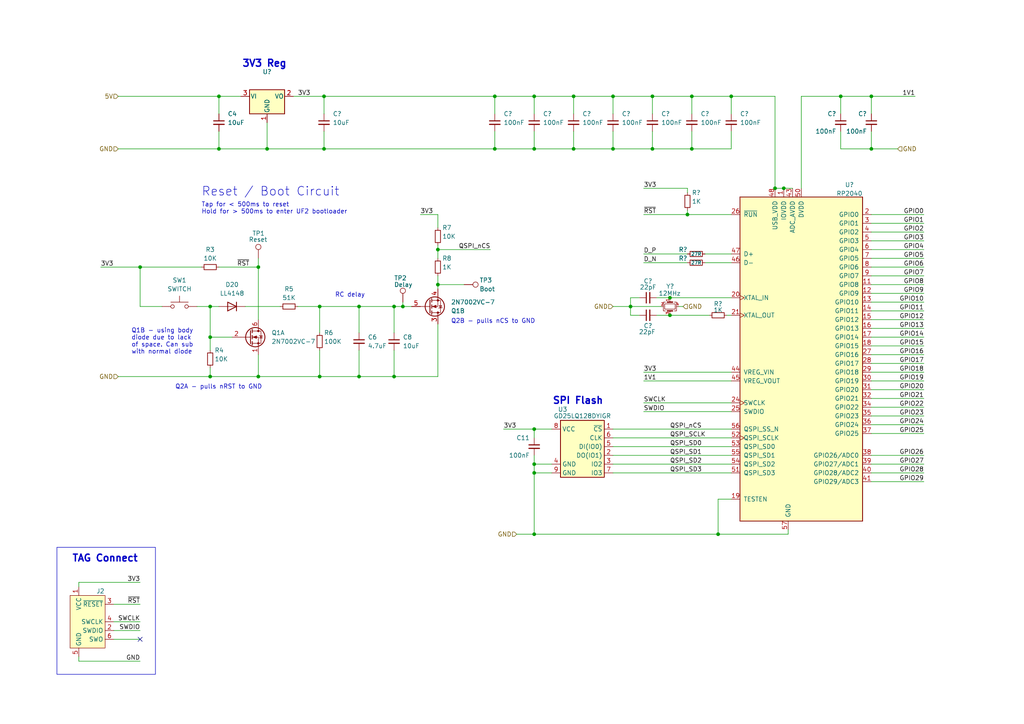
<source format=kicad_sch>
(kicad_sch
	(version 20231120)
	(generator "eeschema")
	(generator_version "8.0")
	(uuid "ba62e47e-9e07-4e97-ab08-24b670d50f97")
	(paper "A4")
	(title_block
		(title "RP2040")
		(date "2024-03-19")
		(rev "A")
		(company "MadMan")
	)
	(lib_symbols
		(symbol "Connector:Conn_ARM_SWD_TagConnect_TC2030-NL"
			(exclude_from_sim no)
			(in_bom no)
			(on_board yes)
			(property "Reference" "J"
				(at 2.54 11.43 0)
				(effects
					(font
						(size 1.27 1.27)
					)
				)
			)
			(property "Value" "Conn_ARM_SWD_TagConnect_TC2030-NL"
				(at 2.54 8.89 0)
				(effects
					(font
						(size 1.27 1.27)
					)
				)
			)
			(property "Footprint" "Connector:Tag-Connect_TC2030-IDC-NL_2x03_P1.27mm_Vertical"
				(at 0 -17.78 0)
				(effects
					(font
						(size 1.27 1.27)
					)
					(hide yes)
				)
			)
			(property "Datasheet" "https://www.tag-connect.com/wp-content/uploads/bsk-pdf-manager/TC2030-CTX_1.pdf"
				(at 0 -15.24 0)
				(effects
					(font
						(size 1.27 1.27)
					)
					(hide yes)
				)
			)
			(property "Description" "Tag-Connect ARM Cortex SWD JTAG connector, 6 pin, no legs"
				(at 0 0 0)
				(effects
					(font
						(size 1.27 1.27)
					)
					(hide yes)
				)
			)
			(property "ki_keywords" "Cortex Debug Connector ARM SWD JTAG"
				(at 0 0 0)
				(effects
					(font
						(size 1.27 1.27)
					)
					(hide yes)
				)
			)
			(property "ki_fp_filters" "*TC2030*"
				(at 0 0 0)
				(effects
					(font
						(size 1.27 1.27)
					)
					(hide yes)
				)
			)
			(symbol "Conn_ARM_SWD_TagConnect_TC2030-NL_0_0"
				(pin power_in line
					(at -2.54 10.16 270)
					(length 2.54)
					(name "VCC"
						(effects
							(font
								(size 1.27 1.27)
							)
						)
					)
					(number "1"
						(effects
							(font
								(size 1.27 1.27)
							)
						)
					)
				)
				(pin bidirectional line
					(at 7.62 -2.54 180)
					(length 2.54)
					(name "SWDIO"
						(effects
							(font
								(size 1.27 1.27)
							)
						)
					)
					(number "2"
						(effects
							(font
								(size 1.27 1.27)
							)
						)
					)
					(alternate "TMS" bidirectional line)
				)
				(pin open_collector line
					(at 7.62 5.08 180)
					(length 2.54)
					(name "~{RESET}"
						(effects
							(font
								(size 1.27 1.27)
							)
						)
					)
					(number "3"
						(effects
							(font
								(size 1.27 1.27)
							)
						)
					)
				)
				(pin output line
					(at 7.62 0 180)
					(length 2.54)
					(name "SWCLK"
						(effects
							(font
								(size 1.27 1.27)
							)
						)
					)
					(number "4"
						(effects
							(font
								(size 1.27 1.27)
							)
						)
					)
					(alternate "TCK" output line)
				)
				(pin power_in line
					(at -2.54 -10.16 90)
					(length 2.54)
					(name "GND"
						(effects
							(font
								(size 1.27 1.27)
							)
						)
					)
					(number "5"
						(effects
							(font
								(size 1.27 1.27)
							)
						)
					)
				)
				(pin input line
					(at 7.62 -5.08 180)
					(length 2.54)
					(name "SWO"
						(effects
							(font
								(size 1.27 1.27)
							)
						)
					)
					(number "6"
						(effects
							(font
								(size 1.27 1.27)
							)
						)
					)
					(alternate "TDO" input line)
				)
			)
			(symbol "Conn_ARM_SWD_TagConnect_TC2030-NL_0_1"
				(rectangle
					(start -5.08 7.62)
					(end 5.08 -7.62)
					(stroke
						(width 0)
						(type default)
					)
					(fill
						(type background)
					)
				)
			)
		)
		(symbol "Connector:TestPoint"
			(pin_numbers hide)
			(pin_names
				(offset 0.762) hide)
			(exclude_from_sim no)
			(in_bom yes)
			(on_board yes)
			(property "Reference" "TP"
				(at 0 6.858 0)
				(effects
					(font
						(size 1.27 1.27)
					)
				)
			)
			(property "Value" "TestPoint"
				(at 0 5.08 0)
				(effects
					(font
						(size 1.27 1.27)
					)
				)
			)
			(property "Footprint" ""
				(at 5.08 0 0)
				(effects
					(font
						(size 1.27 1.27)
					)
					(hide yes)
				)
			)
			(property "Datasheet" "~"
				(at 5.08 0 0)
				(effects
					(font
						(size 1.27 1.27)
					)
					(hide yes)
				)
			)
			(property "Description" "test point"
				(at 0 0 0)
				(effects
					(font
						(size 1.27 1.27)
					)
					(hide yes)
				)
			)
			(property "ki_keywords" "test point tp"
				(at 0 0 0)
				(effects
					(font
						(size 1.27 1.27)
					)
					(hide yes)
				)
			)
			(property "ki_fp_filters" "Pin* Test*"
				(at 0 0 0)
				(effects
					(font
						(size 1.27 1.27)
					)
					(hide yes)
				)
			)
			(symbol "TestPoint_0_1"
				(circle
					(center 0 3.302)
					(radius 0.762)
					(stroke
						(width 0)
						(type default)
					)
					(fill
						(type none)
					)
				)
			)
			(symbol "TestPoint_1_1"
				(pin passive line
					(at 0 0 90)
					(length 2.54)
					(name "1"
						(effects
							(font
								(size 1.27 1.27)
							)
						)
					)
					(number "1"
						(effects
							(font
								(size 1.27 1.27)
							)
						)
					)
				)
			)
		)
		(symbol "Device:C_Small"
			(pin_numbers hide)
			(pin_names
				(offset 0.254) hide)
			(exclude_from_sim no)
			(in_bom yes)
			(on_board yes)
			(property "Reference" "C"
				(at 0.254 1.778 0)
				(effects
					(font
						(size 1.27 1.27)
					)
					(justify left)
				)
			)
			(property "Value" "C_Small"
				(at 0.254 -2.032 0)
				(effects
					(font
						(size 1.27 1.27)
					)
					(justify left)
				)
			)
			(property "Footprint" ""
				(at 0 0 0)
				(effects
					(font
						(size 1.27 1.27)
					)
					(hide yes)
				)
			)
			(property "Datasheet" "~"
				(at 0 0 0)
				(effects
					(font
						(size 1.27 1.27)
					)
					(hide yes)
				)
			)
			(property "Description" "Unpolarized capacitor, small symbol"
				(at 0 0 0)
				(effects
					(font
						(size 1.27 1.27)
					)
					(hide yes)
				)
			)
			(property "ki_keywords" "capacitor cap"
				(at 0 0 0)
				(effects
					(font
						(size 1.27 1.27)
					)
					(hide yes)
				)
			)
			(property "ki_fp_filters" "C_*"
				(at 0 0 0)
				(effects
					(font
						(size 1.27 1.27)
					)
					(hide yes)
				)
			)
			(symbol "C_Small_0_1"
				(polyline
					(pts
						(xy -1.524 -0.508) (xy 1.524 -0.508)
					)
					(stroke
						(width 0.3302)
						(type default)
					)
					(fill
						(type none)
					)
				)
				(polyline
					(pts
						(xy -1.524 0.508) (xy 1.524 0.508)
					)
					(stroke
						(width 0.3048)
						(type default)
					)
					(fill
						(type none)
					)
				)
			)
			(symbol "C_Small_1_1"
				(pin passive line
					(at 0 2.54 270)
					(length 2.032)
					(name "~"
						(effects
							(font
								(size 1.27 1.27)
							)
						)
					)
					(number "1"
						(effects
							(font
								(size 1.27 1.27)
							)
						)
					)
				)
				(pin passive line
					(at 0 -2.54 90)
					(length 2.032)
					(name "~"
						(effects
							(font
								(size 1.27 1.27)
							)
						)
					)
					(number "2"
						(effects
							(font
								(size 1.27 1.27)
							)
						)
					)
				)
			)
		)
		(symbol "Device:Crystal_GND24_Small"
			(pin_names
				(offset 1.016) hide)
			(exclude_from_sim no)
			(in_bom yes)
			(on_board yes)
			(property "Reference" "Y"
				(at 1.27 4.445 0)
				(effects
					(font
						(size 1.27 1.27)
					)
					(justify left)
				)
			)
			(property "Value" "Crystal_GND24_Small"
				(at 1.27 2.54 0)
				(effects
					(font
						(size 1.27 1.27)
					)
					(justify left)
				)
			)
			(property "Footprint" ""
				(at 0 0 0)
				(effects
					(font
						(size 1.27 1.27)
					)
					(hide yes)
				)
			)
			(property "Datasheet" "~"
				(at 0 0 0)
				(effects
					(font
						(size 1.27 1.27)
					)
					(hide yes)
				)
			)
			(property "Description" "Four pin crystal, GND on pins 2 and 4, small symbol"
				(at 0 0 0)
				(effects
					(font
						(size 1.27 1.27)
					)
					(hide yes)
				)
			)
			(property "ki_keywords" "quartz ceramic resonator oscillator"
				(at 0 0 0)
				(effects
					(font
						(size 1.27 1.27)
					)
					(hide yes)
				)
			)
			(property "ki_fp_filters" "Crystal*"
				(at 0 0 0)
				(effects
					(font
						(size 1.27 1.27)
					)
					(hide yes)
				)
			)
			(symbol "Crystal_GND24_Small_0_1"
				(rectangle
					(start -0.762 -1.524)
					(end 0.762 1.524)
					(stroke
						(width 0)
						(type default)
					)
					(fill
						(type none)
					)
				)
				(polyline
					(pts
						(xy -1.27 -0.762) (xy -1.27 0.762)
					)
					(stroke
						(width 0.381)
						(type default)
					)
					(fill
						(type none)
					)
				)
				(polyline
					(pts
						(xy 1.27 -0.762) (xy 1.27 0.762)
					)
					(stroke
						(width 0.381)
						(type default)
					)
					(fill
						(type none)
					)
				)
				(polyline
					(pts
						(xy -1.27 -1.27) (xy -1.27 -1.905) (xy 1.27 -1.905) (xy 1.27 -1.27)
					)
					(stroke
						(width 0)
						(type default)
					)
					(fill
						(type none)
					)
				)
				(polyline
					(pts
						(xy -1.27 1.27) (xy -1.27 1.905) (xy 1.27 1.905) (xy 1.27 1.27)
					)
					(stroke
						(width 0)
						(type default)
					)
					(fill
						(type none)
					)
				)
			)
			(symbol "Crystal_GND24_Small_1_1"
				(pin passive line
					(at -2.54 0 0)
					(length 1.27)
					(name "1"
						(effects
							(font
								(size 1.27 1.27)
							)
						)
					)
					(number "1"
						(effects
							(font
								(size 0.762 0.762)
							)
						)
					)
				)
				(pin passive line
					(at 0 -2.54 90)
					(length 0.635)
					(name "2"
						(effects
							(font
								(size 1.27 1.27)
							)
						)
					)
					(number "2"
						(effects
							(font
								(size 0.762 0.762)
							)
						)
					)
				)
				(pin passive line
					(at 2.54 0 180)
					(length 1.27)
					(name "3"
						(effects
							(font
								(size 1.27 1.27)
							)
						)
					)
					(number "3"
						(effects
							(font
								(size 0.762 0.762)
							)
						)
					)
				)
				(pin passive line
					(at 0 2.54 270)
					(length 0.635)
					(name "4"
						(effects
							(font
								(size 1.27 1.27)
							)
						)
					)
					(number "4"
						(effects
							(font
								(size 0.762 0.762)
							)
						)
					)
				)
			)
		)
		(symbol "Device:R_Small"
			(pin_numbers hide)
			(pin_names
				(offset 0.254) hide)
			(exclude_from_sim no)
			(in_bom yes)
			(on_board yes)
			(property "Reference" "R"
				(at 0.762 0.508 0)
				(effects
					(font
						(size 1.27 1.27)
					)
					(justify left)
				)
			)
			(property "Value" "R_Small"
				(at 0.762 -1.016 0)
				(effects
					(font
						(size 1.27 1.27)
					)
					(justify left)
				)
			)
			(property "Footprint" ""
				(at 0 0 0)
				(effects
					(font
						(size 1.27 1.27)
					)
					(hide yes)
				)
			)
			(property "Datasheet" "~"
				(at 0 0 0)
				(effects
					(font
						(size 1.27 1.27)
					)
					(hide yes)
				)
			)
			(property "Description" "Resistor, small symbol"
				(at 0 0 0)
				(effects
					(font
						(size 1.27 1.27)
					)
					(hide yes)
				)
			)
			(property "ki_keywords" "R resistor"
				(at 0 0 0)
				(effects
					(font
						(size 1.27 1.27)
					)
					(hide yes)
				)
			)
			(property "ki_fp_filters" "R_*"
				(at 0 0 0)
				(effects
					(font
						(size 1.27 1.27)
					)
					(hide yes)
				)
			)
			(symbol "R_Small_0_1"
				(rectangle
					(start -0.762 1.778)
					(end 0.762 -1.778)
					(stroke
						(width 0.2032)
						(type default)
					)
					(fill
						(type none)
					)
				)
			)
			(symbol "R_Small_1_1"
				(pin passive line
					(at 0 2.54 270)
					(length 0.762)
					(name "~"
						(effects
							(font
								(size 1.27 1.27)
							)
						)
					)
					(number "1"
						(effects
							(font
								(size 1.27 1.27)
							)
						)
					)
				)
				(pin passive line
					(at 0 -2.54 90)
					(length 0.762)
					(name "~"
						(effects
							(font
								(size 1.27 1.27)
							)
						)
					)
					(number "2"
						(effects
							(font
								(size 1.27 1.27)
							)
						)
					)
				)
			)
		)
		(symbol "Diode:LL4148"
			(pin_numbers hide)
			(pin_names hide)
			(exclude_from_sim no)
			(in_bom yes)
			(on_board yes)
			(property "Reference" "D"
				(at 0 2.54 0)
				(effects
					(font
						(size 1.27 1.27)
					)
				)
			)
			(property "Value" "LL4148"
				(at 0 -2.54 0)
				(effects
					(font
						(size 1.27 1.27)
					)
				)
			)
			(property "Footprint" "Diode_SMD:D_MiniMELF"
				(at 0 -4.445 0)
				(effects
					(font
						(size 1.27 1.27)
					)
					(hide yes)
				)
			)
			(property "Datasheet" "http://www.vishay.com/docs/85557/ll4148.pdf"
				(at 0 0 0)
				(effects
					(font
						(size 1.27 1.27)
					)
					(hide yes)
				)
			)
			(property "Description" "100V 0.15A standard switching diode, MiniMELF"
				(at 0 0 0)
				(effects
					(font
						(size 1.27 1.27)
					)
					(hide yes)
				)
			)
			(property "Sim.Device" "D"
				(at 0 0 0)
				(effects
					(font
						(size 1.27 1.27)
					)
					(hide yes)
				)
			)
			(property "Sim.Pins" "1=K 2=A"
				(at 0 0 0)
				(effects
					(font
						(size 1.27 1.27)
					)
					(hide yes)
				)
			)
			(property "ki_keywords" "diode"
				(at 0 0 0)
				(effects
					(font
						(size 1.27 1.27)
					)
					(hide yes)
				)
			)
			(property "ki_fp_filters" "D*MiniMELF*"
				(at 0 0 0)
				(effects
					(font
						(size 1.27 1.27)
					)
					(hide yes)
				)
			)
			(symbol "LL4148_0_1"
				(polyline
					(pts
						(xy -1.27 1.27) (xy -1.27 -1.27)
					)
					(stroke
						(width 0.254)
						(type default)
					)
					(fill
						(type none)
					)
				)
				(polyline
					(pts
						(xy 1.27 0) (xy -1.27 0)
					)
					(stroke
						(width 0)
						(type default)
					)
					(fill
						(type none)
					)
				)
				(polyline
					(pts
						(xy 1.27 1.27) (xy 1.27 -1.27) (xy -1.27 0) (xy 1.27 1.27)
					)
					(stroke
						(width 0.254)
						(type default)
					)
					(fill
						(type none)
					)
				)
			)
			(symbol "LL4148_1_1"
				(pin passive line
					(at -3.81 0 0)
					(length 2.54)
					(name "K"
						(effects
							(font
								(size 1.27 1.27)
							)
						)
					)
					(number "1"
						(effects
							(font
								(size 1.27 1.27)
							)
						)
					)
				)
				(pin passive line
					(at 3.81 0 180)
					(length 2.54)
					(name "A"
						(effects
							(font
								(size 1.27 1.27)
							)
						)
					)
					(number "2"
						(effects
							(font
								(size 1.27 1.27)
							)
						)
					)
				)
			)
		)
		(symbol "FDG6335N_1"
			(pin_names hide)
			(exclude_from_sim no)
			(in_bom yes)
			(on_board yes)
			(property "Reference" "Q"
				(at 5.08 1.905 0)
				(effects
					(font
						(size 1.27 1.27)
					)
					(justify left)
				)
			)
			(property "Value" "FDG6335N"
				(at 5.08 0 0)
				(effects
					(font
						(size 1.27 1.27)
					)
					(justify left)
				)
			)
			(property "Footprint" "Package_TO_SOT_SMD:SOT-363_SC-70-6"
				(at 5.08 -1.905 0)
				(effects
					(font
						(size 1.27 1.27)
						(italic yes)
					)
					(justify left)
					(hide yes)
				)
			)
			(property "Datasheet" "http://www.gneic.com/product/datasheet/FDG6335N-1122853.pdf"
				(at 5.08 -3.81 0)
				(effects
					(font
						(size 1.27 1.27)
					)
					(justify left)
					(hide yes)
				)
			)
			(property "Description" "0.7A Id, 20V Vds, Dual N-Channel MOSFET, 300mOhm Ron, SC-70-6"
				(at 0 0 0)
				(effects
					(font
						(size 1.27 1.27)
					)
					(hide yes)
				)
			)
			(property "ki_keywords" "Dual N-Channel MOSFET"
				(at 0 0 0)
				(effects
					(font
						(size 1.27 1.27)
					)
					(hide yes)
				)
			)
			(property "ki_fp_filters" "SOT?363*"
				(at 0 0 0)
				(effects
					(font
						(size 1.27 1.27)
					)
					(hide yes)
				)
			)
			(symbol "FDG6335N_1_0_1"
				(polyline
					(pts
						(xy 0.254 0) (xy -2.54 0)
					)
					(stroke
						(width 0)
						(type default)
					)
					(fill
						(type none)
					)
				)
				(polyline
					(pts
						(xy 0.254 1.905) (xy 0.254 -1.905)
					)
					(stroke
						(width 0.254)
						(type default)
					)
					(fill
						(type none)
					)
				)
				(polyline
					(pts
						(xy 0.762 -1.27) (xy 0.762 -2.286)
					)
					(stroke
						(width 0.254)
						(type default)
					)
					(fill
						(type none)
					)
				)
				(polyline
					(pts
						(xy 0.762 0.508) (xy 0.762 -0.508)
					)
					(stroke
						(width 0.254)
						(type default)
					)
					(fill
						(type none)
					)
				)
				(polyline
					(pts
						(xy 0.762 2.286) (xy 0.762 1.27)
					)
					(stroke
						(width 0.254)
						(type default)
					)
					(fill
						(type none)
					)
				)
				(polyline
					(pts
						(xy 2.54 2.54) (xy 2.54 1.778)
					)
					(stroke
						(width 0)
						(type default)
					)
					(fill
						(type none)
					)
				)
				(polyline
					(pts
						(xy 2.54 -2.54) (xy 2.54 0) (xy 0.762 0)
					)
					(stroke
						(width 0)
						(type default)
					)
					(fill
						(type none)
					)
				)
				(polyline
					(pts
						(xy 0.762 -1.778) (xy 3.302 -1.778) (xy 3.302 1.778) (xy 0.762 1.778)
					)
					(stroke
						(width 0)
						(type default)
					)
					(fill
						(type none)
					)
				)
				(polyline
					(pts
						(xy 1.016 0) (xy 2.032 0.381) (xy 2.032 -0.381) (xy 1.016 0)
					)
					(stroke
						(width 0)
						(type default)
					)
					(fill
						(type outline)
					)
				)
				(polyline
					(pts
						(xy 2.794 0.508) (xy 2.921 0.381) (xy 3.683 0.381) (xy 3.81 0.254)
					)
					(stroke
						(width 0)
						(type default)
					)
					(fill
						(type none)
					)
				)
				(polyline
					(pts
						(xy 3.302 0.381) (xy 2.921 -0.254) (xy 3.683 -0.254) (xy 3.302 0.381)
					)
					(stroke
						(width 0)
						(type default)
					)
					(fill
						(type none)
					)
				)
				(circle
					(center 1.651 0)
					(radius 2.794)
					(stroke
						(width 0.254)
						(type default)
					)
					(fill
						(type none)
					)
				)
				(circle
					(center 2.54 -1.778)
					(radius 0.254)
					(stroke
						(width 0)
						(type default)
					)
					(fill
						(type outline)
					)
				)
				(circle
					(center 2.54 1.778)
					(radius 0.254)
					(stroke
						(width 0)
						(type default)
					)
					(fill
						(type outline)
					)
				)
			)
			(symbol "FDG6335N_1_1_1"
				(pin passive line
					(at 2.54 -5.08 90)
					(length 2.54)
					(name "S"
						(effects
							(font
								(size 1.27 1.27)
							)
						)
					)
					(number "1"
						(effects
							(font
								(size 1.27 1.27)
							)
						)
					)
				)
				(pin passive line
					(at -5.08 0 0)
					(length 2.54)
					(name "G"
						(effects
							(font
								(size 1.27 1.27)
							)
						)
					)
					(number "2"
						(effects
							(font
								(size 1.27 1.27)
							)
						)
					)
				)
				(pin passive line
					(at 2.54 5.08 270)
					(length 2.54)
					(name "D"
						(effects
							(font
								(size 1.27 1.27)
							)
						)
					)
					(number "6"
						(effects
							(font
								(size 1.27 1.27)
							)
						)
					)
				)
			)
			(symbol "FDG6335N_1_2_1"
				(pin passive line
					(at 2.54 5.08 270)
					(length 2.54)
					(name "D"
						(effects
							(font
								(size 1.27 1.27)
							)
						)
					)
					(number "3"
						(effects
							(font
								(size 1.27 1.27)
							)
						)
					)
				)
				(pin passive line
					(at 2.54 -5.08 90)
					(length 2.54)
					(name "S"
						(effects
							(font
								(size 1.27 1.27)
							)
						)
					)
					(number "4"
						(effects
							(font
								(size 1.27 1.27)
							)
						)
					)
				)
				(pin passive line
					(at -5.08 0 0)
					(length 2.54)
					(name "G"
						(effects
							(font
								(size 1.27 1.27)
							)
						)
					)
					(number "5"
						(effects
							(font
								(size 1.27 1.27)
							)
						)
					)
				)
			)
		)
		(symbol "Sleep-lib:RP2040"
			(pin_names
				(offset 1.016)
			)
			(exclude_from_sim no)
			(in_bom yes)
			(on_board yes)
			(property "Reference" "U"
				(at 8.89 51.435 0)
				(effects
					(font
						(size 1.27 1.27)
					)
					(justify left bottom)
				)
			)
			(property "Value" "RP2040"
				(at 8.89 48.895 0)
				(effects
					(font
						(size 1.27 1.27)
					)
					(justify left bottom)
				)
			)
			(property "Footprint" "Sleep-Lib:RP2040-QFN-56"
				(at -20.32 62.23 0)
				(effects
					(font
						(size 1.27 1.27)
					)
					(justify left bottom)
					(hide yes)
				)
			)
			(property "Datasheet" "https://datasheets.raspberrypi.com/rp2040/rp2040-datasheet.pdf"
				(at -20.32 62.23 0)
				(effects
					(font
						(size 1.27 1.27)
					)
					(justify left bottom)
					(hide yes)
				)
			)
			(property "Description" ""
				(at 0 0 0)
				(effects
					(font
						(size 1.27 1.27)
					)
					(hide yes)
				)
			)
			(property "ki_keywords" "raspberry pi 2040"
				(at 0 0 0)
				(effects
					(font
						(size 1.27 1.27)
					)
					(hide yes)
				)
			)
			(symbol "RP2040_0_0"
				(rectangle
					(start -17.78 -45.72)
					(end 17.78 48.26)
					(stroke
						(width 0.254)
						(type default)
					)
					(fill
						(type background)
					)
				)
			)
			(symbol "RP2040_1_1"
				(pin power_in line
					(at -5.08 50.8 270)
					(length 2.54)
					(name "IOVDD"
						(effects
							(font
								(size 1.27 1.27)
							)
						)
					)
					(number "1"
						(effects
							(font
								(size 1.27 1.27)
							)
						)
					)
				)
				(pin power_in line
					(at -5.08 50.8 270)
					(length 2.54) hide
					(name "IOVDD"
						(effects
							(font
								(size 1.27 1.27)
							)
						)
					)
					(number "10"
						(effects
							(font
								(size 1.27 1.27)
							)
						)
					)
				)
				(pin input line
					(at 20.32 22.86 180)
					(length 2.54)
					(name "GPIO8"
						(effects
							(font
								(size 1.27 1.27)
							)
						)
					)
					(number "11"
						(effects
							(font
								(size 1.27 1.27)
							)
						)
					)
				)
				(pin input line
					(at 20.32 20.32 180)
					(length 2.54)
					(name "GPIO9"
						(effects
							(font
								(size 1.27 1.27)
							)
						)
					)
					(number "12"
						(effects
							(font
								(size 1.27 1.27)
							)
						)
					)
				)
				(pin input line
					(at 20.32 17.78 180)
					(length 2.54)
					(name "GPIO10"
						(effects
							(font
								(size 1.27 1.27)
							)
						)
					)
					(number "13"
						(effects
							(font
								(size 1.27 1.27)
							)
						)
					)
				)
				(pin input line
					(at 20.32 15.24 180)
					(length 2.54)
					(name "GPIO11"
						(effects
							(font
								(size 1.27 1.27)
							)
						)
					)
					(number "14"
						(effects
							(font
								(size 1.27 1.27)
							)
						)
					)
				)
				(pin input line
					(at 20.32 12.7 180)
					(length 2.54)
					(name "GPIO12"
						(effects
							(font
								(size 1.27 1.27)
							)
						)
					)
					(number "15"
						(effects
							(font
								(size 1.27 1.27)
							)
						)
					)
				)
				(pin input line
					(at 20.32 10.16 180)
					(length 2.54)
					(name "GPIO13"
						(effects
							(font
								(size 1.27 1.27)
							)
						)
					)
					(number "16"
						(effects
							(font
								(size 1.27 1.27)
							)
						)
					)
				)
				(pin input line
					(at 20.32 7.62 180)
					(length 2.54)
					(name "GPIO14"
						(effects
							(font
								(size 1.27 1.27)
							)
						)
					)
					(number "17"
						(effects
							(font
								(size 1.27 1.27)
							)
						)
					)
				)
				(pin input line
					(at 20.32 5.08 180)
					(length 2.54)
					(name "GPIO15"
						(effects
							(font
								(size 1.27 1.27)
							)
						)
					)
					(number "18"
						(effects
							(font
								(size 1.27 1.27)
							)
						)
					)
				)
				(pin input line
					(at -20.32 -39.37 0)
					(length 2.54)
					(name "TESTEN"
						(effects
							(font
								(size 1.27 1.27)
							)
						)
					)
					(number "19"
						(effects
							(font
								(size 1.27 1.27)
							)
						)
					)
				)
				(pin input line
					(at 20.32 43.18 180)
					(length 2.54)
					(name "GPIO0"
						(effects
							(font
								(size 1.27 1.27)
							)
						)
					)
					(number "2"
						(effects
							(font
								(size 1.27 1.27)
							)
						)
					)
				)
				(pin input clock
					(at -20.32 19.05 0)
					(length 2.54)
					(name "XTAL_IN"
						(effects
							(font
								(size 1.27 1.27)
							)
						)
					)
					(number "20"
						(effects
							(font
								(size 1.27 1.27)
							)
						)
					)
				)
				(pin input clock
					(at -20.32 13.97 0)
					(length 2.54)
					(name "XTAL_OUT"
						(effects
							(font
								(size 1.27 1.27)
							)
						)
					)
					(number "21"
						(effects
							(font
								(size 1.27 1.27)
							)
						)
					)
				)
				(pin power_in line
					(at -5.08 50.8 270)
					(length 2.54) hide
					(name "IOVDD"
						(effects
							(font
								(size 1.27 1.27)
							)
						)
					)
					(number "22"
						(effects
							(font
								(size 1.27 1.27)
							)
						)
					)
				)
				(pin power_in line
					(at 0 50.8 270)
					(length 2.54) hide
					(name "DVDD"
						(effects
							(font
								(size 1.27 1.27)
							)
						)
					)
					(number "23"
						(effects
							(font
								(size 1.27 1.27)
							)
						)
					)
				)
				(pin input clock
					(at -20.32 -11.43 0)
					(length 2.54)
					(name "SWCLK"
						(effects
							(font
								(size 1.27 1.27)
							)
						)
					)
					(number "24"
						(effects
							(font
								(size 1.27 1.27)
							)
						)
					)
				)
				(pin bidirectional line
					(at -20.32 -13.97 0)
					(length 2.54)
					(name "SWDIO"
						(effects
							(font
								(size 1.27 1.27)
							)
						)
					)
					(number "25"
						(effects
							(font
								(size 1.27 1.27)
							)
						)
					)
				)
				(pin input line
					(at -20.32 43.18 0)
					(length 2.54)
					(name "~{RUN}"
						(effects
							(font
								(size 1.27 1.27)
							)
						)
					)
					(number "26"
						(effects
							(font
								(size 1.27 1.27)
							)
						)
					)
				)
				(pin input line
					(at 20.32 2.54 180)
					(length 2.54)
					(name "GPIO16"
						(effects
							(font
								(size 1.27 1.27)
							)
						)
					)
					(number "27"
						(effects
							(font
								(size 1.27 1.27)
							)
						)
					)
				)
				(pin input line
					(at 20.32 0 180)
					(length 2.54)
					(name "GPIO17"
						(effects
							(font
								(size 1.27 1.27)
							)
						)
					)
					(number "28"
						(effects
							(font
								(size 1.27 1.27)
							)
						)
					)
				)
				(pin input line
					(at 20.32 -2.54 180)
					(length 2.54)
					(name "GPIO18"
						(effects
							(font
								(size 1.27 1.27)
							)
						)
					)
					(number "29"
						(effects
							(font
								(size 1.27 1.27)
							)
						)
					)
				)
				(pin input line
					(at 20.32 40.64 180)
					(length 2.54)
					(name "GPIO1"
						(effects
							(font
								(size 1.27 1.27)
							)
						)
					)
					(number "3"
						(effects
							(font
								(size 1.27 1.27)
							)
						)
					)
				)
				(pin input line
					(at 20.32 -5.08 180)
					(length 2.54)
					(name "GPIO19"
						(effects
							(font
								(size 1.27 1.27)
							)
						)
					)
					(number "30"
						(effects
							(font
								(size 1.27 1.27)
							)
						)
					)
				)
				(pin input line
					(at 20.32 -7.62 180)
					(length 2.54)
					(name "GPIO20"
						(effects
							(font
								(size 1.27 1.27)
							)
						)
					)
					(number "31"
						(effects
							(font
								(size 1.27 1.27)
							)
						)
					)
				)
				(pin input line
					(at 20.32 -10.16 180)
					(length 2.54)
					(name "GPIO21"
						(effects
							(font
								(size 1.27 1.27)
							)
						)
					)
					(number "32"
						(effects
							(font
								(size 1.27 1.27)
							)
						)
					)
				)
				(pin power_in line
					(at -5.08 50.8 270)
					(length 2.54) hide
					(name "IOVDD"
						(effects
							(font
								(size 1.27 1.27)
							)
						)
					)
					(number "33"
						(effects
							(font
								(size 1.27 1.27)
							)
						)
					)
				)
				(pin input line
					(at 20.32 -12.7 180)
					(length 2.54)
					(name "GPIO22"
						(effects
							(font
								(size 1.27 1.27)
							)
						)
					)
					(number "34"
						(effects
							(font
								(size 1.27 1.27)
							)
						)
					)
				)
				(pin input line
					(at 20.32 -15.24 180)
					(length 2.54)
					(name "GPIO23"
						(effects
							(font
								(size 1.27 1.27)
							)
						)
					)
					(number "35"
						(effects
							(font
								(size 1.27 1.27)
							)
						)
					)
				)
				(pin input line
					(at 20.32 -17.78 180)
					(length 2.54)
					(name "GPIO24"
						(effects
							(font
								(size 1.27 1.27)
							)
						)
					)
					(number "36"
						(effects
							(font
								(size 1.27 1.27)
							)
						)
					)
				)
				(pin input line
					(at 20.32 -20.32 180)
					(length 2.54)
					(name "GPIO25"
						(effects
							(font
								(size 1.27 1.27)
							)
						)
					)
					(number "37"
						(effects
							(font
								(size 1.27 1.27)
							)
						)
					)
				)
				(pin input line
					(at 20.32 -26.67 180)
					(length 2.54)
					(name "GPIO26/ADC0"
						(effects
							(font
								(size 1.27 1.27)
							)
						)
					)
					(number "38"
						(effects
							(font
								(size 1.27 1.27)
							)
						)
					)
				)
				(pin input line
					(at 20.32 -29.21 180)
					(length 2.54)
					(name "GPIO27/ADC1"
						(effects
							(font
								(size 1.27 1.27)
							)
						)
					)
					(number "39"
						(effects
							(font
								(size 1.27 1.27)
							)
						)
					)
				)
				(pin input line
					(at 20.32 38.1 180)
					(length 2.54)
					(name "GPIO2"
						(effects
							(font
								(size 1.27 1.27)
							)
						)
					)
					(number "4"
						(effects
							(font
								(size 1.27 1.27)
							)
						)
					)
				)
				(pin input line
					(at 20.32 -31.75 180)
					(length 2.54)
					(name "GPIO28/ADC2"
						(effects
							(font
								(size 1.27 1.27)
							)
						)
					)
					(number "40"
						(effects
							(font
								(size 1.27 1.27)
							)
						)
					)
				)
				(pin input line
					(at 20.32 -34.29 180)
					(length 2.54)
					(name "GPIO29/ADC3"
						(effects
							(font
								(size 1.27 1.27)
							)
						)
					)
					(number "41"
						(effects
							(font
								(size 1.27 1.27)
							)
						)
					)
				)
				(pin power_in line
					(at -5.08 50.8 270)
					(length 2.54) hide
					(name "IOVDD"
						(effects
							(font
								(size 1.27 1.27)
							)
						)
					)
					(number "42"
						(effects
							(font
								(size 1.27 1.27)
							)
						)
					)
				)
				(pin power_in line
					(at -2.54 50.8 270)
					(length 2.54)
					(name "ADC_AVDD"
						(effects
							(font
								(size 1.27 1.27)
							)
						)
					)
					(number "43"
						(effects
							(font
								(size 1.27 1.27)
							)
						)
					)
				)
				(pin power_in line
					(at -20.32 -2.54 0)
					(length 2.54)
					(name "VREG_VIN"
						(effects
							(font
								(size 1.27 1.27)
							)
						)
					)
					(number "44"
						(effects
							(font
								(size 1.27 1.27)
							)
						)
					)
				)
				(pin power_out line
					(at -20.32 -5.08 0)
					(length 2.54)
					(name "VREG_VOUT"
						(effects
							(font
								(size 1.27 1.27)
							)
						)
					)
					(number "45"
						(effects
							(font
								(size 1.27 1.27)
							)
						)
					)
				)
				(pin bidirectional line
					(at -20.32 29.21 0)
					(length 2.54)
					(name "D-"
						(effects
							(font
								(size 1.27 1.27)
							)
						)
					)
					(number "46"
						(effects
							(font
								(size 1.27 1.27)
							)
						)
					)
				)
				(pin bidirectional line
					(at -20.32 31.75 0)
					(length 2.54)
					(name "D+"
						(effects
							(font
								(size 1.27 1.27)
							)
						)
					)
					(number "47"
						(effects
							(font
								(size 1.27 1.27)
							)
						)
					)
				)
				(pin power_in line
					(at -7.62 50.8 270)
					(length 2.54)
					(name "USB_VDD"
						(effects
							(font
								(size 1.27 1.27)
							)
						)
					)
					(number "48"
						(effects
							(font
								(size 1.27 1.27)
							)
						)
					)
				)
				(pin power_in line
					(at -5.08 50.8 270)
					(length 2.54) hide
					(name "IOVDD"
						(effects
							(font
								(size 1.27 1.27)
							)
						)
					)
					(number "49"
						(effects
							(font
								(size 1.27 1.27)
							)
						)
					)
				)
				(pin input line
					(at 20.32 35.56 180)
					(length 2.54)
					(name "GPIO3"
						(effects
							(font
								(size 1.27 1.27)
							)
						)
					)
					(number "5"
						(effects
							(font
								(size 1.27 1.27)
							)
						)
					)
				)
				(pin power_in line
					(at 0 50.8 270)
					(length 2.54)
					(name "DVDD"
						(effects
							(font
								(size 1.27 1.27)
							)
						)
					)
					(number "50"
						(effects
							(font
								(size 1.27 1.27)
							)
						)
					)
				)
				(pin bidirectional line
					(at -20.32 -31.75 0)
					(length 2.54)
					(name "QSPI_SD3"
						(effects
							(font
								(size 1.27 1.27)
							)
						)
					)
					(number "51"
						(effects
							(font
								(size 1.27 1.27)
							)
						)
					)
				)
				(pin input clock
					(at -20.32 -21.59 0)
					(length 2.54)
					(name "QSPI_SCLK"
						(effects
							(font
								(size 1.27 1.27)
							)
						)
					)
					(number "52"
						(effects
							(font
								(size 1.27 1.27)
							)
						)
					)
				)
				(pin bidirectional line
					(at -20.32 -24.13 0)
					(length 2.54)
					(name "QSPI_SD0"
						(effects
							(font
								(size 1.27 1.27)
							)
						)
					)
					(number "53"
						(effects
							(font
								(size 1.27 1.27)
							)
						)
					)
				)
				(pin bidirectional line
					(at -20.32 -29.21 0)
					(length 2.54)
					(name "QSPI_SD2"
						(effects
							(font
								(size 1.27 1.27)
							)
						)
					)
					(number "54"
						(effects
							(font
								(size 1.27 1.27)
							)
						)
					)
				)
				(pin bidirectional line
					(at -20.32 -26.67 0)
					(length 2.54)
					(name "QSPI_SD1"
						(effects
							(font
								(size 1.27 1.27)
							)
						)
					)
					(number "55"
						(effects
							(font
								(size 1.27 1.27)
							)
						)
					)
				)
				(pin bidirectional line
					(at -20.32 -19.05 0)
					(length 2.54)
					(name "QSPI_SS_N"
						(effects
							(font
								(size 1.27 1.27)
							)
						)
					)
					(number "56"
						(effects
							(font
								(size 1.27 1.27)
							)
						)
					)
				)
				(pin power_in line
					(at -3.81 -48.26 90)
					(length 2.54)
					(name "GND"
						(effects
							(font
								(size 1.27 1.27)
							)
						)
					)
					(number "57"
						(effects
							(font
								(size 1.27 1.27)
							)
						)
					)
				)
				(pin input line
					(at 20.32 33.02 180)
					(length 2.54)
					(name "GPIO4"
						(effects
							(font
								(size 1.27 1.27)
							)
						)
					)
					(number "6"
						(effects
							(font
								(size 1.27 1.27)
							)
						)
					)
				)
				(pin input line
					(at 20.32 30.48 180)
					(length 2.54)
					(name "GPIO5"
						(effects
							(font
								(size 1.27 1.27)
							)
						)
					)
					(number "7"
						(effects
							(font
								(size 1.27 1.27)
							)
						)
					)
				)
				(pin input line
					(at 20.32 27.94 180)
					(length 2.54)
					(name "GPIO6"
						(effects
							(font
								(size 1.27 1.27)
							)
						)
					)
					(number "8"
						(effects
							(font
								(size 1.27 1.27)
							)
						)
					)
				)
				(pin input line
					(at 20.32 25.4 180)
					(length 2.54)
					(name "GPIO7"
						(effects
							(font
								(size 1.27 1.27)
							)
						)
					)
					(number "9"
						(effects
							(font
								(size 1.27 1.27)
							)
						)
					)
				)
			)
		)
		(symbol "Switch:SW_Push"
			(pin_numbers hide)
			(pin_names
				(offset 1.016) hide)
			(exclude_from_sim no)
			(in_bom yes)
			(on_board yes)
			(property "Reference" "SW"
				(at 1.27 2.54 0)
				(effects
					(font
						(size 1.27 1.27)
					)
					(justify left)
				)
			)
			(property "Value" "SW_Push"
				(at 0 -1.524 0)
				(effects
					(font
						(size 1.27 1.27)
					)
				)
			)
			(property "Footprint" ""
				(at 0 5.08 0)
				(effects
					(font
						(size 1.27 1.27)
					)
					(hide yes)
				)
			)
			(property "Datasheet" "~"
				(at 0 5.08 0)
				(effects
					(font
						(size 1.27 1.27)
					)
					(hide yes)
				)
			)
			(property "Description" "Push button switch, generic, two pins"
				(at 0 0 0)
				(effects
					(font
						(size 1.27 1.27)
					)
					(hide yes)
				)
			)
			(property "ki_keywords" "switch normally-open pushbutton push-button"
				(at 0 0 0)
				(effects
					(font
						(size 1.27 1.27)
					)
					(hide yes)
				)
			)
			(symbol "SW_Push_0_1"
				(circle
					(center -2.032 0)
					(radius 0.508)
					(stroke
						(width 0)
						(type default)
					)
					(fill
						(type none)
					)
				)
				(polyline
					(pts
						(xy 0 1.27) (xy 0 3.048)
					)
					(stroke
						(width 0)
						(type default)
					)
					(fill
						(type none)
					)
				)
				(polyline
					(pts
						(xy 2.54 1.27) (xy -2.54 1.27)
					)
					(stroke
						(width 0)
						(type default)
					)
					(fill
						(type none)
					)
				)
				(circle
					(center 2.032 0)
					(radius 0.508)
					(stroke
						(width 0)
						(type default)
					)
					(fill
						(type none)
					)
				)
				(pin passive line
					(at -5.08 0 0)
					(length 2.54)
					(name "1"
						(effects
							(font
								(size 1.27 1.27)
							)
						)
					)
					(number "1"
						(effects
							(font
								(size 1.27 1.27)
							)
						)
					)
				)
				(pin passive line
					(at 5.08 0 180)
					(length 2.54)
					(name "2"
						(effects
							(font
								(size 1.27 1.27)
							)
						)
					)
					(number "2"
						(effects
							(font
								(size 1.27 1.27)
							)
						)
					)
				)
			)
		)
		(symbol "josh-memory:W25Q128JVSIQ"
			(exclude_from_sim no)
			(in_bom yes)
			(on_board yes)
			(property "Reference" "U"
				(at -8.89 11.43 0)
				(effects
					(font
						(size 1.27 1.27)
					)
				)
			)
			(property "Value" "W25Q128JVSIQ"
				(at -3.81 8.89 0)
				(effects
					(font
						(size 1.27 1.27)
					)
				)
			)
			(property "Footprint" "Package_SON:WSON-8-1EP_6x5mm_P1.27mm_EP3.4x4.3mm"
				(at 0 0 0)
				(effects
					(font
						(size 1.27 1.27)
					)
					(hide yes)
				)
			)
			(property "Datasheet" "http://www.winbond.com/resource-files/w25q32jv%20revg%2003272018%20plus.pdf"
				(at 0 0 0)
				(effects
					(font
						(size 1.27 1.27)
					)
					(hide yes)
				)
			)
			(property "Description" "32Mb Serial Flash Memory, Standard/Dual/Quad SPI, DFN-8"
				(at 0 0 0)
				(effects
					(font
						(size 1.27 1.27)
					)
					(hide yes)
				)
			)
			(property "ki_keywords" "flash memory SPI"
				(at 0 0 0)
				(effects
					(font
						(size 1.27 1.27)
					)
					(hide yes)
				)
			)
			(property "ki_fp_filters" "WSON*1EP*6x5mm*P1.27mm*"
				(at 0 0 0)
				(effects
					(font
						(size 1.27 1.27)
					)
					(hide yes)
				)
			)
			(symbol "W25Q128JVSIQ_0_1"
				(rectangle
					(start -10.16 7.62)
					(end 2.54 -8.89)
					(stroke
						(width 0.254)
						(type default)
					)
					(fill
						(type background)
					)
				)
			)
			(symbol "W25Q128JVSIQ_1_1"
				(pin input line
					(at -12.7 5.08 0)
					(length 2.54)
					(name "~{CS}"
						(effects
							(font
								(size 1.27 1.27)
							)
						)
					)
					(number "1"
						(effects
							(font
								(size 1.27 1.27)
							)
						)
					)
				)
				(pin bidirectional line
					(at -12.7 -2.54 0)
					(length 2.54)
					(name "DO(IO1)"
						(effects
							(font
								(size 1.27 1.27)
							)
						)
					)
					(number "2"
						(effects
							(font
								(size 1.27 1.27)
							)
						)
					)
				)
				(pin bidirectional line
					(at -12.7 -5.08 0)
					(length 2.54)
					(name "IO2"
						(effects
							(font
								(size 1.27 1.27)
							)
						)
					)
					(number "3"
						(effects
							(font
								(size 1.27 1.27)
							)
						)
					)
				)
				(pin power_in line
					(at 5.08 -5.08 180)
					(length 2.54)
					(name "GND"
						(effects
							(font
								(size 1.27 1.27)
							)
						)
					)
					(number "4"
						(effects
							(font
								(size 1.27 1.27)
							)
						)
					)
				)
				(pin bidirectional line
					(at -12.7 0 0)
					(length 2.54)
					(name "DI(IO0)"
						(effects
							(font
								(size 1.27 1.27)
							)
						)
					)
					(number "5"
						(effects
							(font
								(size 1.27 1.27)
							)
						)
					)
				)
				(pin input line
					(at -12.7 2.54 0)
					(length 2.54)
					(name "CLK"
						(effects
							(font
								(size 1.27 1.27)
							)
						)
					)
					(number "6"
						(effects
							(font
								(size 1.27 1.27)
							)
						)
					)
				)
				(pin bidirectional line
					(at -12.7 -7.62 0)
					(length 2.54)
					(name "IO3"
						(effects
							(font
								(size 1.27 1.27)
							)
						)
					)
					(number "7"
						(effects
							(font
								(size 1.27 1.27)
							)
						)
					)
				)
				(pin power_in line
					(at 5.08 5.08 180)
					(length 2.54)
					(name "VCC"
						(effects
							(font
								(size 1.27 1.27)
							)
						)
					)
					(number "8"
						(effects
							(font
								(size 1.27 1.27)
							)
						)
					)
				)
				(pin power_in line
					(at 5.08 -7.62 180)
					(length 2.54)
					(name "GND"
						(effects
							(font
								(size 1.27 1.27)
							)
						)
					)
					(number "9"
						(effects
							(font
								(size 1.27 1.27)
							)
						)
					)
				)
			)
		)
		(symbol "kicad-keyboard-parts:XC6206PxxxMR-Regulator_Linear"
			(pin_names
				(offset 0.254)
			)
			(exclude_from_sim no)
			(in_bom yes)
			(on_board yes)
			(property "Reference" "U"
				(at -3.81 3.175 0)
				(effects
					(font
						(size 1.27 1.27)
					)
				)
			)
			(property "Value" "XC6206PxxxMR-Regulator_Linear"
				(at 0 3.175 0)
				(effects
					(font
						(size 1.27 1.27)
					)
					(justify left)
				)
			)
			(property "Footprint" "Package_TO_SOT_SMD:SOT-23"
				(at 0 5.715 0)
				(effects
					(font
						(size 1.27 1.27)
						(italic yes)
					)
					(hide yes)
				)
			)
			(property "Datasheet" "https://www.torexsemi.com/file/xc6206/XC6206.pdf"
				(at 0 0 0)
				(effects
					(font
						(size 1.27 1.27)
					)
					(hide yes)
				)
			)
			(property "Description" "SMD LDO regulator family"
				(at 0 0 0)
				(effects
					(font
						(size 1.27 1.27)
					)
					(hide yes)
				)
			)
			(property "LCSC" "C5446"
				(at 0 0 0)
				(effects
					(font
						(size 1.27 1.27)
					)
				)
			)
			(property "ki_keywords" "LDO voltage regulator"
				(at 0 0 0)
				(effects
					(font
						(size 1.27 1.27)
					)
					(hide yes)
				)
			)
			(property "ki_fp_filters" "SOT?23*"
				(at 0 0 0)
				(effects
					(font
						(size 1.27 1.27)
					)
					(hide yes)
				)
			)
			(symbol "XC6206PxxxMR-Regulator_Linear_0_1"
				(rectangle
					(start -5.08 1.905)
					(end 5.08 -5.08)
					(stroke
						(width 0.254)
						(type default)
					)
					(fill
						(type background)
					)
				)
			)
			(symbol "XC6206PxxxMR-Regulator_Linear_1_1"
				(pin power_in line
					(at 0 -7.62 90)
					(length 2.54)
					(name "GND"
						(effects
							(font
								(size 1.27 1.27)
							)
						)
					)
					(number "1"
						(effects
							(font
								(size 1.27 1.27)
							)
						)
					)
				)
				(pin power_out line
					(at 7.62 0 180)
					(length 2.54)
					(name "VO"
						(effects
							(font
								(size 1.27 1.27)
							)
						)
					)
					(number "2"
						(effects
							(font
								(size 1.27 1.27)
							)
						)
					)
				)
				(pin power_in line
					(at -7.62 0 0)
					(length 2.54)
					(name "VI"
						(effects
							(font
								(size 1.27 1.27)
							)
						)
					)
					(number "3"
						(effects
							(font
								(size 1.27 1.27)
							)
						)
					)
				)
			)
		)
	)
	(junction
		(at 114.3 109.22)
		(diameter 0)
		(color 0 0 0 0)
		(uuid "0a0a6e0a-0ec9-4e12-ab87-6fc8bd2c8315")
	)
	(junction
		(at 143.51 27.94)
		(diameter 0)
		(color 0 0 0 0)
		(uuid "0a715c46-f108-48c0-8d25-bb2a64dce936")
	)
	(junction
		(at 252.73 27.94)
		(diameter 0)
		(color 0 0 0 0)
		(uuid "0e8c187c-773a-450d-bb12-521783a53197")
	)
	(junction
		(at 227.33 54.61)
		(diameter 0)
		(color 0 0 0 0)
		(uuid "0e8f7fc0-2ef2-4b90-9c15-8a3a601ee459")
	)
	(junction
		(at 194.31 91.44)
		(diameter 0)
		(color 0 0 0 0)
		(uuid "0f05f6f7-1a44-438d-9516-b4717c0f5c87")
	)
	(junction
		(at 60.96 97.79)
		(diameter 0)
		(color 0 0 0 0)
		(uuid "1486eea9-88a9-4ab8-9370-b107b5a44bb4")
	)
	(junction
		(at 92.71 88.9)
		(diameter 0)
		(color 0 0 0 0)
		(uuid "1492382a-de77-4e6a-af2f-9738344db721")
	)
	(junction
		(at 208.28 154.94)
		(diameter 0)
		(color 0 0 0 0)
		(uuid "20657b24-3a2a-4fa0-892a-193019c1a145")
	)
	(junction
		(at 166.37 27.94)
		(diameter 0)
		(color 0 0 0 0)
		(uuid "24fb9971-4feb-4d10-aa2c-29fd6a65bbaa")
	)
	(junction
		(at 92.71 109.22)
		(diameter 0)
		(color 0 0 0 0)
		(uuid "2653ea84-de65-4ba4-b2b0-ae6aecec3c40")
	)
	(junction
		(at 194.31 86.36)
		(diameter 0)
		(color 0 0 0 0)
		(uuid "28b24457-756b-4f57-a156-20e3968982ba")
	)
	(junction
		(at 114.3 88.9)
		(diameter 0)
		(color 0 0 0 0)
		(uuid "2a157cbe-332f-4317-ab23-8238aa55e00a")
	)
	(junction
		(at 199.39 62.23)
		(diameter 0)
		(color 0 0 0 0)
		(uuid "2e842263-c0ba-46fd-a760-6624d4c78278")
	)
	(junction
		(at 200.66 43.18)
		(diameter 0)
		(color 0 0 0 0)
		(uuid "2fbd2753-1936-4df4-9ba2-76458ccf7962")
	)
	(junction
		(at 143.51 43.18)
		(diameter 0)
		(color 0 0 0 0)
		(uuid "34ce5d56-35eb-474c-b724-1ba6bb64c5ed")
	)
	(junction
		(at 182.88 88.9)
		(diameter 0)
		(color 0 0 0 0)
		(uuid "37fbeda2-b41d-45ca-ad92-df01f8c547fb")
	)
	(junction
		(at 74.93 77.47)
		(diameter 0)
		(color 0 0 0 0)
		(uuid "384d849d-a1a8-494d-9418-568b31c1061a")
	)
	(junction
		(at 189.23 43.18)
		(diameter 0)
		(color 0 0 0 0)
		(uuid "40f6e443-67a4-4050-8e9f-bbf3402c2af4")
	)
	(junction
		(at 252.73 43.18)
		(diameter 0)
		(color 0 0 0 0)
		(uuid "47a0add3-bc04-4315-bdee-074eed636bf4")
	)
	(junction
		(at 104.14 88.9)
		(diameter 0)
		(color 0 0 0 0)
		(uuid "4b84b8cf-27a9-4906-88ef-26122ebbc0b4")
	)
	(junction
		(at 104.14 109.22)
		(diameter 0)
		(color 0 0 0 0)
		(uuid "4fc658e9-6b85-42c6-bf20-423bddf7400d")
	)
	(junction
		(at 154.94 27.94)
		(diameter 0)
		(color 0 0 0 0)
		(uuid "5f1af258-c114-457a-a879-f625f402263f")
	)
	(junction
		(at 177.8 43.18)
		(diameter 0)
		(color 0 0 0 0)
		(uuid "5fdd9f96-bf50-4241-9177-12e6e817a180")
	)
	(junction
		(at 63.5 43.18)
		(diameter 0)
		(color 0 0 0 0)
		(uuid "6359f61e-6b8e-45fa-a080-a74968f02f01")
	)
	(junction
		(at 60.96 109.22)
		(diameter 0)
		(color 0 0 0 0)
		(uuid "6bdfe8f1-43ae-4372-bf3d-2137b8f195f4")
	)
	(junction
		(at 243.84 27.94)
		(diameter 0)
		(color 0 0 0 0)
		(uuid "6c6efb2c-19f6-4d0f-82fc-3a3f38efb008")
	)
	(junction
		(at 93.98 43.18)
		(diameter 0)
		(color 0 0 0 0)
		(uuid "709c1a18-110f-4c5c-9b56-026d61b029be")
	)
	(junction
		(at 63.5 27.94)
		(diameter 0)
		(color 0 0 0 0)
		(uuid "74abf28b-bd2f-47f0-b999-4c20ae8188c7")
	)
	(junction
		(at 93.98 27.94)
		(diameter 0)
		(color 0 0 0 0)
		(uuid "853eff68-5c0e-4334-bdc1-edd73ed9844a")
	)
	(junction
		(at 77.47 43.18)
		(diameter 0.9144)
		(color 0 0 0 0)
		(uuid "8b215e84-8eb0-40a4-a791-3e602bf92412")
	)
	(junction
		(at 154.94 134.62)
		(diameter 0)
		(color 0 0 0 0)
		(uuid "931244b6-821c-4fe3-91de-5bd20200e827")
	)
	(junction
		(at 154.94 137.16)
		(diameter 0)
		(color 0 0 0 0)
		(uuid "a17d9062-04f7-4442-bcb3-fbc882aac5f2")
	)
	(junction
		(at 166.37 43.18)
		(diameter 0)
		(color 0 0 0 0)
		(uuid "acbcb9bc-3931-42f7-bfe3-e7ee5aaaef26")
	)
	(junction
		(at 60.96 88.9)
		(diameter 0)
		(color 0 0 0 0)
		(uuid "aecd85fe-eb04-4fc3-b017-04f72e39dd92")
	)
	(junction
		(at 154.94 124.46)
		(diameter 0)
		(color 0 0 0 0)
		(uuid "b0abd11f-479f-41eb-878f-7d4a91b20c05")
	)
	(junction
		(at 224.79 54.61)
		(diameter 0)
		(color 0 0 0 0)
		(uuid "bd9595a1-04f3-4fda-8f1b-e65ad874edd3")
	)
	(junction
		(at 154.94 154.94)
		(diameter 0)
		(color 0 0 0 0)
		(uuid "bdec9766-77f0-4fb5-9b06-e8e591a82040")
	)
	(junction
		(at 74.93 109.22)
		(diameter 0)
		(color 0 0 0 0)
		(uuid "bf0cd457-7451-4fc5-a8ed-70dae05a6628")
	)
	(junction
		(at 154.94 43.18)
		(diameter 0)
		(color 0 0 0 0)
		(uuid "c3410611-210b-4b0e-b6e9-81d6deca575f")
	)
	(junction
		(at 189.23 27.94)
		(diameter 0)
		(color 0 0 0 0)
		(uuid "c4960182-22c7-4154-926c-be4099d57189")
	)
	(junction
		(at 127 82.55)
		(diameter 0)
		(color 0 0 0 0)
		(uuid "c5b617df-6360-40ca-93b4-6d998464c5a7")
	)
	(junction
		(at 212.09 27.94)
		(diameter 0)
		(color 0 0 0 0)
		(uuid "d28eea6c-0f6e-42fa-845c-465616854e9d")
	)
	(junction
		(at 200.66 27.94)
		(diameter 0)
		(color 0 0 0 0)
		(uuid "d2b181d7-9871-43c9-914a-6ed9f9e88a15")
	)
	(junction
		(at 116.84 88.9)
		(diameter 0)
		(color 0 0 0 0)
		(uuid "d60f902d-f312-4c43-927b-e735e2234e8a")
	)
	(junction
		(at 177.8 27.94)
		(diameter 0)
		(color 0 0 0 0)
		(uuid "ec937f3a-0ae3-4636-9374-d291dab842d9")
	)
	(junction
		(at 40.64 77.47)
		(diameter 0)
		(color 0 0 0 0)
		(uuid "ef418d1f-f06c-4a1c-81d2-aa1071f44e09")
	)
	(junction
		(at 127 72.39)
		(diameter 0)
		(color 0 0 0 0)
		(uuid "f9fe6bf2-c7eb-42ea-983d-ddbcdb45445d")
	)
	(no_connect
		(at 40.64 185.42)
		(uuid "9a3a523f-6a98-4f93-9315-08cc7b41e091")
	)
	(wire
		(pts
			(xy 252.73 110.49) (xy 267.97 110.49)
		)
		(stroke
			(width 0)
			(type default)
		)
		(uuid "063f0a8d-e222-4174-80d2-0cb352556cda")
	)
	(wire
		(pts
			(xy 40.64 77.47) (xy 40.64 88.9)
		)
		(stroke
			(width 0)
			(type default)
		)
		(uuid "07470b94-80e4-4daf-b8a8-3557b14fd483")
	)
	(wire
		(pts
			(xy 252.73 134.62) (xy 267.97 134.62)
		)
		(stroke
			(width 0)
			(type default)
		)
		(uuid "08228ff8-a46e-46f5-addd-ad436e97e98d")
	)
	(wire
		(pts
			(xy 186.69 116.84) (xy 212.09 116.84)
		)
		(stroke
			(width 0)
			(type default)
		)
		(uuid "0a718d0c-cb00-4eb0-b440-af091cef9af7")
	)
	(wire
		(pts
			(xy 189.23 27.94) (xy 189.23 33.02)
		)
		(stroke
			(width 0)
			(type default)
		)
		(uuid "0c18c360-8a10-4feb-b4f3-2c2dedb2606c")
	)
	(wire
		(pts
			(xy 186.69 76.2) (xy 199.39 76.2)
		)
		(stroke
			(width 0)
			(type default)
		)
		(uuid "0c796325-a5fa-4d54-a42b-7a1f6fdedf70")
	)
	(wire
		(pts
			(xy 252.73 92.71) (xy 267.97 92.71)
		)
		(stroke
			(width 0)
			(type default)
		)
		(uuid "0cdf356f-8bb8-49e1-bd72-22a39e2c9aa5")
	)
	(wire
		(pts
			(xy 252.73 105.41) (xy 267.97 105.41)
		)
		(stroke
			(width 0)
			(type default)
		)
		(uuid "1369888a-9291-4c84-9bb0-2eb6caa406a8")
	)
	(wire
		(pts
			(xy 77.47 43.18) (xy 77.47 35.56)
		)
		(stroke
			(width 0)
			(type solid)
		)
		(uuid "161c5d3a-ebf4-4d0b-83ec-20f08c6136df")
	)
	(wire
		(pts
			(xy 154.94 134.62) (xy 160.02 134.62)
		)
		(stroke
			(width 0)
			(type default)
		)
		(uuid "163e416b-12d8-423c-9d36-3902b18e2c71")
	)
	(wire
		(pts
			(xy 252.73 107.95) (xy 267.97 107.95)
		)
		(stroke
			(width 0)
			(type default)
		)
		(uuid "17392cd4-86f1-48b1-87f0-1c5704e984cb")
	)
	(wire
		(pts
			(xy 154.94 27.94) (xy 154.94 33.02)
		)
		(stroke
			(width 0)
			(type default)
		)
		(uuid "18dd1405-d28a-43ae-9360-0079c411d16a")
	)
	(wire
		(pts
			(xy 252.73 77.47) (xy 267.97 77.47)
		)
		(stroke
			(width 0)
			(type default)
		)
		(uuid "191408de-00eb-4e20-bcbf-877ac5845ad0")
	)
	(wire
		(pts
			(xy 63.5 27.94) (xy 69.85 27.94)
		)
		(stroke
			(width 0)
			(type solid)
		)
		(uuid "1974b65c-3a59-47f6-9427-2bc156a1a1b0")
	)
	(wire
		(pts
			(xy 154.94 27.94) (xy 166.37 27.94)
		)
		(stroke
			(width 0)
			(type default)
		)
		(uuid "198d09cd-04da-4dc8-a416-0422c3786ab8")
	)
	(wire
		(pts
			(xy 243.84 27.94) (xy 252.73 27.94)
		)
		(stroke
			(width 0)
			(type default)
		)
		(uuid "199875ed-f1a5-4b01-aa1a-ebc7630e9201")
	)
	(wire
		(pts
			(xy 186.69 119.38) (xy 212.09 119.38)
		)
		(stroke
			(width 0)
			(type default)
		)
		(uuid "19a5755a-ccd2-47cf-a6d7-b875087965bf")
	)
	(wire
		(pts
			(xy 154.94 154.94) (xy 208.28 154.94)
		)
		(stroke
			(width 0)
			(type default)
		)
		(uuid "19e10ce5-075f-4a9e-a87e-7dddbc2c5d8e")
	)
	(wire
		(pts
			(xy 252.73 139.7) (xy 267.97 139.7)
		)
		(stroke
			(width 0)
			(type default)
		)
		(uuid "1c44b8ea-484d-4e2e-90f8-9ec57519788c")
	)
	(wire
		(pts
			(xy 177.8 124.46) (xy 212.09 124.46)
		)
		(stroke
			(width 0)
			(type default)
		)
		(uuid "1d444dcc-813d-447a-a2b5-c3c531b11faa")
	)
	(wire
		(pts
			(xy 177.8 127) (xy 212.09 127)
		)
		(stroke
			(width 0)
			(type default)
		)
		(uuid "1e55b918-e29f-4d3d-bec9-e4f8828a0184")
	)
	(wire
		(pts
			(xy 127 71.12) (xy 127 72.39)
		)
		(stroke
			(width 0)
			(type default)
		)
		(uuid "1f8738a2-8086-451e-a73a-e84338e19be9")
	)
	(wire
		(pts
			(xy 252.73 85.09) (xy 267.97 85.09)
		)
		(stroke
			(width 0)
			(type default)
		)
		(uuid "20526135-8d45-40c8-a315-365df8dde8f1")
	)
	(wire
		(pts
			(xy 200.66 43.18) (xy 212.09 43.18)
		)
		(stroke
			(width 0)
			(type default)
		)
		(uuid "26e7996c-2c21-46d0-ac55-f75e4ecc38fa")
	)
	(wire
		(pts
			(xy 204.47 73.66) (xy 212.09 73.66)
		)
		(stroke
			(width 0)
			(type default)
		)
		(uuid "2755e7d7-86f6-4270-b8b4-17384bf69579")
	)
	(wire
		(pts
			(xy 127 62.23) (xy 121.92 62.23)
		)
		(stroke
			(width 0)
			(type default)
		)
		(uuid "27b48238-748c-4c9b-afc6-0cc221cf1822")
	)
	(wire
		(pts
			(xy 232.41 27.94) (xy 243.84 27.94)
		)
		(stroke
			(width 0)
			(type default)
		)
		(uuid "27f00fbf-3c3c-449f-b545-5496ea65a141")
	)
	(wire
		(pts
			(xy 92.71 101.6) (xy 92.71 109.22)
		)
		(stroke
			(width 0)
			(type default)
		)
		(uuid "28988304-0487-4460-9467-c2a22cd12bef")
	)
	(wire
		(pts
			(xy 143.51 27.94) (xy 154.94 27.94)
		)
		(stroke
			(width 0)
			(type default)
		)
		(uuid "2ab92963-8c28-4fc3-88de-d20a46a66e3b")
	)
	(wire
		(pts
			(xy 40.64 77.47) (xy 58.42 77.47)
		)
		(stroke
			(width 0)
			(type default)
		)
		(uuid "2b800370-d79a-407c-8351-99e3e9d31213")
	)
	(wire
		(pts
			(xy 210.82 91.44) (xy 212.09 91.44)
		)
		(stroke
			(width 0)
			(type default)
		)
		(uuid "2b895d8b-4f8a-498b-a7c6-3d340e6f637a")
	)
	(wire
		(pts
			(xy 185.42 86.36) (xy 182.88 86.36)
		)
		(stroke
			(width 0)
			(type default)
		)
		(uuid "2bbf5def-158a-42b7-b945-a536be7c87a4")
	)
	(wire
		(pts
			(xy 93.98 43.18) (xy 143.51 43.18)
		)
		(stroke
			(width 0)
			(type solid)
		)
		(uuid "2e704036-b7a0-4f67-ad25-dbcf55b828c6")
	)
	(wire
		(pts
			(xy 208.28 144.78) (xy 212.09 144.78)
		)
		(stroke
			(width 0)
			(type default)
		)
		(uuid "2fae3593-7855-4169-a6b4-317dfdd1e0c1")
	)
	(wire
		(pts
			(xy 186.69 110.49) (xy 212.09 110.49)
		)
		(stroke
			(width 0)
			(type default)
		)
		(uuid "30b1da62-955e-4367-a88d-09a3924bbfbc")
	)
	(wire
		(pts
			(xy 104.14 88.9) (xy 114.3 88.9)
		)
		(stroke
			(width 0)
			(type default)
		)
		(uuid "33d9c173-833f-4760-9f6a-ef50a604ad63")
	)
	(wire
		(pts
			(xy 252.73 102.87) (xy 267.97 102.87)
		)
		(stroke
			(width 0)
			(type default)
		)
		(uuid "37073a91-7cf0-4d56-a3d3-9beb710a1eba")
	)
	(wire
		(pts
			(xy 127 93.98) (xy 127 109.22)
		)
		(stroke
			(width 0)
			(type default)
		)
		(uuid "3760cd9c-fccd-44f7-8c82-d16e0cf13aee")
	)
	(wire
		(pts
			(xy 127 80.01) (xy 127 82.55)
		)
		(stroke
			(width 0)
			(type default)
		)
		(uuid "393cab6a-96c7-472f-94b2-3723f2a75912")
	)
	(wire
		(pts
			(xy 252.73 74.93) (xy 267.97 74.93)
		)
		(stroke
			(width 0)
			(type default)
		)
		(uuid "39ba126e-a705-4897-8b29-9f6d1c67fb0d")
	)
	(wire
		(pts
			(xy 186.69 107.95) (xy 212.09 107.95)
		)
		(stroke
			(width 0)
			(type default)
		)
		(uuid "3a669b1f-40a1-4e59-8569-f25914201244")
	)
	(wire
		(pts
			(xy 252.73 27.94) (xy 265.43 27.94)
		)
		(stroke
			(width 0)
			(type default)
		)
		(uuid "3b1a2569-8269-4d16-a376-06757d9c5ac0")
	)
	(wire
		(pts
			(xy 190.5 86.36) (xy 194.31 86.36)
		)
		(stroke
			(width 0)
			(type default)
		)
		(uuid "3b4ee86c-a9e9-4175-a774-250abb62bab6")
	)
	(wire
		(pts
			(xy 252.73 72.39) (xy 267.97 72.39)
		)
		(stroke
			(width 0)
			(type default)
		)
		(uuid "3c91f9cc-cdde-419c-9be0-2348da8ccfd1")
	)
	(wire
		(pts
			(xy 33.02 182.88) (xy 40.64 182.88)
		)
		(stroke
			(width 0)
			(type default)
		)
		(uuid "3d2d3708-69e7-4d8f-a4ca-d1bbdc901e1a")
	)
	(wire
		(pts
			(xy 252.73 43.18) (xy 243.84 43.18)
		)
		(stroke
			(width 0)
			(type default)
		)
		(uuid "3ea054aa-a328-4c42-87c0-a062c6dc902d")
	)
	(wire
		(pts
			(xy 85.09 27.94) (xy 93.98 27.94)
		)
		(stroke
			(width 0)
			(type default)
		)
		(uuid "43c7905d-4e45-4b36-8a1e-3d818e4e5c0b")
	)
	(wire
		(pts
			(xy 224.79 27.94) (xy 224.79 54.61)
		)
		(stroke
			(width 0)
			(type default)
		)
		(uuid "49aa949b-713c-4573-811d-f3c9f56669a5")
	)
	(wire
		(pts
			(xy 177.8 88.9) (xy 182.88 88.9)
		)
		(stroke
			(width 0)
			(type default)
		)
		(uuid "4c175b50-67b1-45b5-a6e0-64d96fa7dcd5")
	)
	(wire
		(pts
			(xy 252.73 38.1) (xy 252.73 43.18)
		)
		(stroke
			(width 0)
			(type default)
		)
		(uuid "4e1babaa-7b43-47e1-9972-a85c413a1ae4")
	)
	(wire
		(pts
			(xy 63.5 43.18) (xy 34.29 43.18)
		)
		(stroke
			(width 0)
			(type solid)
		)
		(uuid "4e917a9f-ec7d-4893-842a-d3516d226645")
	)
	(wire
		(pts
			(xy 186.69 73.66) (xy 199.39 73.66)
		)
		(stroke
			(width 0)
			(type default)
		)
		(uuid "4f8c8541-3ec6-4f7d-a6a9-450246c2a715")
	)
	(wire
		(pts
			(xy 224.79 54.61) (xy 227.33 54.61)
		)
		(stroke
			(width 0)
			(type default)
		)
		(uuid "545b0b5b-96e8-4533-87e2-3f6531b7f8bc")
	)
	(wire
		(pts
			(xy 227.33 54.61) (xy 229.87 54.61)
		)
		(stroke
			(width 0)
			(type default)
		)
		(uuid "545b0b5b-96e8-4533-87e2-3f6531b7f8be")
	)
	(wire
		(pts
			(xy 57.15 88.9) (xy 60.96 88.9)
		)
		(stroke
			(width 0)
			(type default)
		)
		(uuid "55172ba9-484b-467e-adaf-8f393d45bd72")
	)
	(wire
		(pts
			(xy 114.3 101.6) (xy 114.3 109.22)
		)
		(stroke
			(width 0)
			(type default)
		)
		(uuid "58f1d3ca-bb46-41ea-a690-484aec4ee629")
	)
	(wire
		(pts
			(xy 182.88 91.44) (xy 185.42 91.44)
		)
		(stroke
			(width 0)
			(type default)
		)
		(uuid "5aaa970c-d6ce-484e-8ebe-e238c92dda39")
	)
	(wire
		(pts
			(xy 154.94 137.16) (xy 154.94 154.94)
		)
		(stroke
			(width 0)
			(type default)
		)
		(uuid "5ceba270-443d-4130-a32c-8a7375524651")
	)
	(wire
		(pts
			(xy 63.5 88.9) (xy 60.96 88.9)
		)
		(stroke
			(width 0)
			(type default)
		)
		(uuid "6080d689-aac4-4b67-9bb9-ad90bab37311")
	)
	(wire
		(pts
			(xy 189.23 43.18) (xy 200.66 43.18)
		)
		(stroke
			(width 0)
			(type default)
		)
		(uuid "61bfe847-4d2f-4b92-bf0b-9e7c7277ea4d")
	)
	(wire
		(pts
			(xy 74.93 74.93) (xy 74.93 77.47)
		)
		(stroke
			(width 0)
			(type default)
		)
		(uuid "61ecefef-87f3-4d04-9d2b-3dbbdaf7504f")
	)
	(wire
		(pts
			(xy 252.73 132.08) (xy 267.97 132.08)
		)
		(stroke
			(width 0)
			(type default)
		)
		(uuid "637f3609-68d2-4d63-93b9-06ef23de5a6a")
	)
	(wire
		(pts
			(xy 149.86 154.94) (xy 154.94 154.94)
		)
		(stroke
			(width 0)
			(type default)
		)
		(uuid "63e30f7f-ba26-4c6a-98b0-737f9a40b6bd")
	)
	(wire
		(pts
			(xy 33.02 180.34) (xy 40.64 180.34)
		)
		(stroke
			(width 0)
			(type default)
		)
		(uuid "65a97287-c798-4228-91c3-930d69f943da")
	)
	(wire
		(pts
			(xy 104.14 96.52) (xy 104.14 88.9)
		)
		(stroke
			(width 0)
			(type default)
		)
		(uuid "65c69d52-4e73-4ad5-a083-5389a79938d3")
	)
	(wire
		(pts
			(xy 252.73 64.77) (xy 267.97 64.77)
		)
		(stroke
			(width 0)
			(type default)
		)
		(uuid "661020fd-1bd3-43d1-9405-ea8b87ca18c9")
	)
	(wire
		(pts
			(xy 74.93 102.87) (xy 74.93 109.22)
		)
		(stroke
			(width 0)
			(type default)
		)
		(uuid "66c99cfe-402e-4168-93d9-1690b9ba5007")
	)
	(wire
		(pts
			(xy 114.3 109.22) (xy 127 109.22)
		)
		(stroke
			(width 0)
			(type default)
		)
		(uuid "680d5cc1-f876-4798-8060-023695f74f2d")
	)
	(wire
		(pts
			(xy 114.3 88.9) (xy 116.84 88.9)
		)
		(stroke
			(width 0)
			(type default)
		)
		(uuid "69343384-686a-42c6-8aa7-60d608a25033")
	)
	(wire
		(pts
			(xy 189.23 43.18) (xy 189.23 38.1)
		)
		(stroke
			(width 0)
			(type default)
		)
		(uuid "6d040337-be07-4a60-8664-dcbd20def94e")
	)
	(wire
		(pts
			(xy 177.8 27.94) (xy 189.23 27.94)
		)
		(stroke
			(width 0)
			(type default)
		)
		(uuid "6e8ef946-25d9-4e5e-bf3a-b51dfeda6773")
	)
	(wire
		(pts
			(xy 200.66 27.94) (xy 212.09 27.94)
		)
		(stroke
			(width 0)
			(type default)
		)
		(uuid "6f67318c-8aa0-45f0-997e-c83001dc6e23")
	)
	(wire
		(pts
			(xy 92.71 88.9) (xy 86.36 88.9)
		)
		(stroke
			(width 0)
			(type default)
		)
		(uuid "7052962b-5503-40b1-9452-4052f43ca33d")
	)
	(wire
		(pts
			(xy 92.71 88.9) (xy 92.71 96.52)
		)
		(stroke
			(width 0)
			(type default)
		)
		(uuid "70e830dd-a609-44ec-bcae-3adaf19d73b7")
	)
	(wire
		(pts
			(xy 208.28 154.94) (xy 228.6 154.94)
		)
		(stroke
			(width 0)
			(type default)
		)
		(uuid "713b0aa7-94f1-4acb-9aa6-cb7ea909cc35")
	)
	(wire
		(pts
			(xy 252.73 95.25) (xy 267.97 95.25)
		)
		(stroke
			(width 0)
			(type default)
		)
		(uuid "71a270f0-dace-4295-a9fa-3f9d4df3b597")
	)
	(wire
		(pts
			(xy 60.96 109.22) (xy 74.93 109.22)
		)
		(stroke
			(width 0)
			(type default)
		)
		(uuid "7224730f-d144-4303-9684-66d818f7dc7d")
	)
	(wire
		(pts
			(xy 154.94 132.08) (xy 154.94 134.62)
		)
		(stroke
			(width 0)
			(type default)
		)
		(uuid "72892881-5a3b-4a3e-8d4a-d345d271f74a")
	)
	(wire
		(pts
			(xy 177.8 132.08) (xy 212.09 132.08)
		)
		(stroke
			(width 0)
			(type default)
		)
		(uuid "72e8ff9e-75a4-4968-ac1f-1975f77ad0f0")
	)
	(wire
		(pts
			(xy 177.8 27.94) (xy 177.8 33.02)
		)
		(stroke
			(width 0)
			(type default)
		)
		(uuid "79d91ff4-9715-4e23-bb98-b76304b11fd0")
	)
	(wire
		(pts
			(xy 40.64 88.9) (xy 46.99 88.9)
		)
		(stroke
			(width 0)
			(type default)
		)
		(uuid "7b28e24d-1e1a-4632-8f21-765070355bea")
	)
	(wire
		(pts
			(xy 228.6 154.94) (xy 228.6 153.67)
		)
		(stroke
			(width 0)
			(type default)
		)
		(uuid "7bbbc85d-26e8-43c2-a655-6f56ab55a204")
	)
	(wire
		(pts
			(xy 252.73 123.19) (xy 267.97 123.19)
		)
		(stroke
			(width 0)
			(type default)
		)
		(uuid "7d4a06a7-0b0d-48e1-9f66-4fa5d20b8bc0")
	)
	(wire
		(pts
			(xy 177.8 38.1) (xy 177.8 43.18)
		)
		(stroke
			(width 0)
			(type default)
		)
		(uuid "80e8e205-e22e-4b9c-a9e5-84c9116133b3")
	)
	(wire
		(pts
			(xy 40.64 168.91) (xy 22.86 168.91)
		)
		(stroke
			(width 0)
			(type default)
		)
		(uuid "81ef8386-54e8-4824-bcc2-9fa1925815e2")
	)
	(wire
		(pts
			(xy 182.88 88.9) (xy 182.88 91.44)
		)
		(stroke
			(width 0)
			(type default)
		)
		(uuid "83aac20b-5f33-4e72-980c-44724c5e3e37")
	)
	(wire
		(pts
			(xy 212.09 38.1) (xy 212.09 43.18)
		)
		(stroke
			(width 0)
			(type default)
		)
		(uuid "846ee89c-0b6e-4061-a6d1-6043370de5c1")
	)
	(wire
		(pts
			(xy 93.98 27.94) (xy 143.51 27.94)
		)
		(stroke
			(width 0)
			(type default)
		)
		(uuid "867fbd55-dc05-4c45-a87e-1bd2d40bacfd")
	)
	(wire
		(pts
			(xy 252.73 137.16) (xy 267.97 137.16)
		)
		(stroke
			(width 0)
			(type default)
		)
		(uuid "89a36f92-e27a-45b7-990c-6db15f2e3b1c")
	)
	(wire
		(pts
			(xy 243.84 38.1) (xy 243.84 43.18)
		)
		(stroke
			(width 0)
			(type default)
		)
		(uuid "8afa91c4-fcd5-4957-b677-09809859abac")
	)
	(wire
		(pts
			(xy 143.51 27.94) (xy 143.51 33.02)
		)
		(stroke
			(width 0)
			(type default)
		)
		(uuid "8b1939d5-5f84-4326-b8c3-14779265c6f9")
	)
	(wire
		(pts
			(xy 146.05 124.46) (xy 154.94 124.46)
		)
		(stroke
			(width 0)
			(type default)
		)
		(uuid "8d40db3b-ba8d-4969-a7a1-8b3992ee5e6e")
	)
	(wire
		(pts
			(xy 104.14 101.6) (xy 104.14 109.22)
		)
		(stroke
			(width 0)
			(type default)
		)
		(uuid "8e3895e2-464e-416f-afd0-1a62dd596323")
	)
	(wire
		(pts
			(xy 63.5 77.47) (xy 74.93 77.47)
		)
		(stroke
			(width 0)
			(type default)
		)
		(uuid "927f0caf-b55e-4f08-9362-3e7bc497bbef")
	)
	(wire
		(pts
			(xy 252.73 62.23) (xy 267.97 62.23)
		)
		(stroke
			(width 0)
			(type default)
		)
		(uuid "96c97184-4ee4-4227-ac55-cfb71131cfa7")
	)
	(wire
		(pts
			(xy 252.73 120.65) (xy 267.97 120.65)
		)
		(stroke
			(width 0)
			(type default)
		)
		(uuid "96f3dda0-1339-4757-bcde-3eb5c7afceb9")
	)
	(wire
		(pts
			(xy 199.39 54.61) (xy 199.39 55.88)
		)
		(stroke
			(width 0)
			(type default)
		)
		(uuid "97317f56-3961-40d7-9c91-2d08f10eee14")
	)
	(wire
		(pts
			(xy 92.71 109.22) (xy 104.14 109.22)
		)
		(stroke
			(width 0)
			(type default)
		)
		(uuid "97a1dfdd-6342-480c-9ba0-36c24ef56762")
	)
	(wire
		(pts
			(xy 252.73 67.31) (xy 267.97 67.31)
		)
		(stroke
			(width 0)
			(type default)
		)
		(uuid "985835ab-5321-4912-b54c-f44c24db8dc7")
	)
	(wire
		(pts
			(xy 71.12 88.9) (xy 81.28 88.9)
		)
		(stroke
			(width 0)
			(type default)
		)
		(uuid "9a122609-3416-4581-978e-5cb5ac51168e")
	)
	(wire
		(pts
			(xy 160.02 137.16) (xy 154.94 137.16)
		)
		(stroke
			(width 0)
			(type default)
		)
		(uuid "9a34978f-34ad-44c7-b3b2-8ce45444c134")
	)
	(wire
		(pts
			(xy 252.73 100.33) (xy 267.97 100.33)
		)
		(stroke
			(width 0)
			(type default)
		)
		(uuid "9bdb8b1d-8807-4c9d-b08e-94efae822528")
	)
	(wire
		(pts
			(xy 212.09 27.94) (xy 212.09 33.02)
		)
		(stroke
			(width 0)
			(type default)
		)
		(uuid "9ce515ec-93f6-4cdd-a11f-3ad62b801802")
	)
	(wire
		(pts
			(xy 200.66 43.18) (xy 200.66 38.1)
		)
		(stroke
			(width 0)
			(type default)
		)
		(uuid "a0da637b-06b8-460a-aa6a-8c8401737794")
	)
	(wire
		(pts
			(xy 252.73 82.55) (xy 267.97 82.55)
		)
		(stroke
			(width 0)
			(type default)
		)
		(uuid "a12aefd5-aceb-4565-9e0b-ff2e6055b111")
	)
	(wire
		(pts
			(xy 252.73 115.57) (xy 267.97 115.57)
		)
		(stroke
			(width 0)
			(type default)
		)
		(uuid "a12d8da9-46c0-429a-a1cc-633d57139d3c")
	)
	(wire
		(pts
			(xy 177.8 129.54) (xy 212.09 129.54)
		)
		(stroke
			(width 0)
			(type default)
		)
		(uuid "a13dba67-f17d-4dab-874f-08f0e194486e")
	)
	(wire
		(pts
			(xy 252.73 90.17) (xy 267.97 90.17)
		)
		(stroke
			(width 0)
			(type default)
		)
		(uuid "a1d55b81-dcab-48da-8e01-3179a7526ed9")
	)
	(wire
		(pts
			(xy 166.37 43.18) (xy 177.8 43.18)
		)
		(stroke
			(width 0)
			(type default)
		)
		(uuid "a3da31e1-d476-4780-a6b4-5c752f69bdc9")
	)
	(wire
		(pts
			(xy 143.51 43.18) (xy 154.94 43.18)
		)
		(stroke
			(width 0)
			(type default)
		)
		(uuid "a5b21bee-f79d-4499-b88d-8d434d10a837")
	)
	(wire
		(pts
			(xy 166.37 27.94) (xy 166.37 33.02)
		)
		(stroke
			(width 0)
			(type default)
		)
		(uuid "a6be4d58-41b2-485e-a922-744ae6daf49b")
	)
	(wire
		(pts
			(xy 154.94 137.16) (xy 154.94 134.62)
		)
		(stroke
			(width 0)
			(type default)
		)
		(uuid "a781bda0-61a2-4ee5-a34a-c60f05af69ec")
	)
	(wire
		(pts
			(xy 200.66 27.94) (xy 200.66 33.02)
		)
		(stroke
			(width 0)
			(type default)
		)
		(uuid "a91b83a8-7008-4f51-9083-be9f23e1dbd6")
	)
	(wire
		(pts
			(xy 60.96 97.79) (xy 60.96 101.6)
		)
		(stroke
			(width 0)
			(type default)
		)
		(uuid "a9d5779a-bdb8-47ff-acc6-d4d3c7ea94a4")
	)
	(wire
		(pts
			(xy 63.5 27.94) (xy 63.5 33.02)
		)
		(stroke
			(width 0)
			(type solid)
		)
		(uuid "ab786a00-387e-4d27-a7a8-ababcccf7d3c")
	)
	(wire
		(pts
			(xy 182.88 86.36) (xy 182.88 88.9)
		)
		(stroke
			(width 0)
			(type default)
		)
		(uuid "ac5baa46-65fa-4a5e-abe7-7b4cc3544f03")
	)
	(wire
		(pts
			(xy 154.94 43.18) (xy 154.94 38.1)
		)
		(stroke
			(width 0)
			(type default)
		)
		(uuid "ae7470b0-30cf-49c2-83c2-8faf6bdad3ee")
	)
	(wire
		(pts
			(xy 92.71 88.9) (xy 104.14 88.9)
		)
		(stroke
			(width 0)
			(type default)
		)
		(uuid "aeddc201-e19e-4d54-acb6-e970a7bb7b17")
	)
	(wire
		(pts
			(xy 104.14 109.22) (xy 114.3 109.22)
		)
		(stroke
			(width 0)
			(type default)
		)
		(uuid "af87e5c6-019c-482b-9cb4-b2e5e0d907aa")
	)
	(wire
		(pts
			(xy 63.5 38.1) (xy 63.5 43.18)
		)
		(stroke
			(width 0)
			(type default)
		)
		(uuid "afae0574-456f-472a-a464-890be6a29ee6")
	)
	(wire
		(pts
			(xy 232.41 27.94) (xy 232.41 54.61)
		)
		(stroke
			(width 0)
			(type default)
		)
		(uuid "aff126c4-639c-4bb8-9980-1ac1f670398d")
	)
	(wire
		(pts
			(xy 252.73 97.79) (xy 267.97 97.79)
		)
		(stroke
			(width 0)
			(type default)
		)
		(uuid "b0793d8c-8127-4bb0-8d58-19552217865d")
	)
	(wire
		(pts
			(xy 22.86 168.91) (xy 22.86 170.18)
		)
		(stroke
			(width 0)
			(type default)
		)
		(uuid "b0d70a90-d4f3-48fb-88f0-ed0d013f92cc")
	)
	(wire
		(pts
			(xy 60.96 88.9) (xy 60.96 97.79)
		)
		(stroke
			(width 0)
			(type default)
		)
		(uuid "b1856a2d-9a3a-4950-ab2e-668f6edc2e08")
	)
	(wire
		(pts
			(xy 116.84 88.9) (xy 119.38 88.9)
		)
		(stroke
			(width 0)
			(type default)
		)
		(uuid "b2ea5768-9248-4f78-b760-3e0ce41f9ad5")
	)
	(wire
		(pts
			(xy 199.39 60.96) (xy 199.39 62.23)
		)
		(stroke
			(width 0)
			(type default)
		)
		(uuid "b35b16b2-93d3-461a-ba82-d6f726e25b12")
	)
	(wire
		(pts
			(xy 252.73 80.01) (xy 267.97 80.01)
		)
		(stroke
			(width 0)
			(type default)
		)
		(uuid "b375eb16-fb6d-424d-b620-d377ec793367")
	)
	(wire
		(pts
			(xy 252.73 113.03) (xy 267.97 113.03)
		)
		(stroke
			(width 0)
			(type default)
		)
		(uuid "b37e97b8-0800-44a6-9636-5ee8f6f6fda3")
	)
	(wire
		(pts
			(xy 243.84 27.94) (xy 243.84 33.02)
		)
		(stroke
			(width 0)
			(type default)
		)
		(uuid "b4a77b5a-2d0a-499c-a0d8-105fe35fb74d")
	)
	(wire
		(pts
			(xy 166.37 38.1) (xy 166.37 43.18)
		)
		(stroke
			(width 0)
			(type default)
		)
		(uuid "b71a9681-f650-4c02-9a42-f509075f1440")
	)
	(wire
		(pts
			(xy 252.73 27.94) (xy 252.73 33.02)
		)
		(stroke
			(width 0)
			(type default)
		)
		(uuid "babfaa99-b8c7-4bca-b42b-861e770eaa70")
	)
	(wire
		(pts
			(xy 198.12 88.9) (xy 196.85 88.9)
		)
		(stroke
			(width 0)
			(type default)
		)
		(uuid "bb5d273d-d0a8-4d1e-b340-984fad1d2466")
	)
	(wire
		(pts
			(xy 93.98 38.1) (xy 93.98 43.18)
		)
		(stroke
			(width 0)
			(type default)
		)
		(uuid "bbb4b0cf-6f0b-4d71-919e-224e6c3e93f4")
	)
	(wire
		(pts
			(xy 34.29 27.94) (xy 63.5 27.94)
		)
		(stroke
			(width 0)
			(type solid)
		)
		(uuid "bc447e9b-fe95-4154-baa3-f8cd7fd5d32a")
	)
	(wire
		(pts
			(xy 116.84 87.63) (xy 116.84 88.9)
		)
		(stroke
			(width 0)
			(type default)
		)
		(uuid "bc6743db-79e8-461d-9034-584507b3d2b4")
	)
	(wire
		(pts
			(xy 177.8 137.16) (xy 212.09 137.16)
		)
		(stroke
			(width 0)
			(type default)
		)
		(uuid "bc9a8206-de1c-44ee-8775-adfa4de6c2fa")
	)
	(wire
		(pts
			(xy 252.73 43.18) (xy 260.35 43.18)
		)
		(stroke
			(width 0)
			(type default)
		)
		(uuid "bf37cea2-d330-4507-a2a8-3c7cd0776f4f")
	)
	(wire
		(pts
			(xy 74.93 77.47) (xy 74.93 92.71)
		)
		(stroke
			(width 0)
			(type default)
		)
		(uuid "bf507291-a2e6-4010-a131-f208d50fbb3f")
	)
	(wire
		(pts
			(xy 190.5 91.44) (xy 194.31 91.44)
		)
		(stroke
			(width 0)
			(type default)
		)
		(uuid "c098aa4b-9823-4296-924f-06a4b41c6c3c")
	)
	(wire
		(pts
			(xy 127 82.55) (xy 127 83.82)
		)
		(stroke
			(width 0)
			(type default)
		)
		(uuid "c3246f1f-3ad6-446f-ba54-16a900388d23")
	)
	(wire
		(pts
			(xy 77.47 43.18) (xy 93.98 43.18)
		)
		(stroke
			(width 0)
			(type solid)
		)
		(uuid "c461c932-dbf4-49e9-9f06-0f4f23ad653d")
	)
	(wire
		(pts
			(xy 114.3 88.9) (xy 114.3 96.52)
		)
		(stroke
			(width 0)
			(type default)
		)
		(uuid "c4715dde-2fa5-4abf-b340-eac766cde007")
	)
	(wire
		(pts
			(xy 177.8 43.18) (xy 189.23 43.18)
		)
		(stroke
			(width 0)
			(type default)
		)
		(uuid "c69929ba-4f84-42d3-bbc2-993cc1c535dd")
	)
	(wire
		(pts
			(xy 177.8 134.62) (xy 212.09 134.62)
		)
		(stroke
			(width 0)
			(type default)
		)
		(uuid "c807fc33-bb18-4993-9b60-e2a8deb615ed")
	)
	(wire
		(pts
			(xy 186.69 62.23) (xy 199.39 62.23)
		)
		(stroke
			(width 0)
			(type default)
		)
		(uuid "c9ff71c7-7d9c-4b25-9c26-898dcc11b182")
	)
	(wire
		(pts
			(xy 199.39 62.23) (xy 212.09 62.23)
		)
		(stroke
			(width 0)
			(type default)
		)
		(uuid "c9ff71c7-7d9c-4b25-9c26-898dcc11b183")
	)
	(wire
		(pts
			(xy 143.51 38.1) (xy 143.51 43.18)
		)
		(stroke
			(width 0)
			(type solid)
		)
		(uuid "ce0f944d-5929-4e21-96a5-e56e21bff6c8")
	)
	(wire
		(pts
			(xy 189.23 27.94) (xy 200.66 27.94)
		)
		(stroke
			(width 0)
			(type default)
		)
		(uuid "d0105eb0-f19b-4c63-a703-fa90d7420920")
	)
	(wire
		(pts
			(xy 40.64 191.77) (xy 22.86 191.77)
		)
		(stroke
			(width 0)
			(type default)
		)
		(uuid "d08132cb-e55b-4558-8e6a-85e938f5fddb")
	)
	(wire
		(pts
			(xy 252.73 69.85) (xy 267.97 69.85)
		)
		(stroke
			(width 0)
			(type default)
		)
		(uuid "d23d1fd3-d7f1-45eb-bb60-7276d5b6cfeb")
	)
	(wire
		(pts
			(xy 208.28 154.94) (xy 208.28 144.78)
		)
		(stroke
			(width 0)
			(type default)
		)
		(uuid "d3a543b2-de17-4c8d-92d9-bb2a390f6b33")
	)
	(wire
		(pts
			(xy 127 82.55) (xy 134.62 82.55)
		)
		(stroke
			(width 0)
			(type default)
		)
		(uuid "d4a8815c-d9a5-4b1f-a89a-ca388c3ae880")
	)
	(wire
		(pts
			(xy 34.29 109.22) (xy 60.96 109.22)
		)
		(stroke
			(width 0)
			(type default)
		)
		(uuid "d54dfd6f-6ce5-46f6-8064-816f4787cd4a")
	)
	(wire
		(pts
			(xy 77.47 43.18) (xy 63.5 43.18)
		)
		(stroke
			(width 0)
			(type solid)
		)
		(uuid "d59fc13d-84b9-4ec5-9d5b-9631225a2a72")
	)
	(wire
		(pts
			(xy 127 72.39) (xy 127 74.93)
		)
		(stroke
			(width 0)
			(type default)
		)
		(uuid "d78a1aff-398a-4db2-baa3-581c47973b63")
	)
	(wire
		(pts
			(xy 127 72.39) (xy 142.24 72.39)
		)
		(stroke
			(width 0)
			(type default)
		)
		(uuid "d7d21015-0208-4c4d-8f1b-0c457200804a")
	)
	(wire
		(pts
			(xy 186.69 54.61) (xy 199.39 54.61)
		)
		(stroke
			(width 0)
			(type default)
		)
		(uuid "da7f559c-21f5-46e0-8200-fda870ffb879")
	)
	(wire
		(pts
			(xy 252.73 118.11) (xy 267.97 118.11)
		)
		(stroke
			(width 0)
			(type default)
		)
		(uuid "dcf5a01b-a612-4f4d-bc2d-4f8f080c0bb6")
	)
	(wire
		(pts
			(xy 160.02 124.46) (xy 154.94 124.46)
		)
		(stroke
			(width 0)
			(type default)
		)
		(uuid "df2ea295-4fbe-4c18-a205-b192eac14e73")
	)
	(wire
		(pts
			(xy 33.02 175.26) (xy 40.64 175.26)
		)
		(stroke
			(width 0)
			(type default)
		)
		(uuid "e351e289-5ae1-4893-b928-e939f498e016")
	)
	(wire
		(pts
			(xy 194.31 91.44) (xy 205.74 91.44)
		)
		(stroke
			(width 0)
			(type default)
		)
		(uuid "e570beed-0af6-440c-b9c6-68f1bcd048f0")
	)
	(wire
		(pts
			(xy 154.94 43.18) (xy 166.37 43.18)
		)
		(stroke
			(width 0)
			(type default)
		)
		(uuid "e9564158-28c8-434b-a475-5bfed0747868")
	)
	(wire
		(pts
			(xy 252.73 87.63) (xy 267.97 87.63)
		)
		(stroke
			(width 0)
			(type default)
		)
		(uuid "e97b5f83-82f4-42a8-95fc-1ec42a850e79")
	)
	(wire
		(pts
			(xy 166.37 27.94) (xy 177.8 27.94)
		)
		(stroke
			(width 0)
			(type default)
		)
		(uuid "eb41ecf8-a7c9-4cbf-b0cf-8e4aafa9f20e")
	)
	(wire
		(pts
			(xy 212.09 27.94) (xy 224.79 27.94)
		)
		(stroke
			(width 0)
			(type default)
		)
		(uuid "ec74b443-d107-45c8-81ff-54fc7419d1c3")
	)
	(wire
		(pts
			(xy 127 62.23) (xy 127 66.04)
		)
		(stroke
			(width 0)
			(type default)
		)
		(uuid "edafad8d-bd65-4c91-8fa7-bcf99a2016f0")
	)
	(wire
		(pts
			(xy 29.21 77.47) (xy 40.64 77.47)
		)
		(stroke
			(width 0)
			(type default)
		)
		(uuid "ee0a27f4-812f-417c-b38b-dd77d26175a2")
	)
	(wire
		(pts
			(xy 74.93 109.22) (xy 92.71 109.22)
		)
		(stroke
			(width 0)
			(type default)
		)
		(uuid "ef9d6c67-d9e0-43c6-a711-ab723d611b44")
	)
	(wire
		(pts
			(xy 93.98 33.02) (xy 93.98 27.94)
		)
		(stroke
			(width 0)
			(type default)
		)
		(uuid "f1789a64-c1db-420e-b19a-0e4a8812d8fb")
	)
	(wire
		(pts
			(xy 33.02 185.42) (xy 40.64 185.42)
		)
		(stroke
			(width 0)
			(type default)
		)
		(uuid "f1852014-1dab-411f-a7cf-c6916315a8fe")
	)
	(wire
		(pts
			(xy 154.94 124.46) (xy 154.94 127)
		)
		(stroke
			(width 0)
			(type default)
		)
		(uuid "f351d20f-d6b7-42b0-89a4-5bdde1af07c2")
	)
	(wire
		(pts
			(xy 22.86 191.77) (xy 22.86 190.5)
		)
		(stroke
			(width 0)
			(type default)
		)
		(uuid "f3b8d286-e063-477f-9ee2-75bc3240fc90")
	)
	(wire
		(pts
			(xy 60.96 97.79) (xy 67.31 97.79)
		)
		(stroke
			(width 0)
			(type default)
		)
		(uuid "f4543449-c562-413a-92de-0d6bb8a67ee6")
	)
	(wire
		(pts
			(xy 182.88 88.9) (xy 191.77 88.9)
		)
		(stroke
			(width 0)
			(type default)
		)
		(uuid "f52d5f45-6ffb-4642-8602-6b21d2074a4f")
	)
	(wire
		(pts
			(xy 60.96 106.68) (xy 60.96 109.22)
		)
		(stroke
			(width 0)
			(type default)
		)
		(uuid "f7061635-09b7-40a9-908a-a2744da64217")
	)
	(wire
		(pts
			(xy 204.47 76.2) (xy 212.09 76.2)
		)
		(stroke
			(width 0)
			(type default)
		)
		(uuid "f84d8351-dc1e-4345-9e83-c175d0a4659d")
	)
	(wire
		(pts
			(xy 252.73 125.73) (xy 267.97 125.73)
		)
		(stroke
			(width 0)
			(type default)
		)
		(uuid "faa8ffbf-fc56-4721-a293-1728b18c29c8")
	)
	(wire
		(pts
			(xy 194.31 86.36) (xy 212.09 86.36)
		)
		(stroke
			(width 0)
			(type default)
		)
		(uuid "ff694ac0-be3b-454c-b706-b579453ee86a")
	)
	(rectangle
		(start 16.51 158.75)
		(end 45.085 195.58)
		(stroke
			(width 0)
			(type default)
		)
		(fill
			(type none)
		)
		(uuid 5a18eb3d-798e-4d4c-a876-da5ffdf888ae)
	)
	(text "Tap for < 500ms to reset\nHold for > 500ms to enter UF2 bootloader"
		(exclude_from_sim no)
		(at 58.42 62.23 0)
		(effects
			(font
				(size 1.27 1.27)
			)
			(justify left bottom)
		)
		(uuid "426d5a26-8112-4d82-99d5-102330a232ef")
	)
	(text "RC delay"
		(exclude_from_sim no)
		(at 97.155 86.36 0)
		(effects
			(font
				(size 1.27 1.27)
			)
			(justify left bottom)
		)
		(uuid "453cd327-22c3-4318-9d9d-742d94a8feca")
	)
	(text "Q1B - using body \ndiode due to lack\nof space. Can sub\nwith normal diode"
		(exclude_from_sim no)
		(at 38.1 102.87 0)
		(effects
			(font
				(size 1.27 1.27)
			)
			(justify left bottom)
		)
		(uuid "5817083c-89f6-45aa-bb68-56c5fe880523")
	)
	(text "Q2A - pulls nRST to GND"
		(exclude_from_sim no)
		(at 50.8 113.03 0)
		(effects
			(font
				(size 1.27 1.27)
			)
			(justify left bottom)
		)
		(uuid "7672c7f6-b1df-4234-904a-11536b5b1974")
	)
	(text "Reset / Boot Circuit"
		(exclude_from_sim no)
		(at 58.42 57.15 0)
		(effects
			(font
				(size 2.54 2.54)
			)
			(justify left bottom)
		)
		(uuid "770f4581-26f3-4378-ba91-bc5534454fe1")
	)
	(text "3V3 Reg"
		(exclude_from_sim no)
		(at 76.708 18.542 0)
		(effects
			(font
				(size 2 2)
				(thickness 0.4)
				(bold yes)
			)
		)
		(uuid "992c2399-9d99-456c-8ee2-4a1a6f8e8139")
	)
	(text "Q2B - pulls nCS to GND"
		(exclude_from_sim no)
		(at 130.81 93.98 0)
		(effects
			(font
				(size 1.27 1.27)
			)
			(justify left bottom)
		)
		(uuid "c5357bc0-c51b-4597-93e4-cb5b6b2b19fd")
	)
	(text "SPI Flash"
		(exclude_from_sim no)
		(at 167.64 116.332 0)
		(effects
			(font
				(size 2 2)
				(thickness 0.4)
				(bold yes)
			)
		)
		(uuid "d47e945b-b840-4366-9a1e-36e7f24bb86a")
	)
	(text "TAG Connect"
		(exclude_from_sim no)
		(at 30.48 162.052 0)
		(effects
			(font
				(size 2 2)
				(thickness 0.4)
				(bold yes)
			)
		)
		(uuid "f53b832d-c101-4c42-a5d2-1e93aed6f5bc")
	)
	(label "GPIO28"
		(at 267.97 137.16 180)
		(fields_autoplaced yes)
		(effects
			(font
				(size 1.27 1.27)
			)
			(justify right bottom)
		)
		(uuid "007db87b-6fbe-4067-8a62-eddb458829e2")
	)
	(label "GPIO18"
		(at 267.97 107.95 180)
		(fields_autoplaced yes)
		(effects
			(font
				(size 1.27 1.27)
			)
			(justify right bottom)
		)
		(uuid "019e3736-9772-4a2f-8c64-4a5ff4239011")
	)
	(label "QSPI_SCLK"
		(at 194.31 127 0)
		(fields_autoplaced yes)
		(effects
			(font
				(size 1.27 1.27)
			)
			(justify left bottom)
		)
		(uuid "03dd7d4d-f3b9-4dec-9846-78169d057434")
	)
	(label "GPIO5"
		(at 267.97 74.93 180)
		(fields_autoplaced yes)
		(effects
			(font
				(size 1.27 1.27)
			)
			(justify right bottom)
		)
		(uuid "04a767b5-80bf-49c5-b984-d50c47b4ecf0")
	)
	(label "SWDIO"
		(at 40.64 182.88 180)
		(fields_autoplaced yes)
		(effects
			(font
				(size 1.27 1.27)
			)
			(justify right bottom)
		)
		(uuid "0f9db514-d6d0-42f2-9edf-124685fa0460")
	)
	(label "~{RST}"
		(at 72.39 77.47 180)
		(fields_autoplaced yes)
		(effects
			(font
				(size 1.27 1.27)
			)
			(justify right bottom)
		)
		(uuid "150ea69c-b9c9-4d1f-bb37-25de45061040")
	)
	(label "GPIO8"
		(at 267.97 82.55 180)
		(fields_autoplaced yes)
		(effects
			(font
				(size 1.27 1.27)
			)
			(justify right bottom)
		)
		(uuid "1844222a-c400-4445-8953-de92ee08e291")
	)
	(label "GPIO20"
		(at 267.97 113.03 180)
		(fields_autoplaced yes)
		(effects
			(font
				(size 1.27 1.27)
			)
			(justify right bottom)
		)
		(uuid "18f224a3-2e46-4ecb-8284-acca335a01bc")
	)
	(label "D_N"
		(at 186.69 76.2 0)
		(fields_autoplaced yes)
		(effects
			(font
				(size 1.27 1.27)
			)
			(justify left bottom)
		)
		(uuid "207aa449-a3d8-400b-b598-eb555ac550d3")
	)
	(label "1V1"
		(at 186.69 110.49 0)
		(fields_autoplaced yes)
		(effects
			(font
				(size 1.27 1.27)
			)
			(justify left bottom)
		)
		(uuid "209d688d-d7ce-4840-a859-afaa05bc8596")
	)
	(label "~{RST}"
		(at 40.64 175.26 180)
		(fields_autoplaced yes)
		(effects
			(font
				(size 1.27 1.27)
			)
			(justify right bottom)
		)
		(uuid "21a8862d-8334-432e-8d8b-c1a3a5386da4")
	)
	(label "GPIO25"
		(at 267.97 125.73 180)
		(fields_autoplaced yes)
		(effects
			(font
				(size 1.27 1.27)
			)
			(justify right bottom)
		)
		(uuid "244bb6a5-a43a-4bba-8148-34ab68321a06")
	)
	(label "QSPI_nCS"
		(at 142.24 72.39 180)
		(fields_autoplaced yes)
		(effects
			(font
				(size 1.27 1.27)
			)
			(justify right bottom)
		)
		(uuid "35427ecd-4e11-4b52-82ea-550cc32a9b3c")
	)
	(label "GPIO12"
		(at 267.97 92.71 180)
		(fields_autoplaced yes)
		(effects
			(font
				(size 1.27 1.27)
			)
			(justify right bottom)
		)
		(uuid "4277abc6-9cf7-48e0-9bef-eda7d479b272")
	)
	(label "SWCLK"
		(at 186.69 116.84 0)
		(fields_autoplaced yes)
		(effects
			(font
				(size 1.27 1.27)
			)
			(justify left bottom)
		)
		(uuid "44189ec9-9ed6-4dfa-8765-c3f15120f0cd")
	)
	(label "GPIO4"
		(at 267.97 72.39 180)
		(fields_autoplaced yes)
		(effects
			(font
				(size 1.27 1.27)
			)
			(justify right bottom)
		)
		(uuid "456517c3-f154-41b7-b741-43283c75befa")
	)
	(label "GPIO11"
		(at 267.97 90.17 180)
		(fields_autoplaced yes)
		(effects
			(font
				(size 1.27 1.27)
			)
			(justify right bottom)
		)
		(uuid "47e971e2-4e4d-4fd0-a1de-c39d313669b3")
	)
	(label "QSPI_SD3"
		(at 194.31 137.16 0)
		(fields_autoplaced yes)
		(effects
			(font
				(size 1.27 1.27)
			)
			(justify left bottom)
		)
		(uuid "4aef7873-3ac2-4fe5-b242-913b7c3b4859")
	)
	(label "3V3"
		(at 121.92 62.23 0)
		(fields_autoplaced yes)
		(effects
			(font
				(size 1.27 1.27)
			)
			(justify left bottom)
		)
		(uuid "4ecb98e5-cf1e-4370-a688-61636a31c16f")
	)
	(label "GPIO2"
		(at 267.97 67.31 180)
		(fields_autoplaced yes)
		(effects
			(font
				(size 1.27 1.27)
			)
			(justify right bottom)
		)
		(uuid "523a0f3f-739f-45ba-8f77-1628c2506009")
	)
	(label "GPIO9"
		(at 267.97 85.09 180)
		(fields_autoplaced yes)
		(effects
			(font
				(size 1.27 1.27)
			)
			(justify right bottom)
		)
		(uuid "54bab46f-4e71-44e4-854f-2d4483803039")
	)
	(label "D_P"
		(at 186.69 73.66 0)
		(fields_autoplaced yes)
		(effects
			(font
				(size 1.27 1.27)
			)
			(justify left bottom)
		)
		(uuid "5ace437f-d926-4bb7-bbd9-fe9cddd63e89")
	)
	(label "GPIO17"
		(at 267.97 105.41 180)
		(fields_autoplaced yes)
		(effects
			(font
				(size 1.27 1.27)
			)
			(justify right bottom)
		)
		(uuid "5b10ac77-00a3-4a5d-b2e5-2b0a205889e2")
	)
	(label "3V3"
		(at 186.69 54.61 0)
		(fields_autoplaced yes)
		(effects
			(font
				(size 1.27 1.27)
			)
			(justify left bottom)
		)
		(uuid "617be5a2-1c19-42d5-805f-50661107df69")
	)
	(label "3V3"
		(at 86.36 27.94 0)
		(fields_autoplaced yes)
		(effects
			(font
				(size 1.27 1.27)
			)
			(justify left bottom)
		)
		(uuid "684f607d-ceff-4e80-8775-99bd4eb7abe7")
	)
	(label "3V3"
		(at 146.05 124.46 0)
		(fields_autoplaced yes)
		(effects
			(font
				(size 1.27 1.27)
			)
			(justify left bottom)
		)
		(uuid "6e8de6dc-9c2d-4e78-a66c-c5ec6c02d4aa")
	)
	(label "QSPI_nCS"
		(at 194.31 124.46 0)
		(fields_autoplaced yes)
		(effects
			(font
				(size 1.27 1.27)
			)
			(justify left bottom)
		)
		(uuid "738d664e-b5d5-4bd4-9a43-cf95decbfede")
	)
	(label "GPIO3"
		(at 267.97 69.85 180)
		(fields_autoplaced yes)
		(effects
			(font
				(size 1.27 1.27)
			)
			(justify right bottom)
		)
		(uuid "7fd87432-346e-49c9-8ad6-1f5e95cbc07e")
	)
	(label "GPIO29"
		(at 267.97 139.7 180)
		(fields_autoplaced yes)
		(effects
			(font
				(size 1.27 1.27)
			)
			(justify right bottom)
		)
		(uuid "8444a408-b3eb-4c49-9af8-5fa444648ed0")
	)
	(label "GPIO13"
		(at 267.97 95.25 180)
		(fields_autoplaced yes)
		(effects
			(font
				(size 1.27 1.27)
			)
			(justify right bottom)
		)
		(uuid "8cc469ca-1725-478e-985b-5debfabdcb47")
	)
	(label "GPIO15"
		(at 267.97 100.33 180)
		(fields_autoplaced yes)
		(effects
			(font
				(size 1.27 1.27)
			)
			(justify right bottom)
		)
		(uuid "8d45fda7-a981-43a2-823e-db2549ba0ff1")
	)
	(label "1V1"
		(at 265.43 27.94 180)
		(fields_autoplaced yes)
		(effects
			(font
				(size 1.27 1.27)
			)
			(justify right bottom)
		)
		(uuid "97ac1918-977b-4d07-8570-76e0ae4d633c")
	)
	(label "GPIO21"
		(at 267.97 115.57 180)
		(fields_autoplaced yes)
		(effects
			(font
				(size 1.27 1.27)
			)
			(justify right bottom)
		)
		(uuid "9ad1047f-3d55-4630-86f7-ccf4d70fb52e")
	)
	(label "~{RST}"
		(at 186.69 62.23 0)
		(fields_autoplaced yes)
		(effects
			(font
				(size 1.27 1.27)
			)
			(justify left bottom)
		)
		(uuid "a1d36bea-4152-4597-b6e2-141f60d2ff54")
	)
	(label "GPIO27"
		(at 267.97 134.62 180)
		(fields_autoplaced yes)
		(effects
			(font
				(size 1.27 1.27)
			)
			(justify right bottom)
		)
		(uuid "a3dd885d-c98f-41de-a415-04e703dec920")
	)
	(label "GPIO22"
		(at 267.97 118.11 180)
		(fields_autoplaced yes)
		(effects
			(font
				(size 1.27 1.27)
			)
			(justify right bottom)
		)
		(uuid "a40a14f3-0d6d-48b7-b5e8-552217ef2de3")
	)
	(label "GPIO26"
		(at 267.97 132.08 180)
		(fields_autoplaced yes)
		(effects
			(font
				(size 1.27 1.27)
			)
			(justify right bottom)
		)
		(uuid "a5be25aa-c161-4c05-a0c0-f5f2250a8f4e")
	)
	(label "GPIO7"
		(at 267.97 80.01 180)
		(fields_autoplaced yes)
		(effects
			(font
				(size 1.27 1.27)
			)
			(justify right bottom)
		)
		(uuid "a5be62f3-4af1-4421-bfb7-e7fafaf933c5")
	)
	(label "GPIO23"
		(at 267.97 120.65 180)
		(fields_autoplaced yes)
		(effects
			(font
				(size 1.27 1.27)
			)
			(justify right bottom)
		)
		(uuid "ba185c75-bc10-4a11-bb70-448d86a0fe93")
	)
	(label "3V3"
		(at 40.64 168.91 180)
		(fields_autoplaced yes)
		(effects
			(font
				(size 1.27 1.27)
			)
			(justify right bottom)
		)
		(uuid "be73575b-a054-47b1-ae21-c13883bfb4ed")
	)
	(label "3V3"
		(at 29.21 77.47 0)
		(fields_autoplaced yes)
		(effects
			(font
				(size 1.27 1.27)
			)
			(justify left bottom)
		)
		(uuid "bfff554f-2397-41d3-8925-aa4e6be46fd6")
	)
	(label "3V3"
		(at 186.69 107.95 0)
		(fields_autoplaced yes)
		(effects
			(font
				(size 1.27 1.27)
			)
			(justify left bottom)
		)
		(uuid "c06c1f27-187e-4feb-9ff4-e185edbc9f54")
	)
	(label "GPIO6"
		(at 267.97 77.47 180)
		(fields_autoplaced yes)
		(effects
			(font
				(size 1.27 1.27)
			)
			(justify right bottom)
		)
		(uuid "c13ec4d9-a13a-4ac8-bf70-d88194df9ef6")
	)
	(label "QSPI_SD2"
		(at 194.31 134.62 0)
		(fields_autoplaced yes)
		(effects
			(font
				(size 1.27 1.27)
			)
			(justify left bottom)
		)
		(uuid "c1982095-6bc0-4d24-89a9-7a1343ad50ff")
	)
	(label "GPIO19"
		(at 267.97 110.49 180)
		(fields_autoplaced yes)
		(effects
			(font
				(size 1.27 1.27)
			)
			(justify right bottom)
		)
		(uuid "c7aebce4-9418-4195-a861-d95483fa6a22")
	)
	(label "GPIO16"
		(at 267.97 102.87 180)
		(fields_autoplaced yes)
		(effects
			(font
				(size 1.27 1.27)
			)
			(justify right bottom)
		)
		(uuid "c7c82233-08b2-4f44-b358-43f92155febf")
	)
	(label "GND"
		(at 40.64 191.77 180)
		(fields_autoplaced yes)
		(effects
			(font
				(size 1.27 1.27)
			)
			(justify right bottom)
		)
		(uuid "d0283dde-93dd-4060-ac3f-fd3a8b44711a")
	)
	(label "QSPI_SD0"
		(at 194.31 129.54 0)
		(fields_autoplaced yes)
		(effects
			(font
				(size 1.27 1.27)
			)
			(justify left bottom)
		)
		(uuid "d05feb43-60f2-463c-884f-aee7db571f18")
	)
	(label "GPIO24"
		(at 267.97 123.19 180)
		(fields_autoplaced yes)
		(effects
			(font
				(size 1.27 1.27)
			)
			(justify right bottom)
		)
		(uuid "d18498cc-0227-4ba4-8456-1e642991540a")
	)
	(label "QSPI_SD1"
		(at 194.31 132.08 0)
		(fields_autoplaced yes)
		(effects
			(font
				(size 1.27 1.27)
			)
			(justify left bottom)
		)
		(uuid "db2dddc9-44d4-4b23-bd38-2ce5e24b6b74")
	)
	(label "SWCLK"
		(at 40.64 180.34 180)
		(fields_autoplaced yes)
		(effects
			(font
				(size 1.27 1.27)
			)
			(justify right bottom)
		)
		(uuid "df7e0e5f-0cc1-4375-85ed-3c4414a0c7c5")
	)
	(label "GPIO0"
		(at 267.97 62.23 180)
		(fields_autoplaced yes)
		(effects
			(font
				(size 1.27 1.27)
			)
			(justify right bottom)
		)
		(uuid "e5976a64-2d26-493a-a19c-145d250a0cee")
	)
	(label "SWDIO"
		(at 186.69 119.38 0)
		(fields_autoplaced yes)
		(effects
			(font
				(size 1.27 1.27)
			)
			(justify left bottom)
		)
		(uuid "ecb45bac-c156-4cfe-a93e-1e70a00ba924")
	)
	(label "GPIO14"
		(at 267.97 97.79 180)
		(fields_autoplaced yes)
		(effects
			(font
				(size 1.27 1.27)
			)
			(justify right bottom)
		)
		(uuid "f92c6d64-1bd9-485d-b6da-fa19ff43ea5d")
	)
	(label "GPIO1"
		(at 267.97 64.77 180)
		(fields_autoplaced yes)
		(effects
			(font
				(size 1.27 1.27)
			)
			(justify right bottom)
		)
		(uuid "fedc09e0-21aa-4aa5-b98a-9985ef2153e9")
	)
	(label "GPIO10"
		(at 267.97 87.63 180)
		(fields_autoplaced yes)
		(effects
			(font
				(size 1.27 1.27)
			)
			(justify right bottom)
		)
		(uuid "fefeb217-af2f-41ba-bb0c-ac1664cd6872")
	)
	(hierarchical_label "5V"
		(shape input)
		(at 34.29 27.94 180)
		(fields_autoplaced yes)
		(effects
			(font
				(size 1.27 1.27)
			)
			(justify right)
		)
		(uuid "1410c7ba-6aa5-4b8b-963a-6d27b4b65773")
	)
	(hierarchical_label "GND"
		(shape input)
		(at 198.12 88.9 0)
		(fields_autoplaced yes)
		(effects
			(font
				(size 1.27 1.27)
			)
			(justify left)
		)
		(uuid "281fb3d1-0f60-41ff-94da-bb4e4130dcee")
	)
	(hierarchical_label "GND"
		(shape input)
		(at 149.86 154.94 180)
		(fields_autoplaced yes)
		(effects
			(font
				(size 1.27 1.27)
			)
			(justify right)
		)
		(uuid "4f6b15b5-5baa-4a4c-a97c-436c22f68660")
	)
	(hierarchical_label "GND"
		(shape input)
		(at 260.35 43.18 0)
		(fields_autoplaced yes)
		(effects
			(font
				(size 1.27 1.27)
			)
			(justify left)
		)
		(uuid "4faa5999-e92a-4eab-a6ac-87090e696c17")
	)
	(hierarchical_label "GND"
		(shape input)
		(at 34.29 43.18 180)
		(fields_autoplaced yes)
		(effects
			(font
				(size 1.27 1.27)
			)
			(justify right)
		)
		(uuid "d21a5352-1f12-4a7c-8541-7625e2ed0599")
	)
	(hierarchical_label "GND"
		(shape input)
		(at 177.8 88.9 180)
		(fields_autoplaced yes)
		(effects
			(font
				(size 1.27 1.27)
			)
			(justify right)
		)
		(uuid "df39522e-a50c-4785-ad00-9bbee21b5bd1")
	)
	(hierarchical_label "GND"
		(shape input)
		(at 34.29 109.22 180)
		(fields_autoplaced yes)
		(effects
			(font
				(size 1.27 1.27)
			)
			(justify right)
		)
		(uuid "e207764a-21ba-49dd-b91e-198b6a1fc5a0")
	)
	(symbol
		(lib_id "Device:C_Small")
		(at 177.8 35.56 0)
		(mirror y)
		(unit 1)
		(exclude_from_sim no)
		(in_bom yes)
		(on_board yes)
		(dnp no)
		(uuid "0a260759-78e9-462e-8685-d0cde1fa1365")
		(property "Reference" "C?"
			(at 180.34 33.02 0)
			(effects
				(font
					(size 1.27 1.27)
				)
				(justify right)
			)
		)
		(property "Value" "100nF"
			(at 180.34 35.56 0)
			(effects
				(font
					(size 1.27 1.27)
				)
				(justify right)
			)
		)
		(property "Footprint" "Capacitor_SMD:C_0402_1005Metric"
			(at 177.8 35.56 0)
			(effects
				(font
					(size 1.27 1.27)
				)
				(hide yes)
			)
		)
		(property "Datasheet" "https://au.mouser.com/datasheet/2/447/KEM_C1002_X7R_SMD-3316098.pdf"
			(at 177.8 35.56 0)
			(effects
				(font
					(size 1.27 1.27)
				)
				(hide yes)
			)
		)
		(property "Description" "0.1 µF ±10% 25V Ceramic Capacitor X7R 0402 (1005 Metric)"
			(at 177.8 35.56 0)
			(effects
				(font
					(size 1.27 1.27)
				)
				(hide yes)
			)
		)
		(property "MPN" "C0402C104K3RAC7867"
			(at 177.8 35.56 0)
			(effects
				(font
					(size 1.27 1.27)
				)
				(hide yes)
			)
		)
		(property "Manufacturer" "KEMET"
			(at 177.8 35.56 0)
			(effects
				(font
					(size 1.27 1.27)
				)
				(hide yes)
			)
		)
		(property "Price" "$0.33 "
			(at 177.8 35.56 0)
			(effects
				(font
					(size 1.27 1.27)
				)
				(hide yes)
			)
		)
		(property "Rating" "CAP CER 0.1UF 25V X7R 0402"
			(at 177.8 35.56 0)
			(effects
				(font
					(size 1.27 1.27)
				)
				(hide yes)
			)
		)
		(property "Supplier" "Digikey"
			(at 177.8 35.56 0)
			(effects
				(font
					(size 1.27 1.27)
				)
				(hide yes)
			)
		)
		(property "Supplier PN" "399-14148-1-ND"
			(at 177.8 35.56 0)
			(effects
				(font
					(size 1.27 1.27)
				)
				(hide yes)
			)
		)
		(pin "1"
			(uuid "c6d59daf-7c11-459e-9a0f-55993ec70db6")
		)
		(pin "2"
			(uuid "2ea89511-ab54-4508-8412-0c5fe238c8cf")
		)
		(instances
			(project "RP2040"
				(path "/ba62e47e-9e07-4e97-ab08-24b670d50f97"
					(reference "C?")
					(unit 1)
				)
			)
			(project "CrumbCatcherLight"
				(path "/eedae293-eb5b-47bd-b383-bccfdf81bf72/a6a5be83-4db2-42b8-9a77-cc31e36ec93b"
					(reference "C13")
					(unit 1)
				)
			)
		)
	)
	(symbol
		(lib_id "Sleep-lib:RP2040")
		(at 232.41 105.41 0)
		(unit 1)
		(exclude_from_sim no)
		(in_bom yes)
		(on_board yes)
		(dnp no)
		(uuid "0d5fe20b-bdca-4d84-9793-d50db4fa1ca9")
		(property "Reference" "U?"
			(at 246.38 53.594 0)
			(effects
				(font
					(size 1.27 1.27)
				)
			)
		)
		(property "Value" "RP2040"
			(at 246.38 56.134 0)
			(effects
				(font
					(size 1.27 1.27)
				)
			)
		)
		(property "Footprint" "Package_DFN_QFN:QFN-56-1EP_7x7mm_P0.4mm_EP3.2x3.2mm"
			(at 212.09 43.18 0)
			(effects
				(font
					(size 1.27 1.27)
				)
				(justify left bottom)
				(hide yes)
			)
		)
		(property "Datasheet" "https://datasheets.raspberrypi.com/rp2040/rp2040-datasheet.pdf"
			(at 212.09 43.18 0)
			(effects
				(font
					(size 1.27 1.27)
				)
				(justify left bottom)
				(hide yes)
			)
		)
		(property "Description" "ARM® Cortex®-M0+ - Microcontroller IC 32-Bit Dual-Core 133MHz External Program Memory 56-QFN (7x7)"
			(at 232.41 105.41 0)
			(effects
				(font
					(size 1.27 1.27)
				)
				(hide yes)
			)
		)
		(property "Price" "$1.11 "
			(at 232.41 105.41 0)
			(effects
				(font
					(size 1.27 1.27)
				)
				(hide yes)
			)
		)
		(property "Interface" ""
			(at 232.41 105.41 0)
			(effects
				(font
					(size 1.27 1.27)
				)
				(hide yes)
			)
		)
		(property "Rating" "IC MCU 32BIT EXT MEM 56QFN"
			(at 232.41 105.41 0)
			(effects
				(font
					(size 1.27 1.27)
				)
				(hide yes)
			)
		)
		(property "Supplier" "Digikey"
			(at 232.41 105.41 0)
			(effects
				(font
					(size 1.27 1.27)
				)
				(hide yes)
			)
		)
		(property "Supplier PN" "2648-SC0914(13)CT-ND"
			(at 232.41 105.41 0)
			(effects
				(font
					(size 1.27 1.27)
				)
				(hide yes)
			)
		)
		(property "Manufacturer" "Raspberry Pi"
			(at 232.41 105.41 0)
			(effects
				(font
					(size 1.27 1.27)
				)
				(hide yes)
			)
		)
		(property "MPN" "SC0914(13)"
			(at 232.41 105.41 0)
			(effects
				(font
					(size 1.27 1.27)
				)
				(hide yes)
			)
		)
		(pin "1"
			(uuid "660a92a4-f49b-432b-a76f-181f05e69f7c")
		)
		(pin "10"
			(uuid "65bca0ab-8a8d-4d30-9006-d3c243aedc4f")
		)
		(pin "11"
			(uuid "837a84a2-7f64-4183-b623-7834a67c608a")
		)
		(pin "12"
			(uuid "6dd3c2ac-1b7d-4c3c-b5bf-cc0423adc8dc")
		)
		(pin "13"
			(uuid "df50031f-6df4-478c-b81b-490041dd8a29")
		)
		(pin "14"
			(uuid "dfd4b4eb-3265-4962-a541-7bcc6c3b3aab")
		)
		(pin "15"
			(uuid "0a6dc0d7-3182-4779-9b1e-d4faccbf7358")
		)
		(pin "16"
			(uuid "a4e7541b-d474-4739-a227-e97e110382bd")
		)
		(pin "17"
			(uuid "83159556-d2a9-4823-9b0a-c91e3a7c545f")
		)
		(pin "18"
			(uuid "c10efec5-ef6d-4d2b-b316-0a75cf32dfe5")
		)
		(pin "19"
			(uuid "e0eed109-5ac3-48d4-93c2-57313afd0a01")
		)
		(pin "2"
			(uuid "ffb28cac-5e3f-4fdc-b13d-061cd4b538d8")
		)
		(pin "20"
			(uuid "69519ba2-c78d-429c-a44a-87f5e6cc3f46")
		)
		(pin "21"
			(uuid "2f016fc6-834c-44fa-b794-8a7ba5c38e43")
		)
		(pin "22"
			(uuid "15c385a9-7a45-4332-a5b0-43e26cd5c587")
		)
		(pin "23"
			(uuid "9377b44f-8fc9-4548-b40d-2a6566f79b9c")
		)
		(pin "24"
			(uuid "d67752ef-1e08-4230-8dee-fbc3f59addbd")
		)
		(pin "25"
			(uuid "eac4a104-7239-45c6-ae4e-a39f6c26b2de")
		)
		(pin "26"
			(uuid "c05c48fd-1437-4975-9af0-18f020483c80")
		)
		(pin "27"
			(uuid "4bccd4c2-0848-4e65-aa1c-977e41bcd0c4")
		)
		(pin "28"
			(uuid "3cebdaee-db74-4eae-823f-7cb8ca407feb")
		)
		(pin "29"
			(uuid "ee2b1339-eadf-4bd0-842f-1a378c27112c")
		)
		(pin "3"
			(uuid "e00d07df-82c1-404e-aa95-ae71159f866a")
		)
		(pin "30"
			(uuid "652cd6e6-e00c-4749-838b-b411981d8df3")
		)
		(pin "31"
			(uuid "49fd8798-0a5f-4ba2-bc9f-8a5161d716a8")
		)
		(pin "32"
			(uuid "7d4e60aa-7d58-4678-9738-9a1e88994d76")
		)
		(pin "33"
			(uuid "ff67fa01-aed5-4d1a-8c51-05867f37e814")
		)
		(pin "34"
			(uuid "290954f2-15d3-4339-9299-9d6df34adcbd")
		)
		(pin "35"
			(uuid "97ce2a8d-3b9b-4251-b783-a90c50b5ddbc")
		)
		(pin "36"
			(uuid "e334d0a8-58b7-4de2-8635-98aa3b3143bf")
		)
		(pin "37"
			(uuid "a1f67497-54e4-496b-b0e3-ae08691af80c")
		)
		(pin "38"
			(uuid "99299086-4f79-4da5-a080-ad8d558a2cab")
		)
		(pin "39"
			(uuid "197b38d9-5772-418b-a5ef-77c88e53fa2e")
		)
		(pin "4"
			(uuid "6a3d3002-bbd6-4b6f-b041-d2e9a8a82e04")
		)
		(pin "40"
			(uuid "2f8120d5-4991-4533-a5c5-20a3beefb8ef")
		)
		(pin "41"
			(uuid "1831ff06-c5b6-4078-9f15-722ea1220ab1")
		)
		(pin "42"
			(uuid "a19bf6a2-2c3b-4ab0-ac03-67dfa3a54f3d")
		)
		(pin "43"
			(uuid "f4175195-1d9a-4296-b516-15b9dcb2bcdb")
		)
		(pin "44"
			(uuid "71defed0-3858-4362-bd75-1207ee736cc5")
		)
		(pin "45"
			(uuid "f724414a-79a9-4a3e-84dc-4275bfc84adb")
		)
		(pin "46"
			(uuid "db1aad94-3283-431b-8b87-6b8733a685a0")
		)
		(pin "47"
			(uuid "24e7dcd2-d763-4cc9-9877-b723278675b3")
		)
		(pin "48"
			(uuid "9b06af3f-021a-4839-97da-98f15f53ea10")
		)
		(pin "49"
			(uuid "8c77f8f3-0e84-4e2f-beb7-36c08b411ce7")
		)
		(pin "5"
			(uuid "31431290-1a10-4d22-8eec-412043724af7")
		)
		(pin "50"
			(uuid "12127ccb-5ca6-4738-aa7a-e9df74c05005")
		)
		(pin "51"
			(uuid "551213fc-e495-465b-a1a1-221a54955f39")
		)
		(pin "52"
			(uuid "f740bad6-e8ae-40bf-b356-805ce4bd657b")
		)
		(pin "53"
			(uuid "03927cfa-1eba-4ff7-b46a-7c1e3f26d7b1")
		)
		(pin "54"
			(uuid "8c6810ac-3cff-4632-bc6f-5d2a8dc36798")
		)
		(pin "55"
			(uuid "a898cfec-94f5-4926-a4a3-82d202c60ddd")
		)
		(pin "56"
			(uuid "1035994b-e65f-4c53-b620-bb1e4d50f0db")
		)
		(pin "57"
			(uuid "b70e6464-1737-4f9f-9734-5216ad903e69")
		)
		(pin "6"
			(uuid "33b9d3b5-637b-46ec-b2ae-d0797a2e0728")
		)
		(pin "7"
			(uuid "52e2f4e0-56fb-4a02-b2e6-a89b13bbed5c")
		)
		(pin "8"
			(uuid "25b1b52c-a75f-4d2c-8adf-a458e9567163")
		)
		(pin "9"
			(uuid "db542db9-2b73-46f6-acae-cd6757f05e78")
		)
		(instances
			(project "RP2040"
				(path "/ba62e47e-9e07-4e97-ab08-24b670d50f97"
					(reference "U?")
					(unit 1)
				)
			)
			(project "CrumbCatcherLight"
				(path "/eedae293-eb5b-47bd-b383-bccfdf81bf72/a6a5be83-4db2-42b8-9a77-cc31e36ec93b"
					(reference "U4")
					(unit 1)
				)
			)
		)
	)
	(symbol
		(lib_id "Device:C_Small")
		(at 63.5 35.56 0)
		(mirror y)
		(unit 1)
		(exclude_from_sim no)
		(in_bom yes)
		(on_board yes)
		(dnp no)
		(uuid "16bfb9ce-9e9d-4f02-af18-1924aedab8a9")
		(property "Reference" "C4"
			(at 66.04 33.02 0)
			(effects
				(font
					(size 1.27 1.27)
				)
				(justify right)
			)
		)
		(property "Value" "10uF"
			(at 66.04 35.56 0)
			(effects
				(font
					(size 1.27 1.27)
				)
				(justify right)
			)
		)
		(property "Footprint" "Capacitor_SMD:C_0402_1005Metric"
			(at 63.5 35.56 0)
			(effects
				(font
					(size 1.27 1.27)
				)
				(hide yes)
			)
		)
		(property "Datasheet" "https://au.mouser.com/datasheet/2/447/KEM_C1006_X5R_SMD-3316465.pdf"
			(at 63.5 35.56 0)
			(effects
				(font
					(size 1.27 1.27)
				)
				(hide yes)
			)
		)
		(property "Description" "10 µF ±10% 25V Ceramic Capacitor X5R 0805 (2012 Metric)"
			(at 63.5 35.56 0)
			(effects
				(font
					(size 1.27 1.27)
				)
				(hide yes)
			)
		)
		(property "MPN" "C0805C106K3PAC7800"
			(at 63.5 35.56 0)
			(effects
				(font
					(size 1.27 1.27)
				)
				(hide yes)
			)
		)
		(property "Manufacturer" "KEMET"
			(at 63.5 35.56 0)
			(effects
				(font
					(size 1.27 1.27)
				)
				(hide yes)
			)
		)
		(property "Price" "$0.43"
			(at 63.5 35.56 0)
			(effects
				(font
					(size 1.27 1.27)
				)
				(hide yes)
			)
		)
		(property "Rating" "CAP CER 10UF 25V X5R 0805"
			(at 63.5 35.56 0)
			(effects
				(font
					(size 1.27 1.27)
				)
				(hide yes)
			)
		)
		(property "Supplier" "Digikey"
			(at 63.5 35.56 0)
			(effects
				(font
					(size 1.27 1.27)
				)
				(hide yes)
			)
		)
		(property "Supplier PN" "399-11939-1-ND"
			(at 63.5 35.56 0)
			(effects
				(font
					(size 1.27 1.27)
				)
				(hide yes)
			)
		)
		(pin "1"
			(uuid "2ca9d7b0-9f4b-400e-9eb1-e6e57c457743")
		)
		(pin "2"
			(uuid "877ea12c-777d-4319-a180-d892f26f4953")
		)
		(instances
			(project "CrumbCatcherLight"
				(path "/eedae293-eb5b-47bd-b383-bccfdf81bf72/a6a5be83-4db2-42b8-9a77-cc31e36ec93b"
					(reference "C4")
					(unit 1)
				)
			)
		)
	)
	(symbol
		(lib_name "FDG6335N_1")
		(lib_id "Transistor_FET:FDG6335N")
		(at 124.46 88.9 0)
		(mirror x)
		(unit 2)
		(exclude_from_sim no)
		(in_bom yes)
		(on_board yes)
		(dnp no)
		(uuid "1a1c800f-c323-4208-965d-0a9c3f952502")
		(property "Reference" "Q1"
			(at 130.81 90.1701 0)
			(effects
				(font
					(size 1.27 1.27)
				)
				(justify left)
			)
		)
		(property "Value" "2N7002VC-7"
			(at 130.81 87.6301 0)
			(effects
				(font
					(size 1.27 1.27)
				)
				(justify left)
			)
		)
		(property "Footprint" "Package_TO_SOT_SMD:SOT-363_SC-70-6"
			(at 129.54 86.995 0)
			(effects
				(font
					(size 1.27 1.27)
					(italic yes)
				)
				(justify left)
				(hide yes)
			)
		)
		(property "Datasheet" "https://www.diodes.com/assets/Datasheets/ds30639.pdf"
			(at 129.54 85.09 0)
			(effects
				(font
					(size 1.27 1.27)
				)
				(justify left)
				(hide yes)
			)
		)
		(property "Description" "Mosfet Array 60V 280mA 150mW Surface Mount SOT-563"
			(at 124.46 88.9 0)
			(effects
				(font
					(size 1.27 1.27)
				)
				(hide yes)
			)
		)
		(property "Price" "$0.64 "
			(at 124.46 88.9 0)
			(effects
				(font
					(size 1.27 1.27)
				)
				(hide yes)
			)
		)
		(property "Interface" ""
			(at 124.46 88.9 0)
			(effects
				(font
					(size 1.27 1.27)
				)
				(hide yes)
			)
		)
		(property "Rating" "MOSFET 2N-CH 60V 0.28A SOT563"
			(at 124.46 88.9 0)
			(effects
				(font
					(size 1.27 1.27)
				)
				(hide yes)
			)
		)
		(property "Supplier" "Digikey"
			(at 124.46 88.9 0)
			(effects
				(font
					(size 1.27 1.27)
				)
				(hide yes)
			)
		)
		(property "Supplier PN" "2N7002VC-7DICT-ND"
			(at 124.46 88.9 0)
			(effects
				(font
					(size 1.27 1.27)
				)
				(hide yes)
			)
		)
		(property "Manufacturer" "Diodes Incorporated"
			(at 124.46 88.9 0)
			(effects
				(font
					(size 1.27 1.27)
				)
				(hide yes)
			)
		)
		(property "MPN" "2N7002VC-7"
			(at 124.46 88.9 0)
			(effects
				(font
					(size 1.27 1.27)
				)
				(hide yes)
			)
		)
		(pin "2"
			(uuid "e4dafe37-33aa-40b2-a521-10147d5d6a19")
		)
		(pin "4"
			(uuid "59ade28e-035d-4e26-a228-2f0739860e01")
		)
		(pin "5"
			(uuid "9076ef7d-435b-456d-aa7d-62c8640b0670")
		)
		(pin "3"
			(uuid "fdce10a4-2b8e-43e6-b0a1-d574b3449a44")
		)
		(pin "1"
			(uuid "bc900b12-362a-48e2-b7a0-7a1ac245adbc")
		)
		(pin "6"
			(uuid "c5a048b4-1fda-40bc-b2b3-d253814c70ff")
		)
		(instances
			(project "CrumbCatcherLight"
				(path "/eedae293-eb5b-47bd-b383-bccfdf81bf72/a6a5be83-4db2-42b8-9a77-cc31e36ec93b"
					(reference "Q1")
					(unit 2)
				)
			)
		)
	)
	(symbol
		(lib_id "Device:C_Small")
		(at 93.98 35.56 0)
		(mirror y)
		(unit 1)
		(exclude_from_sim no)
		(in_bom yes)
		(on_board yes)
		(dnp no)
		(uuid "2528ff7d-276b-468c-a841-332afa981cee")
		(property "Reference" "C?"
			(at 96.52 33.02 0)
			(effects
				(font
					(size 1.27 1.27)
				)
				(justify right)
			)
		)
		(property "Value" "10uF"
			(at 96.52 35.56 0)
			(effects
				(font
					(size 1.27 1.27)
				)
				(justify right)
			)
		)
		(property "Footprint" "Capacitor_SMD:C_0402_1005Metric"
			(at 93.98 35.56 0)
			(effects
				(font
					(size 1.27 1.27)
				)
				(hide yes)
			)
		)
		(property "Datasheet" "https://au.mouser.com/datasheet/2/447/KEM_C1006_X5R_SMD-3316465.pdf"
			(at 93.98 35.56 0)
			(effects
				(font
					(size 1.27 1.27)
				)
				(hide yes)
			)
		)
		(property "Description" "10 µF ±10% 25V Ceramic Capacitor X5R 0805 (2012 Metric)"
			(at 93.98 35.56 0)
			(effects
				(font
					(size 1.27 1.27)
				)
				(hide yes)
			)
		)
		(property "MPN" "C0805C106K3PAC7800"
			(at 93.98 35.56 0)
			(effects
				(font
					(size 1.27 1.27)
				)
				(hide yes)
			)
		)
		(property "Manufacturer" "KEMET"
			(at 93.98 35.56 0)
			(effects
				(font
					(size 1.27 1.27)
				)
				(hide yes)
			)
		)
		(property "Price" "$0.43"
			(at 93.98 35.56 0)
			(effects
				(font
					(size 1.27 1.27)
				)
				(hide yes)
			)
		)
		(property "Rating" "CAP CER 10UF 25V X5R 0805"
			(at 93.98 35.56 0)
			(effects
				(font
					(size 1.27 1.27)
				)
				(hide yes)
			)
		)
		(property "Supplier" "Digikey"
			(at 93.98 35.56 0)
			(effects
				(font
					(size 1.27 1.27)
				)
				(hide yes)
			)
		)
		(property "Supplier PN" "399-11939-1-ND"
			(at 93.98 35.56 0)
			(effects
				(font
					(size 1.27 1.27)
				)
				(hide yes)
			)
		)
		(pin "1"
			(uuid "0df071ca-503c-47a8-aa48-54406ff64e04")
		)
		(pin "2"
			(uuid "9d07702f-9b61-4c52-8cec-994ed5615f6c")
		)
		(instances
			(project "RP2040"
				(path "/ba62e47e-9e07-4e97-ab08-24b670d50f97"
					(reference "C?")
					(unit 1)
				)
			)
			(project "CrumbCatcherLight"
				(path "/eedae293-eb5b-47bd-b383-bccfdf81bf72/a6a5be83-4db2-42b8-9a77-cc31e36ec93b"
					(reference "C5")
					(unit 1)
				)
			)
		)
	)
	(symbol
		(lib_name "FDG6335N_1")
		(lib_id "Transistor_FET:FDG6335N")
		(at 72.39 97.79 0)
		(unit 1)
		(exclude_from_sim no)
		(in_bom yes)
		(on_board yes)
		(dnp no)
		(fields_autoplaced yes)
		(uuid "2faab0b8-8310-4bb1-ad65-04980d1674f4")
		(property "Reference" "Q1"
			(at 78.74 96.5199 0)
			(effects
				(font
					(size 1.27 1.27)
				)
				(justify left)
			)
		)
		(property "Value" "2N7002VC-7"
			(at 78.74 99.0599 0)
			(effects
				(font
					(size 1.27 1.27)
				)
				(justify left)
			)
		)
		(property "Footprint" "Package_TO_SOT_SMD:SOT-363_SC-70-6"
			(at 77.47 99.695 0)
			(effects
				(font
					(size 1.27 1.27)
					(italic yes)
				)
				(justify left)
				(hide yes)
			)
		)
		(property "Datasheet" "https://www.diodes.com/assets/Datasheets/ds30639.pdf"
			(at 77.47 101.6 0)
			(effects
				(font
					(size 1.27 1.27)
				)
				(justify left)
				(hide yes)
			)
		)
		(property "Description" "Mosfet Array 60V 280mA 150mW Surface Mount SOT-563"
			(at 72.39 97.79 0)
			(effects
				(font
					(size 1.27 1.27)
				)
				(hide yes)
			)
		)
		(property "MPN" "2N7002VC-7"
			(at 72.39 97.79 0)
			(effects
				(font
					(size 1.27 1.27)
				)
				(hide yes)
			)
		)
		(property "Manufacturer" "Diodes Incorporated"
			(at 72.39 97.79 0)
			(effects
				(font
					(size 1.27 1.27)
				)
				(hide yes)
			)
		)
		(property "Price" "$0.64 "
			(at 72.39 97.79 0)
			(effects
				(font
					(size 1.27 1.27)
				)
				(hide yes)
			)
		)
		(property "Rating" "MOSFET 2N-CH 60V 0.28A SOT563"
			(at 72.39 97.79 0)
			(effects
				(font
					(size 1.27 1.27)
				)
				(hide yes)
			)
		)
		(property "Supplier" "Digikey"
			(at 72.39 97.79 0)
			(effects
				(font
					(size 1.27 1.27)
				)
				(hide yes)
			)
		)
		(property "Supplier PN" "2N7002VC-7DICT-ND"
			(at 72.39 97.79 0)
			(effects
				(font
					(size 1.27 1.27)
				)
				(hide yes)
			)
		)
		(pin "2"
			(uuid "4c454853-8598-4781-94f9-f29032b1a7c1")
		)
		(pin "4"
			(uuid "5d4152e6-89da-498c-a895-b01ca9bb4614")
		)
		(pin "5"
			(uuid "c7f89def-86f9-4500-bcd7-9a972e016f3b")
		)
		(pin "3"
			(uuid "9f215c05-a89c-435a-9565-755d8f458e76")
		)
		(pin "1"
			(uuid "a3d1c898-6fa0-4158-8241-180dd64d852c")
		)
		(pin "6"
			(uuid "301dade7-048c-47e6-9277-1fbf46ab98e5")
		)
		(instances
			(project "CrumbCatcherLight"
				(path "/eedae293-eb5b-47bd-b383-bccfdf81bf72/a6a5be83-4db2-42b8-9a77-cc31e36ec93b"
					(reference "Q1")
					(unit 1)
				)
			)
		)
	)
	(symbol
		(lib_id "Device:R_Small")
		(at 127 77.47 180)
		(unit 1)
		(exclude_from_sim no)
		(in_bom yes)
		(on_board yes)
		(dnp no)
		(uuid "33622422-e5e3-417a-80b0-e0725c2f7410")
		(property "Reference" "R8"
			(at 128.27 74.93 0)
			(effects
				(font
					(size 1.27 1.27)
				)
				(justify right)
			)
		)
		(property "Value" "1K"
			(at 128.27 77.47 0)
			(effects
				(font
					(size 1.27 1.27)
				)
				(justify right)
			)
		)
		(property "Footprint" "Resistor_SMD:R_0402_1005Metric"
			(at 127 77.47 0)
			(effects
				(font
					(size 1.27 1.27)
				)
				(hide yes)
			)
		)
		(property "Datasheet" "https://www.yageo.com/upload/media/product/products/datasheet/rchip/PYu-RC_Group_51_RoHS_L_12.pdf"
			(at 127 77.47 0)
			(effects
				(font
					(size 1.27 1.27)
				)
				(hide yes)
			)
		)
		(property "Description" "1 kOhms ±1% 0.063W, 1/16W Chip Resistor 0402 (1005 Metric) Moisture Resistant Thick Film"
			(at 127 77.47 0)
			(effects
				(font
					(size 1.27 1.27)
				)
				(hide yes)
			)
		)
		(property "Price" "$0.16 "
			(at 127 77.47 0)
			(effects
				(font
					(size 1.27 1.27)
				)
				(hide yes)
			)
		)
		(property "Interface" ""
			(at 127 77.47 0)
			(effects
				(font
					(size 1.27 1.27)
				)
				(hide yes)
			)
		)
		(property "Rating" "RES 1K OHM 1% 1/16W 0402"
			(at 127 77.47 0)
			(effects
				(font
					(size 1.27 1.27)
				)
				(hide yes)
			)
		)
		(property "Supplier" "Digikey"
			(at 127 77.47 0)
			(effects
				(font
					(size 1.27 1.27)
				)
				(hide yes)
			)
		)
		(property "Supplier PN" "311-1.00KLRCT-ND"
			(at 127 77.47 0)
			(effects
				(font
					(size 1.27 1.27)
				)
				(hide yes)
			)
		)
		(property "Manufacturer" "YAGEO"
			(at 127 77.47 0)
			(effects
				(font
					(size 1.27 1.27)
				)
				(hide yes)
			)
		)
		(property "MPN" "RC0402FR-071KL"
			(at 127 77.47 0)
			(effects
				(font
					(size 1.27 1.27)
				)
				(hide yes)
			)
		)
		(property "Notes" ""
			(at 127 77.47 0)
			(effects
				(font
					(size 1.27 1.27)
				)
				(hide yes)
			)
		)
		(pin "1"
			(uuid "9eed0205-30d0-4f31-8817-8296df53bfb3")
		)
		(pin "2"
			(uuid "4b0292b9-62a7-477f-8454-53f68712789f")
		)
		(instances
			(project "CrumbCatcherLight"
				(path "/eedae293-eb5b-47bd-b383-bccfdf81bf72/a6a5be83-4db2-42b8-9a77-cc31e36ec93b"
					(reference "R8")
					(unit 1)
				)
			)
		)
	)
	(symbol
		(lib_id "Device:C_Small")
		(at 143.51 35.56 0)
		(mirror y)
		(unit 1)
		(exclude_from_sim no)
		(in_bom yes)
		(on_board yes)
		(dnp no)
		(uuid "35641e7a-e879-49f9-98c6-6270074a111b")
		(property "Reference" "C?"
			(at 146.05 33.02 0)
			(effects
				(font
					(size 1.27 1.27)
				)
				(justify right)
			)
		)
		(property "Value" "100nF"
			(at 146.05 35.56 0)
			(effects
				(font
					(size 1.27 1.27)
				)
				(justify right)
			)
		)
		(property "Footprint" "Capacitor_SMD:C_0402_1005Metric"
			(at 143.51 35.56 0)
			(effects
				(font
					(size 1.27 1.27)
				)
				(hide yes)
			)
		)
		(property "Datasheet" "https://au.mouser.com/datasheet/2/447/KEM_C1002_X7R_SMD-3316098.pdf"
			(at 143.51 35.56 0)
			(effects
				(font
					(size 1.27 1.27)
				)
				(hide yes)
			)
		)
		(property "Description" "0.1 µF ±10% 25V Ceramic Capacitor X7R 0402 (1005 Metric)"
			(at 143.51 35.56 0)
			(effects
				(font
					(size 1.27 1.27)
				)
				(hide yes)
			)
		)
		(property "Price" "$0.33 "
			(at 143.51 35.56 0)
			(effects
				(font
					(size 1.27 1.27)
				)
				(hide yes)
			)
		)
		(property "Interface" ""
			(at 143.51 35.56 0)
			(effects
				(font
					(size 1.27 1.27)
				)
				(hide yes)
			)
		)
		(property "Rating" "CAP CER 0.1UF 25V X7R 0402"
			(at 143.51 35.56 0)
			(effects
				(font
					(size 1.27 1.27)
				)
				(hide yes)
			)
		)
		(property "Supplier" "Digikey"
			(at 143.51 35.56 0)
			(effects
				(font
					(size 1.27 1.27)
				)
				(hide yes)
			)
		)
		(property "Supplier PN" "399-14148-1-ND"
			(at 143.51 35.56 0)
			(effects
				(font
					(size 1.27 1.27)
				)
				(hide yes)
			)
		)
		(property "Manufacturer" "KEMET"
			(at 143.51 35.56 0)
			(effects
				(font
					(size 1.27 1.27)
				)
				(hide yes)
			)
		)
		(property "MPN" "C0402C104K3RAC7867"
			(at 143.51 35.56 0)
			(effects
				(font
					(size 1.27 1.27)
				)
				(hide yes)
			)
		)
		(pin "1"
			(uuid "26f58dfa-602b-49c5-9320-82cabc9e4ab2")
		)
		(pin "2"
			(uuid "4cee0694-98f5-43ed-bfc7-ed0e3686e044")
		)
		(instances
			(project "RP2040"
				(path "/ba62e47e-9e07-4e97-ab08-24b670d50f97"
					(reference "C?")
					(unit 1)
				)
			)
			(project "CrumbCatcherLight"
				(path "/eedae293-eb5b-47bd-b383-bccfdf81bf72/a6a5be83-4db2-42b8-9a77-cc31e36ec93b"
					(reference "C9")
					(unit 1)
				)
			)
		)
	)
	(symbol
		(lib_id "Connector:Conn_ARM_SWD_TagConnect_TC2030-NL")
		(at 25.4 180.34 0)
		(unit 1)
		(exclude_from_sim no)
		(in_bom no)
		(on_board yes)
		(dnp no)
		(uuid "3806bdaa-178a-4dbe-9805-f3162a454eed")
		(property "Reference" "J2"
			(at 27.94 171.45 0)
			(effects
				(font
					(size 1.27 1.27)
				)
				(justify left)
			)
		)
		(property "Value" "Conn_ARM_SWD_TagConnect_TC2030-NL"
			(at 19.05 181.61 0)
			(effects
				(font
					(size 1.27 1.27)
				)
				(justify right)
				(hide yes)
			)
		)
		(property "Footprint" "Connector:Tag-Connect_TC2030-IDC-NL_2x03_P1.27mm_Vertical"
			(at 25.4 198.12 0)
			(effects
				(font
					(size 1.27 1.27)
				)
				(hide yes)
			)
		)
		(property "Datasheet" "https://www.tag-connect.com/wp-content/uploads/bsk-pdf-manager/TC2030-CTX_1.pdf"
			(at 25.4 195.58 0)
			(effects
				(font
					(size 1.27 1.27)
				)
				(hide yes)
			)
		)
		(property "Description" ""
			(at 25.4 180.34 0)
			(effects
				(font
					(size 1.27 1.27)
				)
				(hide yes)
			)
		)
		(pin "1"
			(uuid "43b50b92-3607-4070-90f9-a856a0483cba")
		)
		(pin "2"
			(uuid "8cf50420-762a-4e34-ac54-7c451934ab40")
		)
		(pin "3"
			(uuid "4d970b25-fc89-43fd-9921-88be329fb18d")
		)
		(pin "4"
			(uuid "f7965530-86d3-4e34-a823-cdfa1432b38a")
		)
		(pin "5"
			(uuid "c3c8c47c-30d2-461d-917c-a67175aba7da")
		)
		(pin "6"
			(uuid "450516e2-b74b-4006-9810-a4c36251978f")
		)
		(instances
			(project "CrumbCatcherLight"
				(path "/eedae293-eb5b-47bd-b383-bccfdf81bf72/a6a5be83-4db2-42b8-9a77-cc31e36ec93b"
					(reference "J2")
					(unit 1)
				)
			)
		)
	)
	(symbol
		(lib_id "Device:R_Small")
		(at 199.39 58.42 0)
		(unit 1)
		(exclude_from_sim no)
		(in_bom yes)
		(on_board yes)
		(dnp no)
		(uuid "40715f59-6f0a-47d8-b499-b0fd39ab216d")
		(property "Reference" "R?"
			(at 200.66 55.88 0)
			(effects
				(font
					(size 1.27 1.27)
				)
				(justify left)
			)
		)
		(property "Value" "1K"
			(at 200.66 58.42 0)
			(effects
				(font
					(size 1.27 1.27)
				)
				(justify left)
			)
		)
		(property "Footprint" "Resistor_SMD:R_0402_1005Metric"
			(at 199.39 58.42 0)
			(effects
				(font
					(size 1.27 1.27)
				)
				(hide yes)
			)
		)
		(property "Datasheet" "https://www.yageo.com/upload/media/product/products/datasheet/rchip/PYu-RC_Group_51_RoHS_L_12.pdf"
			(at 199.39 58.42 0)
			(effects
				(font
					(size 1.27 1.27)
				)
				(hide yes)
			)
		)
		(property "Description" "1 kOhms ±1% 0.063W, 1/16W Chip Resistor 0402 (1005 Metric) Moisture Resistant Thick Film"
			(at 199.39 58.42 0)
			(effects
				(font
					(size 1.27 1.27)
				)
				(hide yes)
			)
		)
		(property "MPN" "RC0402FR-071KL"
			(at 199.39 58.42 0)
			(effects
				(font
					(size 1.27 1.27)
				)
				(hide yes)
			)
		)
		(property "Manufacturer" "YAGEO"
			(at 199.39 58.42 0)
			(effects
				(font
					(size 1.27 1.27)
				)
				(hide yes)
			)
		)
		(property "Price" "$0.16 "
			(at 199.39 58.42 0)
			(effects
				(font
					(size 1.27 1.27)
				)
				(hide yes)
			)
		)
		(property "Rating" "RES 1K OHM 1% 1/16W 0402"
			(at 199.39 58.42 0)
			(effects
				(font
					(size 1.27 1.27)
				)
				(hide yes)
			)
		)
		(property "Supplier" "Digikey"
			(at 199.39 58.42 0)
			(effects
				(font
					(size 1.27 1.27)
				)
				(hide yes)
			)
		)
		(property "Supplier PN" "311-1.00KLRCT-ND"
			(at 199.39 58.42 0)
			(effects
				(font
					(size 1.27 1.27)
				)
				(hide yes)
			)
		)
		(pin "1"
			(uuid "8738ceac-e57b-4a45-9ee8-573c63880014")
		)
		(pin "2"
			(uuid "1c70a881-f4f0-474c-ac2a-321501a2abbc")
		)
		(instances
			(project "RP2040"
				(path "/ba62e47e-9e07-4e97-ab08-24b670d50f97"
					(reference "R?")
					(unit 1)
				)
			)
			(project "CrumbCatcherLight"
				(path "/eedae293-eb5b-47bd-b383-bccfdf81bf72/a6a5be83-4db2-42b8-9a77-cc31e36ec93b"
					(reference "R9")
					(unit 1)
				)
			)
		)
	)
	(symbol
		(lib_id "Switch:SW_Push")
		(at 52.07 88.9 0)
		(mirror y)
		(unit 1)
		(exclude_from_sim no)
		(in_bom yes)
		(on_board yes)
		(dnp no)
		(uuid "45c0adcf-7848-462a-94bc-505bc63d6479")
		(property "Reference" "SW1"
			(at 52.07 81.28 0)
			(effects
				(font
					(size 1.27 1.27)
				)
			)
		)
		(property "Value" "SWITCH"
			(at 52.07 83.82 0)
			(effects
				(font
					(size 1.27 1.27)
				)
			)
		)
		(property "Footprint" ""
			(at 52.07 83.82 0)
			(effects
				(font
					(size 1.27 1.27)
				)
				(hide yes)
			)
		)
		(property "Datasheet" ""
			(at 52.07 83.82 0)
			(effects
				(font
					(size 1.27 1.27)
				)
				(hide yes)
			)
		)
		(property "Description" ""
			(at 52.07 88.9 0)
			(effects
				(font
					(size 1.27 1.27)
				)
				(hide yes)
			)
		)
		(property "Manufacturer" ""
			(at 52.07 88.9 0)
			(effects
				(font
					(size 1.27 1.27)
				)
				(hide yes)
			)
		)
		(pin "1"
			(uuid "b832292c-bd38-482c-883c-25ddaaf5ef97")
		)
		(pin "2"
			(uuid "8692833a-9120-48bc-badb-8cce1f3b8b09")
		)
		(instances
			(project "CrumbCatcherLight"
				(path "/eedae293-eb5b-47bd-b383-bccfdf81bf72/a6a5be83-4db2-42b8-9a77-cc31e36ec93b"
					(reference "SW1")
					(unit 1)
				)
			)
		)
	)
	(symbol
		(lib_id "Device:C_Small")
		(at 154.94 35.56 0)
		(mirror y)
		(unit 1)
		(exclude_from_sim no)
		(in_bom yes)
		(on_board yes)
		(dnp no)
		(uuid "5548c0ed-f041-488f-9b22-7816b5709ee1")
		(property "Reference" "C?"
			(at 157.48 33.02 0)
			(effects
				(font
					(size 1.27 1.27)
				)
				(justify right)
			)
		)
		(property "Value" "100nF"
			(at 157.48 35.56 0)
			(effects
				(font
					(size 1.27 1.27)
				)
				(justify right)
			)
		)
		(property "Footprint" "Capacitor_SMD:C_0402_1005Metric"
			(at 154.94 35.56 0)
			(effects
				(font
					(size 1.27 1.27)
				)
				(hide yes)
			)
		)
		(property "Datasheet" "https://au.mouser.com/datasheet/2/447/KEM_C1002_X7R_SMD-3316098.pdf"
			(at 154.94 35.56 0)
			(effects
				(font
					(size 1.27 1.27)
				)
				(hide yes)
			)
		)
		(property "Description" "0.1 µF ±10% 25V Ceramic Capacitor X7R 0402 (1005 Metric)"
			(at 154.94 35.56 0)
			(effects
				(font
					(size 1.27 1.27)
				)
				(hide yes)
			)
		)
		(property "MPN" "C0402C104K3RAC7867"
			(at 154.94 35.56 0)
			(effects
				(font
					(size 1.27 1.27)
				)
				(hide yes)
			)
		)
		(property "Manufacturer" "KEMET"
			(at 154.94 35.56 0)
			(effects
				(font
					(size 1.27 1.27)
				)
				(hide yes)
			)
		)
		(property "Price" "$0.33 "
			(at 154.94 35.56 0)
			(effects
				(font
					(size 1.27 1.27)
				)
				(hide yes)
			)
		)
		(property "Rating" "CAP CER 0.1UF 25V X7R 0402"
			(at 154.94 35.56 0)
			(effects
				(font
					(size 1.27 1.27)
				)
				(hide yes)
			)
		)
		(property "Supplier" "Digikey"
			(at 154.94 35.56 0)
			(effects
				(font
					(size 1.27 1.27)
				)
				(hide yes)
			)
		)
		(property "Supplier PN" "399-14148-1-ND"
			(at 154.94 35.56 0)
			(effects
				(font
					(size 1.27 1.27)
				)
				(hide yes)
			)
		)
		(pin "1"
			(uuid "1a53d5ad-4e81-4030-a7e2-71e3e9ff86ba")
		)
		(pin "2"
			(uuid "a0b5d626-dbb1-49b0-8cd7-802cdb1073e3")
		)
		(instances
			(project "RP2040"
				(path "/ba62e47e-9e07-4e97-ab08-24b670d50f97"
					(reference "C?")
					(unit 1)
				)
			)
			(project "CrumbCatcherLight"
				(path "/eedae293-eb5b-47bd-b383-bccfdf81bf72/a6a5be83-4db2-42b8-9a77-cc31e36ec93b"
					(reference "C10")
					(unit 1)
				)
			)
		)
	)
	(symbol
		(lib_id "josh-memory:W25Q128JVSIQ")
		(at 165.1 129.54 0)
		(mirror y)
		(unit 1)
		(exclude_from_sim no)
		(in_bom yes)
		(on_board yes)
		(dnp no)
		(uuid "5db02aa0-590f-46d3-b7c1-5f9110f8e3b9")
		(property "Reference" "U3"
			(at 163.195 118.745 0)
			(effects
				(font
					(size 1.27 1.27)
				)
			)
		)
		(property "Value" "GD25LQ128DYIGR"
			(at 168.91 120.65 0)
			(effects
				(font
					(size 1.27 1.27)
				)
			)
		)
		(property "Footprint" "Package_SON:WSON-8-1EP_6x5mm_P1.27mm_EP3.4x4mm"
			(at 165.1 129.54 0)
			(effects
				(font
					(size 1.27 1.27)
				)
				(hide yes)
			)
		)
		(property "Datasheet" "https://www.gigadevice.com.cn/Public/Uploads/uploadfile/files/20220714/DS-00291-GD25LQ128D-Rev1.9.pdf"
			(at 165.1 129.54 0)
			(effects
				(font
					(size 1.27 1.27)
				)
				(hide yes)
			)
		)
		(property "Description" "FLASH - NOR Memory IC 128Mbit SPI - Quad I/O 120 MHz 8-WSON (6x8)"
			(at 165.1 129.54 0)
			(effects
				(font
					(size 1.27 1.27)
				)
				(hide yes)
			)
		)
		(property "Manufacturer" "GigaDevice Semiconductor (HK) Limited"
			(at 165.1 129.54 0)
			(effects
				(font
					(size 1.27 1.27)
				)
				(hide yes)
			)
		)
		(property "Price" "$3.48 "
			(at 165.1 129.54 0)
			(effects
				(font
					(size 1.27 1.27)
				)
				(hide yes)
			)
		)
		(property "Interface" ""
			(at 165.1 129.54 0)
			(effects
				(font
					(size 1.27 1.27)
				)
				(hide yes)
			)
		)
		(property "Rating" "IC FLASH 128MBIT SPI/QUAD 8WSON"
			(at 165.1 129.54 0)
			(effects
				(font
					(size 1.27 1.27)
				)
				(hide yes)
			)
		)
		(property "Supplier" "Digikey"
			(at 165.1 129.54 0)
			(effects
				(font
					(size 1.27 1.27)
				)
				(hide yes)
			)
		)
		(property "Supplier PN" "1970-1088-1-ND"
			(at 165.1 129.54 0)
			(effects
				(font
					(size 1.27 1.27)
				)
				(hide yes)
			)
		)
		(property "MPN" "GD25LQ128DYIGR"
			(at 165.1 129.54 0)
			(effects
				(font
					(size 1.27 1.27)
				)
				(hide yes)
			)
		)
		(pin "1"
			(uuid "ad61125d-08a5-4107-8807-c9d94348ea2b")
		)
		(pin "2"
			(uuid "2c2cac41-aefb-413f-a8d3-1d2764886309")
		)
		(pin "3"
			(uuid "ce1742e5-27d4-41e5-a03d-3095063de5c8")
		)
		(pin "4"
			(uuid "c690851b-034d-4bf2-ad6e-7c9e84d951b1")
		)
		(pin "5"
			(uuid "ad515bd4-8f97-4ad7-a363-23e7ba63dd42")
		)
		(pin "6"
			(uuid "89755514-73b5-480e-83a4-0b079c09f448")
		)
		(pin "7"
			(uuid "8b496c35-639b-421c-8d32-ccbed3d5cd80")
		)
		(pin "8"
			(uuid "96fb8ead-9b56-4e31-bf75-dd53b2e053f5")
		)
		(pin "9"
			(uuid "d810696c-bb8d-4e61-a5be-6e2161d07ffa")
		)
		(instances
			(project "CrumbCatcherLight"
				(path "/eedae293-eb5b-47bd-b383-bccfdf81bf72/a6a5be83-4db2-42b8-9a77-cc31e36ec93b"
					(reference "U3")
					(unit 1)
				)
			)
		)
	)
	(symbol
		(lib_id "Device:C_Small")
		(at 154.94 129.54 0)
		(mirror y)
		(unit 1)
		(exclude_from_sim no)
		(in_bom yes)
		(on_board yes)
		(dnp no)
		(uuid "5fa27eae-cce5-4ed4-9b78-0c7937e606d4")
		(property "Reference" "C11"
			(at 153.67 126.9999 0)
			(effects
				(font
					(size 1.27 1.27)
				)
				(justify left)
			)
		)
		(property "Value" "100nF"
			(at 153.67 132.0799 0)
			(effects
				(font
					(size 1.27 1.27)
				)
				(justify left)
			)
		)
		(property "Footprint" "Capacitor_SMD:C_0402_1005Metric"
			(at 154.94 129.54 0)
			(effects
				(font
					(size 1.27 1.27)
				)
				(hide yes)
			)
		)
		(property "Datasheet" "https://au.mouser.com/datasheet/2/447/KEM_C1002_X7R_SMD-3316098.pdf"
			(at 154.94 129.54 0)
			(effects
				(font
					(size 1.27 1.27)
				)
				(hide yes)
			)
		)
		(property "Description" "0.1 µF ±10% 25V Ceramic Capacitor X7R 0402 (1005 Metric)"
			(at 154.94 129.54 0)
			(effects
				(font
					(size 1.27 1.27)
				)
				(hide yes)
			)
		)
		(property "MPN" "C0402C104K3RAC7867"
			(at 154.94 129.54 0)
			(effects
				(font
					(size 1.27 1.27)
				)
				(hide yes)
			)
		)
		(property "Manufacturer" "KEMET"
			(at 154.94 129.54 0)
			(effects
				(font
					(size 1.27 1.27)
				)
				(hide yes)
			)
		)
		(property "Price" "$0.33 "
			(at 154.94 129.54 0)
			(effects
				(font
					(size 1.27 1.27)
				)
				(hide yes)
			)
		)
		(property "Rating" "CAP CER 0.1UF 25V X7R 0402"
			(at 154.94 129.54 0)
			(effects
				(font
					(size 1.27 1.27)
				)
				(hide yes)
			)
		)
		(property "Supplier" "Digikey"
			(at 154.94 129.54 0)
			(effects
				(font
					(size 1.27 1.27)
				)
				(hide yes)
			)
		)
		(property "Supplier PN" "399-14148-1-ND"
			(at 154.94 129.54 0)
			(effects
				(font
					(size 1.27 1.27)
				)
				(hide yes)
			)
		)
		(pin "1"
			(uuid "57167ed5-549f-4574-a76e-24c133b2845b")
		)
		(pin "2"
			(uuid "81b5ac10-97bb-4186-af96-295f9cb98f8f")
		)
		(instances
			(project "CrumbCatcherLight"
				(path "/eedae293-eb5b-47bd-b383-bccfdf81bf72/a6a5be83-4db2-42b8-9a77-cc31e36ec93b"
					(reference "C11")
					(unit 1)
				)
			)
		)
	)
	(symbol
		(lib_id "Device:C_Small")
		(at 189.23 35.56 0)
		(mirror y)
		(unit 1)
		(exclude_from_sim no)
		(in_bom yes)
		(on_board yes)
		(dnp no)
		(uuid "688f4630-596d-4680-b56b-8788f19f9996")
		(property "Reference" "C?"
			(at 191.77 33.02 0)
			(effects
				(font
					(size 1.27 1.27)
				)
				(justify right)
			)
		)
		(property "Value" "100nF"
			(at 191.77 35.56 0)
			(effects
				(font
					(size 1.27 1.27)
				)
				(justify right)
			)
		)
		(property "Footprint" "Capacitor_SMD:C_0402_1005Metric"
			(at 189.23 35.56 0)
			(effects
				(font
					(size 1.27 1.27)
				)
				(hide yes)
			)
		)
		(property "Datasheet" "https://au.mouser.com/datasheet/2/447/KEM_C1002_X7R_SMD-3316098.pdf"
			(at 189.23 35.56 0)
			(effects
				(font
					(size 1.27 1.27)
				)
				(hide yes)
			)
		)
		(property "Description" "0.1 µF ±10% 25V Ceramic Capacitor X7R 0402 (1005 Metric)"
			(at 189.23 35.56 0)
			(effects
				(font
					(size 1.27 1.27)
				)
				(hide yes)
			)
		)
		(property "MPN" "C0402C104K3RAC7867"
			(at 189.23 35.56 0)
			(effects
				(font
					(size 1.27 1.27)
				)
				(hide yes)
			)
		)
		(property "Manufacturer" "KEMET"
			(at 189.23 35.56 0)
			(effects
				(font
					(size 1.27 1.27)
				)
				(hide yes)
			)
		)
		(property "Price" "$0.33 "
			(at 189.23 35.56 0)
			(effects
				(font
					(size 1.27 1.27)
				)
				(hide yes)
			)
		)
		(property "Rating" "CAP CER 0.1UF 25V X7R 0402"
			(at 189.23 35.56 0)
			(effects
				(font
					(size 1.27 1.27)
				)
				(hide yes)
			)
		)
		(property "Supplier" "Digikey"
			(at 189.23 35.56 0)
			(effects
				(font
					(size 1.27 1.27)
				)
				(hide yes)
			)
		)
		(property "Supplier PN" "399-14148-1-ND"
			(at 189.23 35.56 0)
			(effects
				(font
					(size 1.27 1.27)
				)
				(hide yes)
			)
		)
		(pin "1"
			(uuid "324f9781-fa67-4d40-9969-614746a04d6e")
		)
		(pin "2"
			(uuid "8de74a82-8307-4798-b570-1f85d12fb2db")
		)
		(instances
			(project "RP2040"
				(path "/ba62e47e-9e07-4e97-ab08-24b670d50f97"
					(reference "C?")
					(unit 1)
				)
			)
			(project "CrumbCatcherLight"
				(path "/eedae293-eb5b-47bd-b383-bccfdf81bf72/a6a5be83-4db2-42b8-9a77-cc31e36ec93b"
					(reference "C16")
					(unit 1)
				)
			)
		)
	)
	(symbol
		(lib_id "Device:R_Small")
		(at 60.96 104.14 180)
		(unit 1)
		(exclude_from_sim no)
		(in_bom yes)
		(on_board yes)
		(dnp no)
		(uuid "6dea2a7b-1ae8-47da-9526-d42dafdd8917")
		(property "Reference" "R4"
			(at 62.23 101.6 0)
			(effects
				(font
					(size 1.27 1.27)
				)
				(justify right)
			)
		)
		(property "Value" "10K"
			(at 62.23 104.14 0)
			(effects
				(font
					(size 1.27 1.27)
				)
				(justify right)
			)
		)
		(property "Footprint" "Resistor_SMD:R_0402_1005Metric"
			(at 60.96 104.14 0)
			(effects
				(font
					(size 1.27 1.27)
				)
				(hide yes)
			)
		)
		(property "Datasheet" "https://www.yageo.com/upload/media/product/products/datasheet/rchip/PYu-RC_Group_51_RoHS_L_12.pdf"
			(at 60.96 104.14 0)
			(effects
				(font
					(size 1.27 1.27)
				)
				(hide yes)
			)
		)
		(property "Description" "10 kOhms ±1% 0.063W, 1/16W Chip Resistor 0402 (1005 Metric) Moisture Resistant Thick Film"
			(at 60.96 104.14 0)
			(effects
				(font
					(size 1.27 1.27)
				)
				(hide yes)
			)
		)
		(property "Price" "$0.16 "
			(at 60.96 104.14 0)
			(effects
				(font
					(size 1.27 1.27)
				)
				(hide yes)
			)
		)
		(property "Interface" ""
			(at 60.96 104.14 0)
			(effects
				(font
					(size 1.27 1.27)
				)
				(hide yes)
			)
		)
		(property "Rating" "RES 10K OHM 1% 1/16W 0402"
			(at 60.96 104.14 0)
			(effects
				(font
					(size 1.27 1.27)
				)
				(hide yes)
			)
		)
		(property "Supplier" "Digikey"
			(at 60.96 104.14 0)
			(effects
				(font
					(size 1.27 1.27)
				)
				(hide yes)
			)
		)
		(property "Supplier PN" "311-10.0KLRCT-ND"
			(at 60.96 104.14 0)
			(effects
				(font
					(size 1.27 1.27)
				)
				(hide yes)
			)
		)
		(property "Manufacturer" "YAGEO"
			(at 60.96 104.14 0)
			(effects
				(font
					(size 1.27 1.27)
				)
				(hide yes)
			)
		)
		(property "MPN" "RC0402FR-0710KL"
			(at 60.96 104.14 0)
			(effects
				(font
					(size 1.27 1.27)
				)
				(hide yes)
			)
		)
		(property "Notes" ""
			(at 60.96 104.14 0)
			(effects
				(font
					(size 1.27 1.27)
				)
				(hide yes)
			)
		)
		(pin "1"
			(uuid "b997811b-f826-435f-8813-0259641951a9")
		)
		(pin "2"
			(uuid "6c851b98-6188-4699-b271-ec4b51104fb7")
		)
		(instances
			(project "CrumbCatcherLight"
				(path "/eedae293-eb5b-47bd-b383-bccfdf81bf72/a6a5be83-4db2-42b8-9a77-cc31e36ec93b"
					(reference "R4")
					(unit 1)
				)
			)
		)
	)
	(symbol
		(lib_id "Device:R_Small")
		(at 60.96 77.47 270)
		(unit 1)
		(exclude_from_sim no)
		(in_bom yes)
		(on_board yes)
		(dnp no)
		(uuid "6e5dc15e-d4d0-4f15-9e59-2743ee4fe514")
		(property "Reference" "R3"
			(at 60.96 72.39 90)
			(effects
				(font
					(size 1.27 1.27)
				)
			)
		)
		(property "Value" "10K"
			(at 60.96 74.93 90)
			(effects
				(font
					(size 1.27 1.27)
				)
			)
		)
		(property "Footprint" "Resistor_SMD:R_0402_1005Metric"
			(at 60.96 77.47 0)
			(effects
				(font
					(size 1.27 1.27)
				)
				(hide yes)
			)
		)
		(property "Datasheet" "https://www.yageo.com/upload/media/product/products/datasheet/rchip/PYu-RC_Group_51_RoHS_L_12.pdf"
			(at 60.96 77.47 0)
			(effects
				(font
					(size 1.27 1.27)
				)
				(hide yes)
			)
		)
		(property "Description" "10 kOhms ±1% 0.063W, 1/16W Chip Resistor 0402 (1005 Metric) Moisture Resistant Thick Film"
			(at 60.96 77.47 0)
			(effects
				(font
					(size 1.27 1.27)
				)
				(hide yes)
			)
		)
		(property "Price" "$0.16 "
			(at 60.96 77.47 0)
			(effects
				(font
					(size 1.27 1.27)
				)
				(hide yes)
			)
		)
		(property "Interface" ""
			(at 60.96 77.47 0)
			(effects
				(font
					(size 1.27 1.27)
				)
				(hide yes)
			)
		)
		(property "Rating" "RES 10K OHM 1% 1/16W 0402"
			(at 60.96 77.47 0)
			(effects
				(font
					(size 1.27 1.27)
				)
				(hide yes)
			)
		)
		(property "Supplier" "Digikey"
			(at 60.96 77.47 0)
			(effects
				(font
					(size 1.27 1.27)
				)
				(hide yes)
			)
		)
		(property "Supplier PN" "311-10.0KLRCT-ND"
			(at 60.96 77.47 0)
			(effects
				(font
					(size 1.27 1.27)
				)
				(hide yes)
			)
		)
		(property "Manufacturer" "YAGEO"
			(at 60.96 77.47 0)
			(effects
				(font
					(size 1.27 1.27)
				)
				(hide yes)
			)
		)
		(property "MPN" "RC0402FR-0710KL"
			(at 60.96 77.47 0)
			(effects
				(font
					(size 1.27 1.27)
				)
				(hide yes)
			)
		)
		(property "Notes" ""
			(at 60.96 77.47 0)
			(effects
				(font
					(size 1.27 1.27)
				)
				(hide yes)
			)
		)
		(pin "1"
			(uuid "14748636-61a3-4a20-9b1b-0a0ebbb93099")
		)
		(pin "2"
			(uuid "ee0b9cdf-51b7-45cb-8c53-ca475a4e1ef6")
		)
		(instances
			(project "CrumbCatcherLight"
				(path "/eedae293-eb5b-47bd-b383-bccfdf81bf72/a6a5be83-4db2-42b8-9a77-cc31e36ec93b"
					(reference "R3")
					(unit 1)
				)
			)
		)
	)
	(symbol
		(lib_id "Connector:TestPoint")
		(at 74.93 74.93 0)
		(unit 1)
		(exclude_from_sim no)
		(in_bom no)
		(on_board yes)
		(dnp no)
		(uuid "71eae78e-a624-4541-8c8f-6cd630248c85")
		(property "Reference" "TP1"
			(at 73.152 67.691 0)
			(effects
				(font
					(size 1.27 1.27)
				)
				(justify left)
			)
		)
		(property "Value" "Reset"
			(at 72.136 69.469 0)
			(effects
				(font
					(size 1.27 1.27)
				)
				(justify left)
			)
		)
		(property "Footprint" "TestPoint:TestPoint_Pad_D1.0mm"
			(at 80.01 74.93 0)
			(effects
				(font
					(size 1.27 1.27)
				)
				(hide yes)
			)
		)
		(property "Datasheet" ""
			(at 80.01 74.93 0)
			(effects
				(font
					(size 1.27 1.27)
				)
				(hide yes)
			)
		)
		(property "Description" ""
			(at 74.93 74.93 0)
			(effects
				(font
					(size 1.27 1.27)
				)
				(hide yes)
			)
		)
		(property "Price" ""
			(at 74.93 74.93 0)
			(effects
				(font
					(size 1.27 1.27)
				)
				(hide yes)
			)
		)
		(property "Interface" ""
			(at 74.93 74.93 0)
			(effects
				(font
					(size 1.27 1.27)
				)
				(hide yes)
			)
		)
		(property "Rating" ""
			(at 74.93 74.93 0)
			(effects
				(font
					(size 1.27 1.27)
				)
				(hide yes)
			)
		)
		(property "Supplier" ""
			(at 74.93 74.93 0)
			(effects
				(font
					(size 1.27 1.27)
				)
				(hide yes)
			)
		)
		(property "Supplier PN" ""
			(at 74.93 74.93 0)
			(effects
				(font
					(size 1.27 1.27)
				)
				(hide yes)
			)
		)
		(property "Manufacturer" ""
			(at 74.93 74.93 0)
			(effects
				(font
					(size 1.27 1.27)
				)
				(hide yes)
			)
		)
		(property "MPN" ""
			(at 74.93 74.93 0)
			(effects
				(font
					(size 1.27 1.27)
				)
				(hide yes)
			)
		)
		(pin "1"
			(uuid "876d3a0e-ac54-4724-afb5-72549940931f")
		)
		(instances
			(project "CrumbCatcherLight"
				(path "/eedae293-eb5b-47bd-b383-bccfdf81bf72/a6a5be83-4db2-42b8-9a77-cc31e36ec93b"
					(reference "TP1")
					(unit 1)
				)
			)
		)
	)
	(symbol
		(lib_id "Device:C_Small")
		(at 200.66 35.56 0)
		(mirror y)
		(unit 1)
		(exclude_from_sim no)
		(in_bom yes)
		(on_board yes)
		(dnp no)
		(uuid "7a73a0f5-c544-4c49-b389-7bef6c0b61a2")
		(property "Reference" "C?"
			(at 203.2 33.02 0)
			(effects
				(font
					(size 1.27 1.27)
				)
				(justify right)
			)
		)
		(property "Value" "100nF"
			(at 203.2 35.56 0)
			(effects
				(font
					(size 1.27 1.27)
				)
				(justify right)
			)
		)
		(property "Footprint" "Capacitor_SMD:C_0402_1005Metric"
			(at 200.66 35.56 0)
			(effects
				(font
					(size 1.27 1.27)
				)
				(hide yes)
			)
		)
		(property "Datasheet" "https://au.mouser.com/datasheet/2/447/KEM_C1002_X7R_SMD-3316098.pdf"
			(at 200.66 35.56 0)
			(effects
				(font
					(size 1.27 1.27)
				)
				(hide yes)
			)
		)
		(property "Description" "0.1 µF ±10% 25V Ceramic Capacitor X7R 0402 (1005 Metric)"
			(at 200.66 35.56 0)
			(effects
				(font
					(size 1.27 1.27)
				)
				(hide yes)
			)
		)
		(property "MPN" "C0402C104K3RAC7867"
			(at 200.66 35.56 0)
			(effects
				(font
					(size 1.27 1.27)
				)
				(hide yes)
			)
		)
		(property "Manufacturer" "KEMET"
			(at 200.66 35.56 0)
			(effects
				(font
					(size 1.27 1.27)
				)
				(hide yes)
			)
		)
		(property "Price" "$0.33 "
			(at 200.66 35.56 0)
			(effects
				(font
					(size 1.27 1.27)
				)
				(hide yes)
			)
		)
		(property "Rating" "CAP CER 0.1UF 25V X7R 0402"
			(at 200.66 35.56 0)
			(effects
				(font
					(size 1.27 1.27)
				)
				(hide yes)
			)
		)
		(property "Supplier" "Digikey"
			(at 200.66 35.56 0)
			(effects
				(font
					(size 1.27 1.27)
				)
				(hide yes)
			)
		)
		(property "Supplier PN" "399-14148-1-ND"
			(at 200.66 35.56 0)
			(effects
				(font
					(size 1.27 1.27)
				)
				(hide yes)
			)
		)
		(pin "1"
			(uuid "91340158-2b10-4931-b7dd-a82c39d2221f")
		)
		(pin "2"
			(uuid "7b9472ba-2c2f-47f6-b1fe-681219edcfac")
		)
		(instances
			(project "RP2040"
				(path "/ba62e47e-9e07-4e97-ab08-24b670d50f97"
					(reference "C?")
					(unit 1)
				)
			)
			(project "CrumbCatcherLight"
				(path "/eedae293-eb5b-47bd-b383-bccfdf81bf72/a6a5be83-4db2-42b8-9a77-cc31e36ec93b"
					(reference "C17")
					(unit 1)
				)
			)
		)
	)
	(symbol
		(lib_id "Device:C_Small")
		(at 187.96 86.36 90)
		(unit 1)
		(exclude_from_sim no)
		(in_bom yes)
		(on_board yes)
		(dnp no)
		(uuid "7b55d7f7-39aa-44a7-b3c1-de64f20c55bc")
		(property "Reference" "C?"
			(at 187.96 81.534 90)
			(effects
				(font
					(size 1.27 1.27)
				)
			)
		)
		(property "Value" "22pF"
			(at 187.96 83.312 90)
			(effects
				(font
					(size 1.27 1.27)
				)
			)
		)
		(property "Footprint" "Capacitor_SMD:C_0402_1005Metric"
			(at 187.96 86.36 0)
			(effects
				(font
					(size 1.27 1.27)
				)
				(hide yes)
			)
		)
		(property "Datasheet" "https://connect.kemet.com:7667/gateway/IntelliData-ComponentDocumentation/1.0/download/datasheet/C0402C220J4GACTU"
			(at 187.96 86.36 0)
			(effects
				(font
					(size 1.27 1.27)
				)
				(hide yes)
			)
		)
		(property "Description" "22 pF ±5% 16V Ceramic Capacitor C0G, NP0 0402 (1005 Metric)"
			(at 187.96 86.36 0)
			(effects
				(font
					(size 1.27 1.27)
				)
				(hide yes)
			)
		)
		(property "MPN" "C0402C220J4GAC7867"
			(at 187.96 86.36 0)
			(effects
				(font
					(size 1.27 1.27)
				)
				(hide yes)
			)
		)
		(property "Manufacturer" "KEMET"
			(at 187.96 86.36 0)
			(effects
				(font
					(size 1.27 1.27)
				)
				(hide yes)
			)
		)
		(property "Price" "0.16"
			(at 187.96 86.36 0)
			(effects
				(font
					(size 1.27 1.27)
				)
				(hide yes)
			)
		)
		(property "Rating" "CAP CER 22PF 16V C0G/NP0 0402"
			(at 187.96 86.36 0)
			(effects
				(font
					(size 1.27 1.27)
				)
				(hide yes)
			)
		)
		(property "Supplier" "Digikey"
			(at 187.96 86.36 0)
			(effects
				(font
					(size 1.27 1.27)
				)
				(hide yes)
			)
		)
		(property "Supplier PN" "399-C0402C220J4GAC7867CT-ND"
			(at 187.96 86.36 0)
			(effects
				(font
					(size 1.27 1.27)
				)
				(hide yes)
			)
		)
		(pin "1"
			(uuid "116c1527-8700-4bc3-95d5-22e9f829f52e")
		)
		(pin "2"
			(uuid "9853623b-9f38-4e63-9002-d1816a067e50")
		)
		(instances
			(project "RP2040"
				(path "/ba62e47e-9e07-4e97-ab08-24b670d50f97"
					(reference "C?")
					(unit 1)
				)
			)
			(project "CrumbCatcherLight"
				(path "/eedae293-eb5b-47bd-b383-bccfdf81bf72/a6a5be83-4db2-42b8-9a77-cc31e36ec93b"
					(reference "C14")
					(unit 1)
				)
			)
		)
	)
	(symbol
		(lib_id "Device:Crystal_GND24_Small")
		(at 194.31 88.9 270)
		(unit 1)
		(exclude_from_sim no)
		(in_bom yes)
		(on_board yes)
		(dnp no)
		(uuid "7d30a39b-3aea-4268-8f24-77f56353f59c")
		(property "Reference" "Y?"
			(at 195.58 83.058 90)
			(effects
				(font
					(size 1.27 1.27)
				)
				(justify right)
			)
		)
		(property "Value" "12MHz"
			(at 191.008 85.09 90)
			(effects
				(font
					(size 1.27 1.27)
				)
				(justify left)
			)
		)
		(property "Footprint" "Crystal:Crystal_SMD_Abracon_ABM8G-4Pin_3.2x2.5mm"
			(at 194.31 88.9 0)
			(effects
				(font
					(size 1.27 1.27)
				)
				(hide yes)
			)
		)
		(property "Datasheet" "https://abracon.com/Resonators/abm8.pdf"
			(at 194.31 88.9 0)
			(effects
				(font
					(size 1.27 1.27)
				)
				(hide yes)
			)
		)
		(property "Description" "12 MHz ±10ppm Crystal 12pF 120 Ohms 4-SMD, No Lead"
			(at 194.31 88.9 0)
			(effects
				(font
					(size 1.27 1.27)
				)
				(hide yes)
			)
		)
		(property "Price" "$0.67 "
			(at 194.31 88.9 0)
			(effects
				(font
					(size 1.27 1.27)
				)
				(hide yes)
			)
		)
		(property "Interface" ""
			(at 194.31 88.9 0)
			(effects
				(font
					(size 1.27 1.27)
				)
				(hide yes)
			)
		)
		(property "Rating" "CRYSTAL 12.0000MHZ 12PF SMD"
			(at 194.31 88.9 0)
			(effects
				(font
					(size 1.27 1.27)
				)
				(hide yes)
			)
		)
		(property "Supplier" "Digikey"
			(at 194.31 88.9 0)
			(effects
				(font
					(size 1.27 1.27)
				)
				(hide yes)
			)
		)
		(property "Supplier PN" "535-14962-1-ND"
			(at 194.31 88.9 0)
			(effects
				(font
					(size 1.27 1.27)
				)
				(hide yes)
			)
		)
		(property "Manufacturer" "Abracon LLC"
			(at 194.31 88.9 0)
			(effects
				(font
					(size 1.27 1.27)
				)
				(hide yes)
			)
		)
		(property "MPN" "ABM8-12.000MHZ-12-B1U-T"
			(at 194.31 88.9 0)
			(effects
				(font
					(size 1.27 1.27)
				)
				(hide yes)
			)
		)
		(pin "1"
			(uuid "db6b2359-c9b6-4ab3-bb23-f7e1519ddd23")
		)
		(pin "2"
			(uuid "a39a2a70-e5c1-4c65-8870-2898fd6d400e")
		)
		(pin "3"
			(uuid "7a3b63fd-6f80-4661-861f-28c654340fc1")
		)
		(pin "4"
			(uuid "28d389fa-314c-4d9b-92d6-4abfc46a89d6")
		)
		(instances
			(project "RP2040"
				(path "/ba62e47e-9e07-4e97-ab08-24b670d50f97"
					(reference "Y?")
					(unit 1)
				)
			)
			(project "CrumbCatcherLight"
				(path "/eedae293-eb5b-47bd-b383-bccfdf81bf72/a6a5be83-4db2-42b8-9a77-cc31e36ec93b"
					(reference "Y1")
					(unit 1)
				)
			)
		)
	)
	(symbol
		(lib_id "Connector:TestPoint")
		(at 134.62 82.55 270)
		(unit 1)
		(exclude_from_sim no)
		(in_bom no)
		(on_board yes)
		(dnp no)
		(uuid "806c34e6-37b4-4f1a-aa95-93bced692e67")
		(property "Reference" "TP3"
			(at 139.065 81.28 90)
			(effects
				(font
					(size 1.27 1.27)
				)
				(justify left)
			)
		)
		(property "Value" "Boot"
			(at 139.065 83.82 90)
			(effects
				(font
					(size 1.27 1.27)
				)
				(justify left)
			)
		)
		(property "Footprint" "TestPoint:TestPoint_Pad_D1.0mm"
			(at 134.62 87.63 0)
			(effects
				(font
					(size 1.27 1.27)
				)
				(hide yes)
			)
		)
		(property "Datasheet" ""
			(at 134.62 87.63 0)
			(effects
				(font
					(size 1.27 1.27)
				)
				(hide yes)
			)
		)
		(property "Description" ""
			(at 134.62 82.55 0)
			(effects
				(font
					(size 1.27 1.27)
				)
				(hide yes)
			)
		)
		(pin "1"
			(uuid "912ca5a1-1f0f-4a56-b894-d67117bb7545")
		)
		(instances
			(project "CrumbCatcherLight"
				(path "/eedae293-eb5b-47bd-b383-bccfdf81bf72/a6a5be83-4db2-42b8-9a77-cc31e36ec93b"
					(reference "TP3")
					(unit 1)
				)
			)
		)
	)
	(symbol
		(lib_id "Device:C_Small")
		(at 166.37 35.56 0)
		(mirror y)
		(unit 1)
		(exclude_from_sim no)
		(in_bom yes)
		(on_board yes)
		(dnp no)
		(uuid "822b847d-82f0-4f7f-8a62-741d62d52cd7")
		(property "Reference" "C?"
			(at 168.91 33.02 0)
			(effects
				(font
					(size 1.27 1.27)
				)
				(justify right)
			)
		)
		(property "Value" "100nF"
			(at 168.91 35.56 0)
			(effects
				(font
					(size 1.27 1.27)
				)
				(justify right)
			)
		)
		(property "Footprint" "Capacitor_SMD:C_0402_1005Metric"
			(at 166.37 35.56 0)
			(effects
				(font
					(size 1.27 1.27)
				)
				(hide yes)
			)
		)
		(property "Datasheet" "https://au.mouser.com/datasheet/2/447/KEM_C1002_X7R_SMD-3316098.pdf"
			(at 166.37 35.56 0)
			(effects
				(font
					(size 1.27 1.27)
				)
				(hide yes)
			)
		)
		(property "Description" "0.1 µF ±10% 25V Ceramic Capacitor X7R 0402 (1005 Metric)"
			(at 166.37 35.56 0)
			(effects
				(font
					(size 1.27 1.27)
				)
				(hide yes)
			)
		)
		(property "MPN" "C0402C104K3RAC7867"
			(at 166.37 35.56 0)
			(effects
				(font
					(size 1.27 1.27)
				)
				(hide yes)
			)
		)
		(property "Manufacturer" "KEMET"
			(at 166.37 35.56 0)
			(effects
				(font
					(size 1.27 1.27)
				)
				(hide yes)
			)
		)
		(property "Price" "$0.33 "
			(at 166.37 35.56 0)
			(effects
				(font
					(size 1.27 1.27)
				)
				(hide yes)
			)
		)
		(property "Rating" "CAP CER 0.1UF 25V X7R 0402"
			(at 166.37 35.56 0)
			(effects
				(font
					(size 1.27 1.27)
				)
				(hide yes)
			)
		)
		(property "Supplier" "Digikey"
			(at 166.37 35.56 0)
			(effects
				(font
					(size 1.27 1.27)
				)
				(hide yes)
			)
		)
		(property "Supplier PN" "399-14148-1-ND"
			(at 166.37 35.56 0)
			(effects
				(font
					(size 1.27 1.27)
				)
				(hide yes)
			)
		)
		(pin "1"
			(uuid "cef54a4c-e01b-41db-a4e3-3e41c26c88ec")
		)
		(pin "2"
			(uuid "3dba28aa-d9d2-47b8-9616-744646204e43")
		)
		(instances
			(project "RP2040"
				(path "/ba62e47e-9e07-4e97-ab08-24b670d50f97"
					(reference "C?")
					(unit 1)
				)
			)
			(project "CrumbCatcherLight"
				(path "/eedae293-eb5b-47bd-b383-bccfdf81bf72/a6a5be83-4db2-42b8-9a77-cc31e36ec93b"
					(reference "C12")
					(unit 1)
				)
			)
		)
	)
	(symbol
		(lib_id "Device:C_Small")
		(at 114.3 99.06 0)
		(unit 1)
		(exclude_from_sim no)
		(in_bom yes)
		(on_board yes)
		(dnp no)
		(fields_autoplaced yes)
		(uuid "8c4fbd2a-4403-4b91-8660-441001ee181e")
		(property "Reference" "C8"
			(at 116.84 97.7962 0)
			(effects
				(font
					(size 1.27 1.27)
				)
				(justify left)
			)
		)
		(property "Value" "10uF"
			(at 116.84 100.3362 0)
			(effects
				(font
					(size 1.27 1.27)
				)
				(justify left)
			)
		)
		(property "Footprint" "Capacitor_SMD:C_0402_1005Metric"
			(at 114.3 99.06 0)
			(effects
				(font
					(size 1.27 1.27)
				)
				(hide yes)
			)
		)
		(property "Datasheet" "https://au.mouser.com/datasheet/2/447/KEM_C1006_X5R_SMD-3316465.pdf"
			(at 114.3 99.06 0)
			(effects
				(font
					(size 1.27 1.27)
				)
				(hide yes)
			)
		)
		(property "Description" "10 µF ±10% 25V Ceramic Capacitor X5R 0805 (2012 Metric)"
			(at 114.3 99.06 0)
			(effects
				(font
					(size 1.27 1.27)
				)
				(hide yes)
			)
		)
		(property "Price" "$0.43"
			(at 114.3 99.06 0)
			(effects
				(font
					(size 1.27 1.27)
				)
				(hide yes)
			)
		)
		(property "Interface" ""
			(at 114.3 99.06 0)
			(effects
				(font
					(size 1.27 1.27)
				)
				(hide yes)
			)
		)
		(property "Rating" "CAP CER 10UF 25V X5R 0805"
			(at 114.3 99.06 0)
			(effects
				(font
					(size 1.27 1.27)
				)
				(hide yes)
			)
		)
		(property "Supplier" "Digikey"
			(at 114.3 99.06 0)
			(effects
				(font
					(size 1.27 1.27)
				)
				(hide yes)
			)
		)
		(property "Supplier PN" "399-11939-1-ND"
			(at 114.3 99.06 0)
			(effects
				(font
					(size 1.27 1.27)
				)
				(hide yes)
			)
		)
		(property "Manufacturer" "KEMET"
			(at 114.3 99.06 0)
			(effects
				(font
					(size 1.27 1.27)
				)
				(hide yes)
			)
		)
		(property "MPN" "C0805C106K3PAC7800"
			(at 114.3 99.06 0)
			(effects
				(font
					(size 1.27 1.27)
				)
				(hide yes)
			)
		)
		(pin "2"
			(uuid "3673a021-5db9-4539-a6b3-21322ece7fd3")
		)
		(pin "1"
			(uuid "f91fc4fe-894e-483b-bef2-7147a25e3e96")
		)
		(instances
			(project "CrumbCatcherLight"
				(path "/eedae293-eb5b-47bd-b383-bccfdf81bf72/a6a5be83-4db2-42b8-9a77-cc31e36ec93b"
					(reference "C8")
					(unit 1)
				)
			)
		)
	)
	(symbol
		(lib_id "Device:R_Small")
		(at 201.93 73.66 90)
		(unit 1)
		(exclude_from_sim no)
		(in_bom yes)
		(on_board yes)
		(dnp no)
		(uuid "a17b7ec4-d21c-45d8-800e-1b60a1a1f0ec")
		(property "Reference" "R?"
			(at 198.12 72.39 90)
			(effects
				(font
					(size 1.27 1.27)
				)
			)
		)
		(property "Value" "27R"
			(at 201.93 73.66 90)
			(effects
				(font
					(size 1 1)
				)
			)
		)
		(property "Footprint" "Resistor_SMD:R_0402_1005Metric"
			(at 201.93 73.66 0)
			(effects
				(font
					(size 1.27 1.27)
				)
				(hide yes)
			)
		)
		(property "Datasheet" "https://www.yageo.com/upload/media/product/products/datasheet/rchip/PYu-RC_Group_51_RoHS_L_12.pdf"
			(at 201.93 73.66 0)
			(effects
				(font
					(size 1.27 1.27)
				)
				(hide yes)
			)
		)
		(property "Description" "27 Ohms ±1% 0.063W, 1/16W Chip Resistor 0402 (1005 Metric) Moisture Resistant Thick Film"
			(at 201.93 73.66 0)
			(effects
				(font
					(size 1.27 1.27)
				)
				(hide yes)
			)
		)
		(property "MPN" "RC0402FR-0727RL"
			(at 201.93 73.66 0)
			(effects
				(font
					(size 1.27 1.27)
				)
				(hide yes)
			)
		)
		(property "Manufacturer" "YAGEO"
			(at 201.93 73.66 0)
			(effects
				(font
					(size 1.27 1.27)
				)
				(hide yes)
			)
		)
		(property "Price" "$0.16 "
			(at 201.93 73.66 0)
			(effects
				(font
					(size 1.27 1.27)
				)
				(hide yes)
			)
		)
		(property "Rating" "RES 27 Ohms ±1% 0.063W, 1/16W Chip Resistor 0402 (1005 Metric) Moisture Resistant Thick Film"
			(at 201.93 73.66 0)
			(effects
				(font
					(size 1.27 1.27)
				)
				(hide yes)
			)
		)
		(property "Supplier" "Digikey"
			(at 201.93 73.66 0)
			(effects
				(font
					(size 1.27 1.27)
				)
				(hide yes)
			)
		)
		(property "Supplier PN" "YAG3086CT-ND"
			(at 201.93 73.66 0)
			(effects
				(font
					(size 1.27 1.27)
				)
				(hide yes)
			)
		)
		(property "Interface" ""
			(at 201.93 73.66 0)
			(effects
				(font
					(size 1.27 1.27)
				)
				(hide yes)
			)
		)
		(pin "1"
			(uuid "40b560d4-630c-4643-a31a-b59ae432dd9f")
		)
		(pin "2"
			(uuid "8622f1ab-8038-4968-8782-bc6190dee220")
		)
		(instances
			(project "RP2040"
				(path "/ba62e47e-9e07-4e97-ab08-24b670d50f97"
					(reference "R?")
					(unit 1)
				)
			)
			(project "CrumbCatcherLight"
				(path "/eedae293-eb5b-47bd-b383-bccfdf81bf72/a6a5be83-4db2-42b8-9a77-cc31e36ec93b"
					(reference "R10")
					(unit 1)
				)
			)
		)
	)
	(symbol
		(lib_id "Device:R_Small")
		(at 201.93 76.2 90)
		(unit 1)
		(exclude_from_sim no)
		(in_bom yes)
		(on_board yes)
		(dnp no)
		(uuid "ab9374ae-9988-4ee9-bc8f-de5f61539e5f")
		(property "Reference" "R?"
			(at 198.12 74.93 90)
			(effects
				(font
					(size 1.27 1.27)
				)
			)
		)
		(property "Value" "27R"
			(at 201.93 76.2 90)
			(effects
				(font
					(size 1 1)
				)
			)
		)
		(property "Footprint" "Resistor_SMD:R_0402_1005Metric"
			(at 201.93 76.2 0)
			(effects
				(font
					(size 1.27 1.27)
				)
				(hide yes)
			)
		)
		(property "Datasheet" "https://www.yageo.com/upload/media/product/products/datasheet/rchip/PYu-RC_Group_51_RoHS_L_12.pdf"
			(at 201.93 76.2 0)
			(effects
				(font
					(size 1.27 1.27)
				)
				(hide yes)
			)
		)
		(property "Description" "27 Ohms ±1% 0.063W, 1/16W Chip Resistor 0402 (1005 Metric) Moisture Resistant Thick Film"
			(at 201.93 76.2 0)
			(effects
				(font
					(size 1.27 1.27)
				)
				(hide yes)
			)
		)
		(property "MPN" "RC0402FR-0727RL"
			(at 201.93 76.2 0)
			(effects
				(font
					(size 1.27 1.27)
				)
				(hide yes)
			)
		)
		(property "Manufacturer" "YAGEO"
			(at 201.93 76.2 0)
			(effects
				(font
					(size 1.27 1.27)
				)
				(hide yes)
			)
		)
		(property "Price" "$0.16 "
			(at 201.93 76.2 0)
			(effects
				(font
					(size 1.27 1.27)
				)
				(hide yes)
			)
		)
		(property "Rating" "RES 27 Ohms ±1% 0.063W, 1/16W Chip Resistor 0402 (1005 Metric) Moisture Resistant Thick Film"
			(at 201.93 76.2 0)
			(effects
				(font
					(size 1.27 1.27)
				)
				(hide yes)
			)
		)
		(property "Supplier" "Digikey"
			(at 201.93 76.2 0)
			(effects
				(font
					(size 1.27 1.27)
				)
				(hide yes)
			)
		)
		(property "Supplier PN" "YAG3086CT-ND"
			(at 201.93 76.2 0)
			(effects
				(font
					(size 1.27 1.27)
				)
				(hide yes)
			)
		)
		(property "Interface" ""
			(at 201.93 76.2 0)
			(effects
				(font
					(size 1.27 1.27)
				)
				(hide yes)
			)
		)
		(pin "1"
			(uuid "5119226e-1efd-4ab7-af2c-342fa1d443bb")
		)
		(pin "2"
			(uuid "48b2c62e-b20c-46d9-aeed-20b74204a3f4")
		)
		(instances
			(project "RP2040"
				(path "/ba62e47e-9e07-4e97-ab08-24b670d50f97"
					(reference "R?")
					(unit 1)
				)
			)
			(project "CrumbCatcherLight"
				(path "/eedae293-eb5b-47bd-b383-bccfdf81bf72/a6a5be83-4db2-42b8-9a77-cc31e36ec93b"
					(reference "R11")
					(unit 1)
				)
			)
		)
	)
	(symbol
		(lib_id "Device:R_Small")
		(at 92.71 99.06 180)
		(unit 1)
		(exclude_from_sim no)
		(in_bom yes)
		(on_board yes)
		(dnp no)
		(uuid "aceb5584-5775-45aa-abb6-cd73975a8e38")
		(property "Reference" "R6"
			(at 93.98 96.52 0)
			(effects
				(font
					(size 1.27 1.27)
				)
				(justify right)
			)
		)
		(property "Value" "100K"
			(at 93.98 99.06 0)
			(effects
				(font
					(size 1.27 1.27)
				)
				(justify right)
			)
		)
		(property "Footprint" "Resistor_SMD:R_0402_1005Metric"
			(at 92.71 99.06 0)
			(effects
				(font
					(size 1.27 1.27)
				)
				(hide yes)
			)
		)
		(property "Datasheet" "https://www.yageo.com/upload/media/product/products/datasheet/rchip/PYu-RC_Group_51_RoHS_L_12.pdf"
			(at 92.71 99.06 0)
			(effects
				(font
					(size 1.27 1.27)
				)
				(hide yes)
			)
		)
		(property "Description" "100 kOhms ±1% 0.063W, 1/16W Chip Resistor 0402 (1005 Metric) Moisture Resistant Thick Film"
			(at 92.71 99.06 0)
			(effects
				(font
					(size 1.27 1.27)
				)
				(hide yes)
			)
		)
		(property "Price" "$0.16 "
			(at 92.71 99.06 0)
			(effects
				(font
					(size 1.27 1.27)
				)
				(hide yes)
			)
		)
		(property "Interface" ""
			(at 92.71 99.06 0)
			(effects
				(font
					(size 1.27 1.27)
				)
				(hide yes)
			)
		)
		(property "Rating" "RES 100K OHM 1% 1/16W 0402"
			(at 92.71 99.06 0)
			(effects
				(font
					(size 1.27 1.27)
				)
				(hide yes)
			)
		)
		(property "Supplier" "Digikey"
			(at 92.71 99.06 0)
			(effects
				(font
					(size 1.27 1.27)
				)
				(hide yes)
			)
		)
		(property "Supplier PN" "311-100KLRCT-ND"
			(at 92.71 99.06 0)
			(effects
				(font
					(size 1.27 1.27)
				)
				(hide yes)
			)
		)
		(property "Manufacturer" "YAGEO"
			(at 92.71 99.06 0)
			(effects
				(font
					(size 1.27 1.27)
				)
				(hide yes)
			)
		)
		(property "MPN" "RC0402FR-07100KL"
			(at 92.71 99.06 0)
			(effects
				(font
					(size 1.27 1.27)
				)
				(hide yes)
			)
		)
		(property "Notes" ""
			(at 92.71 99.06 0)
			(effects
				(font
					(size 1.27 1.27)
				)
				(hide yes)
			)
		)
		(pin "1"
			(uuid "f2c4ce97-cf38-4698-8e2b-cb1b8d2fe003")
		)
		(pin "2"
			(uuid "e73909c2-b541-4b37-9444-d6a87700d9d7")
		)
		(instances
			(project "CrumbCatcherLight"
				(path "/eedae293-eb5b-47bd-b383-bccfdf81bf72/a6a5be83-4db2-42b8-9a77-cc31e36ec93b"
					(reference "R6")
					(unit 1)
				)
			)
		)
	)
	(symbol
		(lib_id "kicad-keyboard-parts:XC6206PxxxMR-Regulator_Linear")
		(at 77.47 27.94 0)
		(unit 1)
		(exclude_from_sim no)
		(in_bom yes)
		(on_board yes)
		(dnp no)
		(uuid "b61d0101-73df-4289-bfb6-0210788ceb8d")
		(property "Reference" "U?"
			(at 77.47 20.828 0)
			(effects
				(font
					(size 1.27 1.27)
				)
			)
		)
		(property "Value" "XC6206PxxxMR-Regulator_Linear"
			(at 77.47 20.32 0)
			(effects
				(font
					(size 1.27 1.27)
				)
				(hide yes)
			)
		)
		(property "Footprint" "Package_TO_SOT_SMD:SOT-23"
			(at 77.47 22.225 0)
			(effects
				(font
					(size 1.27 1.27)
					(italic yes)
				)
				(hide yes)
			)
		)
		(property "Datasheet" "https://www.torexsemi.com/file/xc6206/XC6206.pdf"
			(at 77.47 27.94 0)
			(effects
				(font
					(size 1.27 1.27)
				)
				(hide yes)
			)
		)
		(property "Description" ""
			(at 77.47 27.94 0)
			(effects
				(font
					(size 1.27 1.27)
				)
				(hide yes)
			)
		)
		(pin "1"
			(uuid "3e49189f-9bcb-48b5-a561-30fee2873b80")
		)
		(pin "2"
			(uuid "3db37d29-9d4e-4b52-b3b4-cbcec2a99abe")
		)
		(pin "3"
			(uuid "0c383dab-6488-4a1f-896f-aecec9b03b45")
		)
		(instances
			(project "RP2040"
				(path "/ba62e47e-9e07-4e97-ab08-24b670d50f97"
					(reference "U?")
					(unit 1)
				)
			)
			(project "CrumbCatcherLight"
				(path "/eedae293-eb5b-47bd-b383-bccfdf81bf72/a6a5be83-4db2-42b8-9a77-cc31e36ec93b"
					(reference "U2")
					(unit 1)
				)
			)
		)
	)
	(symbol
		(lib_id "Device:C_Small")
		(at 104.14 99.06 0)
		(unit 1)
		(exclude_from_sim no)
		(in_bom yes)
		(on_board yes)
		(dnp no)
		(fields_autoplaced yes)
		(uuid "b7ea3c96-eb5b-4ee5-beab-47487c3c34d9")
		(property "Reference" "C6"
			(at 106.68 97.7962 0)
			(effects
				(font
					(size 1.27 1.27)
				)
				(justify left)
			)
		)
		(property "Value" "4.7uF"
			(at 106.68 100.3362 0)
			(effects
				(font
					(size 1.27 1.27)
				)
				(justify left)
			)
		)
		(property "Footprint" "Capacitor_SMD:C_0805_2012Metric"
			(at 104.14 99.06 0)
			(effects
				(font
					(size 1.27 1.27)
				)
				(hide yes)
			)
		)
		(property "Datasheet" "https://au.mouser.com/datasheet/2/447/KEM_C1006_X5R_SMD-3316465.pdf"
			(at 104.14 99.06 0)
			(effects
				(font
					(size 1.27 1.27)
				)
				(hide yes)
			)
		)
		(property "Description" "10 µF ±10% 25V Ceramic Capacitor X5R 0805 (2012 Metric)"
			(at 104.14 99.06 0)
			(effects
				(font
					(size 1.27 1.27)
				)
				(hide yes)
			)
		)
		(property "Price" "$0.43"
			(at 104.14 99.06 0)
			(effects
				(font
					(size 1.27 1.27)
				)
				(hide yes)
			)
		)
		(property "Interface" ""
			(at 104.14 99.06 0)
			(effects
				(font
					(size 1.27 1.27)
				)
				(hide yes)
			)
		)
		(property "Rating" "CAP CER 10UF 25V X5R 0805"
			(at 104.14 99.06 0)
			(effects
				(font
					(size 1.27 1.27)
				)
				(hide yes)
			)
		)
		(property "Supplier" "Digikey"
			(at 104.14 99.06 0)
			(effects
				(font
					(size 1.27 1.27)
				)
				(hide yes)
			)
		)
		(property "Supplier PN" "399-11939-1-ND"
			(at 104.14 99.06 0)
			(effects
				(font
					(size 1.27 1.27)
				)
				(hide yes)
			)
		)
		(property "Manufacturer" "KEMET"
			(at 104.14 99.06 0)
			(effects
				(font
					(size 1.27 1.27)
				)
				(hide yes)
			)
		)
		(property "MPN" "C0805C106K3PAC7800"
			(at 104.14 99.06 0)
			(effects
				(font
					(size 1.27 1.27)
				)
				(hide yes)
			)
		)
		(pin "2"
			(uuid "714c95cc-45b1-46cc-a047-e1a6bde45348")
		)
		(pin "1"
			(uuid "edef25c8-6ded-4f81-9b0c-13c1622f8b0b")
		)
		(instances
			(project "CrumbCatcherLight"
				(path "/eedae293-eb5b-47bd-b383-bccfdf81bf72/a6a5be83-4db2-42b8-9a77-cc31e36ec93b"
					(reference "C6")
					(unit 1)
				)
			)
		)
	)
	(symbol
		(lib_id "Device:C_Small")
		(at 252.73 35.56 0)
		(mirror y)
		(unit 1)
		(exclude_from_sim no)
		(in_bom yes)
		(on_board yes)
		(dnp no)
		(uuid "bcce2f6a-c2d7-454f-bbd2-0764583f8e5f")
		(property "Reference" "C?"
			(at 251.46 33.0199 0)
			(effects
				(font
					(size 1.27 1.27)
				)
				(justify left)
			)
		)
		(property "Value" "100nF"
			(at 251.46 38.0999 0)
			(effects
				(font
					(size 1.27 1.27)
				)
				(justify left)
			)
		)
		(property "Footprint" "Capacitor_SMD:C_0402_1005Metric"
			(at 252.73 35.56 0)
			(effects
				(font
					(size 1.27 1.27)
				)
				(hide yes)
			)
		)
		(property "Datasheet" "https://au.mouser.com/datasheet/2/447/KEM_C1002_X7R_SMD-3316098.pdf"
			(at 252.73 35.56 0)
			(effects
				(font
					(size 1.27 1.27)
				)
				(hide yes)
			)
		)
		(property "Description" "0.1 µF ±10% 25V Ceramic Capacitor X7R 0402 (1005 Metric)"
			(at 252.73 35.56 0)
			(effects
				(font
					(size 1.27 1.27)
				)
				(hide yes)
			)
		)
		(property "MPN" "C0402C104K3RAC7867"
			(at 252.73 35.56 0)
			(effects
				(font
					(size 1.27 1.27)
				)
				(hide yes)
			)
		)
		(property "Manufacturer" "KEMET"
			(at 252.73 35.56 0)
			(effects
				(font
					(size 1.27 1.27)
				)
				(hide yes)
			)
		)
		(property "Price" "$0.33 "
			(at 252.73 35.56 0)
			(effects
				(font
					(size 1.27 1.27)
				)
				(hide yes)
			)
		)
		(property "Rating" "CAP CER 0.1UF 25V X7R 0402"
			(at 252.73 35.56 0)
			(effects
				(font
					(size 1.27 1.27)
				)
				(hide yes)
			)
		)
		(property "Supplier" "Digikey"
			(at 252.73 35.56 0)
			(effects
				(font
					(size 1.27 1.27)
				)
				(hide yes)
			)
		)
		(property "Supplier PN" "399-14148-1-ND"
			(at 252.73 35.56 0)
			(effects
				(font
					(size 1.27 1.27)
				)
				(hide yes)
			)
		)
		(pin "1"
			(uuid "0979a3b3-ee1e-4172-b1ee-79163e15621e")
		)
		(pin "2"
			(uuid "6e088d54-114f-482f-95b9-fc00b4098e9e")
		)
		(instances
			(project "RP2040"
				(path "/ba62e47e-9e07-4e97-ab08-24b670d50f97"
					(reference "C?")
					(unit 1)
				)
			)
			(project "CrumbCatcherLight"
				(path "/eedae293-eb5b-47bd-b383-bccfdf81bf72/a6a5be83-4db2-42b8-9a77-cc31e36ec93b"
					(reference "C20")
					(unit 1)
				)
			)
		)
	)
	(symbol
		(lib_id "Device:R_Small")
		(at 83.82 88.9 270)
		(unit 1)
		(exclude_from_sim no)
		(in_bom yes)
		(on_board yes)
		(dnp no)
		(uuid "bd1eb329-3868-40f0-bf8b-50525383c3a7")
		(property "Reference" "R5"
			(at 83.82 83.82 90)
			(effects
				(font
					(size 1.27 1.27)
				)
			)
		)
		(property "Value" "51K"
			(at 83.82 86.36 90)
			(effects
				(font
					(size 1.27 1.27)
				)
			)
		)
		(property "Footprint" "Resistor_SMD:R_0402_1005Metric"
			(at 83.82 88.9 0)
			(effects
				(font
					(size 1.27 1.27)
				)
				(hide yes)
			)
		)
		(property "Datasheet" "https://www.yageo.com/upload/media/product/products/datasheet/rchip/PYu-RC_Group_51_RoHS_L_12.pdf"
			(at 83.82 88.9 0)
			(effects
				(font
					(size 1.27 1.27)
				)
				(hide yes)
			)
		)
		(property "Description" "51 kOhms ±1% 0.063W, 1/16W Chip Resistor 0402 (1005 Metric) Moisture Resistant Thick Film"
			(at 83.82 88.9 0)
			(effects
				(font
					(size 1.27 1.27)
				)
				(hide yes)
			)
		)
		(property "Price" "$0.16 "
			(at 83.82 88.9 0)
			(effects
				(font
					(size 1.27 1.27)
				)
				(hide yes)
			)
		)
		(property "Interface" ""
			(at 83.82 88.9 0)
			(effects
				(font
					(size 1.27 1.27)
				)
				(hide yes)
			)
		)
		(property "Rating" "RES 51K OHM 1% 1/16W 0402"
			(at 83.82 88.9 0)
			(effects
				(font
					(size 1.27 1.27)
				)
				(hide yes)
			)
		)
		(property "Supplier" "Digikey"
			(at 83.82 88.9 0)
			(effects
				(font
					(size 1.27 1.27)
				)
				(hide yes)
			)
		)
		(property "Supplier PN" "311-51.0KLRCT-ND"
			(at 83.82 88.9 0)
			(effects
				(font
					(size 1.27 1.27)
				)
				(hide yes)
			)
		)
		(property "Manufacturer" "YAGEO"
			(at 83.82 88.9 0)
			(effects
				(font
					(size 1.27 1.27)
				)
				(hide yes)
			)
		)
		(property "MPN" "RC0402FR-0751KL"
			(at 83.82 88.9 0)
			(effects
				(font
					(size 1.27 1.27)
				)
				(hide yes)
			)
		)
		(property "Notes" ""
			(at 83.82 88.9 0)
			(effects
				(font
					(size 1.27 1.27)
				)
				(hide yes)
			)
		)
		(pin "1"
			(uuid "cc24fd06-4fd0-4890-8772-774efb062f68")
		)
		(pin "2"
			(uuid "c0777503-3cbe-40e7-a402-40f5f7fa6ac4")
		)
		(instances
			(project "CrumbCatcherLight"
				(path "/eedae293-eb5b-47bd-b383-bccfdf81bf72/a6a5be83-4db2-42b8-9a77-cc31e36ec93b"
					(reference "R5")
					(unit 1)
				)
			)
		)
	)
	(symbol
		(lib_id "Diode:LL4148")
		(at 67.31 88.9 180)
		(unit 1)
		(exclude_from_sim no)
		(in_bom yes)
		(on_board yes)
		(dnp no)
		(fields_autoplaced yes)
		(uuid "c359fe93-fb24-4cd8-867c-d28339bae25d")
		(property "Reference" "D20"
			(at 67.31 82.55 0)
			(effects
				(font
					(size 1.27 1.27)
				)
			)
		)
		(property "Value" "LL4148"
			(at 67.31 85.09 0)
			(effects
				(font
					(size 1.27 1.27)
				)
			)
		)
		(property "Footprint" "Diode_SMD:D_MiniMELF"
			(at 67.31 84.455 0)
			(effects
				(font
					(size 1.27 1.27)
				)
				(hide yes)
			)
		)
		(property "Datasheet" "http://www.vishay.com/docs/85557/ll4148.pdf"
			(at 67.31 88.9 0)
			(effects
				(font
					(size 1.27 1.27)
				)
				(hide yes)
			)
		)
		(property "Description" "Diode 100 V 200mA Surface Mount SOD-80"
			(at 67.31 88.9 0)
			(effects
				(font
					(size 1.27 1.27)
				)
				(hide yes)
			)
		)
		(property "Price" "$0.18 "
			(at 67.31 88.9 0)
			(effects
				(font
					(size 1.27 1.27)
				)
				(hide yes)
			)
		)
		(property "Interface" ""
			(at 67.31 88.9 0)
			(effects
				(font
					(size 1.27 1.27)
				)
				(hide yes)
			)
		)
		(property "Rating" "DIODE GEN PURP 100V 200MA SOD80"
			(at 67.31 88.9 0)
			(effects
				(font
					(size 1.27 1.27)
				)
				(hide yes)
			)
		)
		(property "Supplier" "Digikey"
			(at 67.31 88.9 0)
			(effects
				(font
					(size 1.27 1.27)
				)
				(hide yes)
			)
		)
		(property "Supplier PN" "LL4148FSCT-ND"
			(at 67.31 88.9 0)
			(effects
				(font
					(size 1.27 1.27)
				)
				(hide yes)
			)
		)
		(property "Manufacturer" "onsemi"
			(at 67.31 88.9 0)
			(effects
				(font
					(size 1.27 1.27)
				)
				(hide yes)
			)
		)
		(property "MPN" "LL4148"
			(at 67.31 88.9 0)
			(effects
				(font
					(size 1.27 1.27)
				)
				(hide yes)
			)
		)
		(pin "1"
			(uuid "e6038754-d2cc-45cc-8f96-87c80bcf3e42")
		)
		(pin "2"
			(uuid "b4de034d-bd67-4a27-aef4-e0d20d6f2cea")
		)
		(instances
			(project "CrumbCatcherLight"
				(path "/eedae293-eb5b-47bd-b383-bccfdf81bf72/a6a5be83-4db2-42b8-9a77-cc31e36ec93b"
					(reference "D20")
					(unit 1)
				)
			)
		)
	)
	(symbol
		(lib_id "Device:R_Small")
		(at 127 68.58 180)
		(unit 1)
		(exclude_from_sim no)
		(in_bom yes)
		(on_board yes)
		(dnp no)
		(uuid "c39aca82-6a82-4123-b93f-623808c79620")
		(property "Reference" "R7"
			(at 128.27 66.04 0)
			(effects
				(font
					(size 1.27 1.27)
				)
				(justify right)
			)
		)
		(property "Value" "10K"
			(at 128.27 68.58 0)
			(effects
				(font
					(size 1.27 1.27)
				)
				(justify right)
			)
		)
		(property "Footprint" "Resistor_SMD:R_0402_1005Metric"
			(at 127 68.58 0)
			(effects
				(font
					(size 1.27 1.27)
				)
				(hide yes)
			)
		)
		(property "Datasheet" "https://www.yageo.com/upload/media/product/products/datasheet/rchip/PYu-RC_Group_51_RoHS_L_12.pdf"
			(at 127 68.58 0)
			(effects
				(font
					(size 1.27 1.27)
				)
				(hide yes)
			)
		)
		(property "Description" "10 kOhms ±1% 0.063W, 1/16W Chip Resistor 0402 (1005 Metric) Moisture Resistant Thick Film"
			(at 127 68.58 0)
			(effects
				(font
					(size 1.27 1.27)
				)
				(hide yes)
			)
		)
		(property "Price" "$0.16 "
			(at 127 68.58 0)
			(effects
				(font
					(size 1.27 1.27)
				)
				(hide yes)
			)
		)
		(property "Interface" ""
			(at 127 68.58 0)
			(effects
				(font
					(size 1.27 1.27)
				)
				(hide yes)
			)
		)
		(property "Rating" "RES 10K OHM 1% 1/16W 0402"
			(at 127 68.58 0)
			(effects
				(font
					(size 1.27 1.27)
				)
				(hide yes)
			)
		)
		(property "Supplier" "Digikey"
			(at 127 68.58 0)
			(effects
				(font
					(size 1.27 1.27)
				)
				(hide yes)
			)
		)
		(property "Supplier PN" "311-10.0KLRCT-ND"
			(at 127 68.58 0)
			(effects
				(font
					(size 1.27 1.27)
				)
				(hide yes)
			)
		)
		(property "Manufacturer" "YAGEO"
			(at 127 68.58 0)
			(effects
				(font
					(size 1.27 1.27)
				)
				(hide yes)
			)
		)
		(property "MPN" "RC0402FR-0710KL"
			(at 127 68.58 0)
			(effects
				(font
					(size 1.27 1.27)
				)
				(hide yes)
			)
		)
		(property "Notes" ""
			(at 127 68.58 0)
			(effects
				(font
					(size 1.27 1.27)
				)
				(hide yes)
			)
		)
		(pin "1"
			(uuid "7a15e91c-62e9-4991-8636-e5e6182228b6")
		)
		(pin "2"
			(uuid "7750b09e-c375-437d-a9fe-80ecfe7198b3")
		)
		(instances
			(project "CrumbCatcherLight"
				(path "/eedae293-eb5b-47bd-b383-bccfdf81bf72/a6a5be83-4db2-42b8-9a77-cc31e36ec93b"
					(reference "R7")
					(unit 1)
				)
			)
		)
	)
	(symbol
		(lib_id "Device:C_Small")
		(at 187.96 91.44 90)
		(unit 1)
		(exclude_from_sim no)
		(in_bom yes)
		(on_board yes)
		(dnp no)
		(uuid "c7586099-24ca-4ffc-b218-a5d8a471e2dc")
		(property "Reference" "C?"
			(at 187.96 94.488 90)
			(effects
				(font
					(size 1.27 1.27)
				)
			)
		)
		(property "Value" "22pF"
			(at 187.706 96.266 90)
			(effects
				(font
					(size 1.27 1.27)
				)
			)
		)
		(property "Footprint" "Capacitor_SMD:C_0402_1005Metric"
			(at 187.96 91.44 0)
			(effects
				(font
					(size 1.27 1.27)
				)
				(hide yes)
			)
		)
		(property "Datasheet" "https://connect.kemet.com:7667/gateway/IntelliData-ComponentDocumentation/1.0/download/datasheet/C0402C220J4GACTU"
			(at 187.96 91.44 0)
			(effects
				(font
					(size 1.27 1.27)
				)
				(hide yes)
			)
		)
		(property "Description" "22 pF ±5% 16V Ceramic Capacitor C0G, NP0 0402 (1005 Metric)"
			(at 187.96 91.44 0)
			(effects
				(font
					(size 1.27 1.27)
				)
				(hide yes)
			)
		)
		(property "MPN" "C0402C220J4GAC7867"
			(at 187.96 91.44 0)
			(effects
				(font
					(size 1.27 1.27)
				)
				(hide yes)
			)
		)
		(property "Manufacturer" "KEMET"
			(at 187.96 91.44 0)
			(effects
				(font
					(size 1.27 1.27)
				)
				(hide yes)
			)
		)
		(property "Price" "0.16"
			(at 187.96 91.44 0)
			(effects
				(font
					(size 1.27 1.27)
				)
				(hide yes)
			)
		)
		(property "Rating" "CAP CER 22PF 16V C0G/NP0 0402"
			(at 187.96 91.44 0)
			(effects
				(font
					(size 1.27 1.27)
				)
				(hide yes)
			)
		)
		(property "Supplier" "Digikey"
			(at 187.96 91.44 0)
			(effects
				(font
					(size 1.27 1.27)
				)
				(hide yes)
			)
		)
		(property "Supplier PN" "399-C0402C220J4GAC7867CT-ND"
			(at 187.96 91.44 0)
			(effects
				(font
					(size 1.27 1.27)
				)
				(hide yes)
			)
		)
		(pin "1"
			(uuid "f2f9520b-af29-4296-87ec-e5cb76981a48")
		)
		(pin "2"
			(uuid "889c29aa-99d9-4d8a-b849-b8571f0e82d5")
		)
		(instances
			(project "RP2040"
				(path "/ba62e47e-9e07-4e97-ab08-24b670d50f97"
					(reference "C?")
					(unit 1)
				)
			)
			(project "CrumbCatcherLight"
				(path "/eedae293-eb5b-47bd-b383-bccfdf81bf72/a6a5be83-4db2-42b8-9a77-cc31e36ec93b"
					(reference "C15")
					(unit 1)
				)
			)
		)
	)
	(symbol
		(lib_id "Device:C_Small")
		(at 212.09 35.56 0)
		(mirror y)
		(unit 1)
		(exclude_from_sim no)
		(in_bom yes)
		(on_board yes)
		(dnp no)
		(uuid "d43502ec-0e44-4194-b680-8b7e8efe47bd")
		(property "Reference" "C?"
			(at 214.63 33.02 0)
			(effects
				(font
					(size 1.27 1.27)
				)
				(justify right)
			)
		)
		(property "Value" "100nF"
			(at 214.63 35.56 0)
			(effects
				(font
					(size 1.27 1.27)
				)
				(justify right)
			)
		)
		(property "Footprint" "Capacitor_SMD:C_0402_1005Metric"
			(at 212.09 35.56 0)
			(effects
				(font
					(size 1.27 1.27)
				)
				(hide yes)
			)
		)
		(property "Datasheet" "https://au.mouser.com/datasheet/2/447/KEM_C1002_X7R_SMD-3316098.pdf"
			(at 212.09 35.56 0)
			(effects
				(font
					(size 1.27 1.27)
				)
				(hide yes)
			)
		)
		(property "Description" "0.1 µF ±10% 25V Ceramic Capacitor X7R 0402 (1005 Metric)"
			(at 212.09 35.56 0)
			(effects
				(font
					(size 1.27 1.27)
				)
				(hide yes)
			)
		)
		(property "MPN" "C0402C104K3RAC7867"
			(at 212.09 35.56 0)
			(effects
				(font
					(size 1.27 1.27)
				)
				(hide yes)
			)
		)
		(property "Manufacturer" "KEMET"
			(at 212.09 35.56 0)
			(effects
				(font
					(size 1.27 1.27)
				)
				(hide yes)
			)
		)
		(property "Price" "$0.33 "
			(at 212.09 35.56 0)
			(effects
				(font
					(size 1.27 1.27)
				)
				(hide yes)
			)
		)
		(property "Rating" "CAP CER 0.1UF 25V X7R 0402"
			(at 212.09 35.56 0)
			(effects
				(font
					(size 1.27 1.27)
				)
				(hide yes)
			)
		)
		(property "Supplier" "Digikey"
			(at 212.09 35.56 0)
			(effects
				(font
					(size 1.27 1.27)
				)
				(hide yes)
			)
		)
		(property "Supplier PN" "399-14148-1-ND"
			(at 212.09 35.56 0)
			(effects
				(font
					(size 1.27 1.27)
				)
				(hide yes)
			)
		)
		(pin "1"
			(uuid "1525262a-c8fe-4d71-9b8e-397b1b9889fe")
		)
		(pin "2"
			(uuid "7710c0cd-e047-49ea-89f8-b513f033bc9b")
		)
		(instances
			(project "RP2040"
				(path "/ba62e47e-9e07-4e97-ab08-24b670d50f97"
					(reference "C?")
					(unit 1)
				)
			)
			(project "CrumbCatcherLight"
				(path "/eedae293-eb5b-47bd-b383-bccfdf81bf72/a6a5be83-4db2-42b8-9a77-cc31e36ec93b"
					(reference "C18")
					(unit 1)
				)
			)
		)
	)
	(symbol
		(lib_id "Device:C_Small")
		(at 243.84 35.56 0)
		(mirror y)
		(unit 1)
		(exclude_from_sim no)
		(in_bom yes)
		(on_board yes)
		(dnp no)
		(uuid "d6da92b9-6c4d-46b3-b2e3-b6800adeafb5")
		(property "Reference" "C?"
			(at 242.57 33.0199 0)
			(effects
				(font
					(size 1.27 1.27)
				)
				(justify left)
			)
		)
		(property "Value" "100nF"
			(at 242.57 38.0999 0)
			(effects
				(font
					(size 1.27 1.27)
				)
				(justify left)
			)
		)
		(property "Footprint" "Capacitor_SMD:C_0402_1005Metric"
			(at 243.84 35.56 0)
			(effects
				(font
					(size 1.27 1.27)
				)
				(hide yes)
			)
		)
		(property "Datasheet" "https://au.mouser.com/datasheet/2/447/KEM_C1002_X7R_SMD-3316098.pdf"
			(at 243.84 35.56 0)
			(effects
				(font
					(size 1.27 1.27)
				)
				(hide yes)
			)
		)
		(property "Description" "0.1 µF ±10% 25V Ceramic Capacitor X7R 0402 (1005 Metric)"
			(at 243.84 35.56 0)
			(effects
				(font
					(size 1.27 1.27)
				)
				(hide yes)
			)
		)
		(property "MPN" "C0402C104K3RAC7867"
			(at 243.84 35.56 0)
			(effects
				(font
					(size 1.27 1.27)
				)
				(hide yes)
			)
		)
		(property "Manufacturer" "KEMET"
			(at 243.84 35.56 0)
			(effects
				(font
					(size 1.27 1.27)
				)
				(hide yes)
			)
		)
		(property "Price" "$0.33 "
			(at 243.84 35.56 0)
			(effects
				(font
					(size 1.27 1.27)
				)
				(hide yes)
			)
		)
		(property "Rating" "CAP CER 0.1UF 25V X7R 0402"
			(at 243.84 35.56 0)
			(effects
				(font
					(size 1.27 1.27)
				)
				(hide yes)
			)
		)
		(property "Supplier" "Digikey"
			(at 243.84 35.56 0)
			(effects
				(font
					(size 1.27 1.27)
				)
				(hide yes)
			)
		)
		(property "Supplier PN" "399-14148-1-ND"
			(at 243.84 35.56 0)
			(effects
				(font
					(size 1.27 1.27)
				)
				(hide yes)
			)
		)
		(pin "1"
			(uuid "3161716d-bab5-4191-8c4e-fe2247d6e158")
		)
		(pin "2"
			(uuid "97707571-e13b-45f5-b93b-bdbc2d0b0626")
		)
		(instances
			(project "RP2040"
				(path "/ba62e47e-9e07-4e97-ab08-24b670d50f97"
					(reference "C?")
					(unit 1)
				)
			)
			(project "CrumbCatcherLight"
				(path "/eedae293-eb5b-47bd-b383-bccfdf81bf72/a6a5be83-4db2-42b8-9a77-cc31e36ec93b"
					(reference "C19")
					(unit 1)
				)
			)
		)
	)
	(symbol
		(lib_id "Connector:TestPoint")
		(at 116.84 87.63 0)
		(unit 1)
		(exclude_from_sim no)
		(in_bom no)
		(on_board yes)
		(dnp no)
		(uuid "e60f05bc-740e-4acd-8172-f054db84ce09")
		(property "Reference" "TP2"
			(at 114.3 80.645 0)
			(effects
				(font
					(size 1.27 1.27)
				)
				(justify left)
			)
		)
		(property "Value" "Delay"
			(at 114.3 82.55 0)
			(effects
				(font
					(size 1.27 1.27)
				)
				(justify left)
			)
		)
		(property "Footprint" "TestPoint:TestPoint_Pad_D1.0mm"
			(at 121.92 87.63 0)
			(effects
				(font
					(size 1.27 1.27)
				)
				(hide yes)
			)
		)
		(property "Datasheet" ""
			(at 121.92 87.63 0)
			(effects
				(font
					(size 1.27 1.27)
				)
				(hide yes)
			)
		)
		(property "Description" ""
			(at 116.84 87.63 0)
			(effects
				(font
					(size 1.27 1.27)
				)
				(hide yes)
			)
		)
		(pin "1"
			(uuid "62bf35ae-8a44-47eb-8585-8bfc9c453567")
		)
		(instances
			(project "CrumbCatcherLight"
				(path "/eedae293-eb5b-47bd-b383-bccfdf81bf72/a6a5be83-4db2-42b8-9a77-cc31e36ec93b"
					(reference "TP2")
					(unit 1)
				)
			)
		)
	)
	(symbol
		(lib_id "Device:R_Small")
		(at 208.28 91.44 90)
		(unit 1)
		(exclude_from_sim no)
		(in_bom yes)
		(on_board yes)
		(dnp no)
		(uuid "ecbc8a8f-d023-438f-b602-92f47848ee21")
		(property "Reference" "R?"
			(at 208.28 88.138 90)
			(effects
				(font
					(size 1.27 1.27)
				)
			)
		)
		(property "Value" "1K"
			(at 208.28 89.916 90)
			(effects
				(font
					(size 1.27 1.27)
				)
			)
		)
		(property "Footprint" "Resistor_SMD:R_0402_1005Metric"
			(at 208.28 91.44 0)
			(effects
				(font
					(size 1.27 1.27)
				)
				(hide yes)
			)
		)
		(property "Datasheet" "https://www.yageo.com/upload/media/product/products/datasheet/rchip/PYu-RC_Group_51_RoHS_L_12.pdf"
			(at 208.28 91.44 0)
			(effects
				(font
					(size 1.27 1.27)
				)
				(hide yes)
			)
		)
		(property "Description" "1 kOhms ±1% 0.063W, 1/16W Chip Resistor 0402 (1005 Metric) Moisture Resistant Thick Film"
			(at 208.28 91.44 0)
			(effects
				(font
					(size 1.27 1.27)
				)
				(hide yes)
			)
		)
		(property "MPN" "RC0402FR-071KL"
			(at 208.28 91.44 0)
			(effects
				(font
					(size 1.27 1.27)
				)
				(hide yes)
			)
		)
		(property "Manufacturer" "YAGEO"
			(at 208.28 91.44 0)
			(effects
				(font
					(size 1.27 1.27)
				)
				(hide yes)
			)
		)
		(property "Price" "$0.16 "
			(at 208.28 91.44 0)
			(effects
				(font
					(size 1.27 1.27)
				)
				(hide yes)
			)
		)
		(property "Rating" "RES 1K OHM 1% 1/16W 0402"
			(at 208.28 91.44 0)
			(effects
				(font
					(size 1.27 1.27)
				)
				(hide yes)
			)
		)
		(property "Supplier" "Digikey"
			(at 208.28 91.44 0)
			(effects
				(font
					(size 1.27 1.27)
				)
				(hide yes)
			)
		)
		(property "Supplier PN" "311-1.00KLRCT-ND"
			(at 208.28 91.44 0)
			(effects
				(font
					(size 1.27 1.27)
				)
				(hide yes)
			)
		)
		(pin "1"
			(uuid "73391515-9f6d-4f40-abab-ab239c5c1d4b")
		)
		(pin "2"
			(uuid "380aa2d3-14e0-413a-ba2a-4e7816a060ab")
		)
		(instances
			(project "RP2040"
				(path "/ba62e47e-9e07-4e97-ab08-24b670d50f97"
					(reference "R?")
					(unit 1)
				)
			)
			(project "CrumbCatcherLight"
				(path "/eedae293-eb5b-47bd-b383-bccfdf81bf72/a6a5be83-4db2-42b8-9a77-cc31e36ec93b"
					(reference "R12")
					(unit 1)
				)
			)
		)
	)
)
</source>
